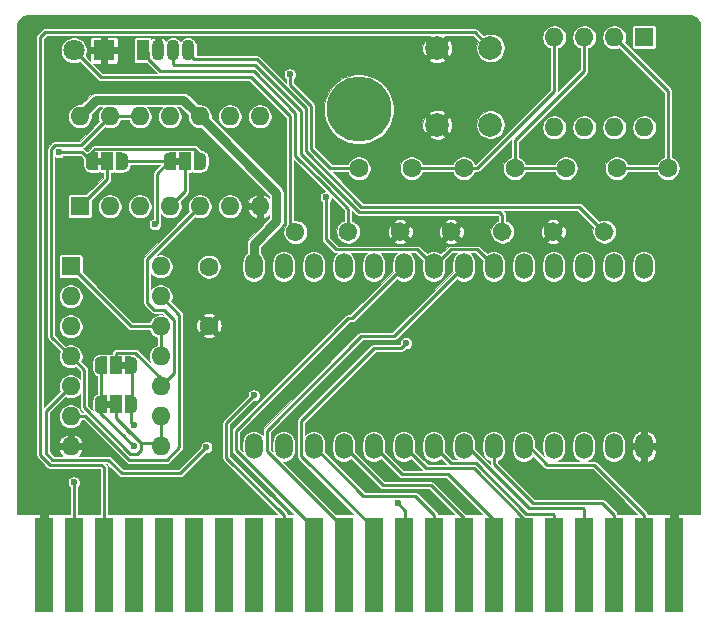
<source format=gbl>
G04 #@! TF.GenerationSoftware,KiCad,Pcbnew,(5.1.6)-1*
G04 #@! TF.CreationDate,2021-12-16T19:19:51-05:00*
G04 #@! TF.ProjectId,OpenC64Cart,4f70656e-4336-4344-9361-72742e6b6963,2*
G04 #@! TF.SameCoordinates,Original*
G04 #@! TF.FileFunction,Copper,L2,Bot*
G04 #@! TF.FilePolarity,Positive*
%FSLAX46Y46*%
G04 Gerber Fmt 4.6, Leading zero omitted, Abs format (unit mm)*
G04 Created by KiCad (PCBNEW (5.1.6)-1) date 2021-12-16 19:19:51*
%MOMM*%
%LPD*%
G01*
G04 APERTURE LIST*
G04 #@! TA.AperFunction,EtchedComponent*
%ADD10C,0.100000*%
G04 #@! TD*
G04 #@! TA.AperFunction,SMDPad,CuDef*
%ADD11C,0.100000*%
G04 #@! TD*
G04 #@! TA.AperFunction,SMDPad,CuDef*
%ADD12R,1.000000X1.500000*%
G04 #@! TD*
G04 #@! TA.AperFunction,ComponentPad*
%ADD13O,1.600000X1.600000*%
G04 #@! TD*
G04 #@! TA.AperFunction,ComponentPad*
%ADD14R,1.600000X1.600000*%
G04 #@! TD*
G04 #@! TA.AperFunction,ComponentPad*
%ADD15C,1.600000*%
G04 #@! TD*
G04 #@! TA.AperFunction,ComponentPad*
%ADD16R,1.800000X1.800000*%
G04 #@! TD*
G04 #@! TA.AperFunction,ComponentPad*
%ADD17C,1.800000*%
G04 #@! TD*
G04 #@! TA.AperFunction,ComponentPad*
%ADD18O,1.070000X1.800000*%
G04 #@! TD*
G04 #@! TA.AperFunction,ComponentPad*
%ADD19R,1.070000X1.800000*%
G04 #@! TD*
G04 #@! TA.AperFunction,ComponentPad*
%ADD20C,5.500000*%
G04 #@! TD*
G04 #@! TA.AperFunction,ComponentPad*
%ADD21O,1.501140X2.199640*%
G04 #@! TD*
G04 #@! TA.AperFunction,ComponentPad*
%ADD22C,1.998980*%
G04 #@! TD*
G04 #@! TA.AperFunction,SMDPad,CuDef*
%ADD23R,1.524000X8.000000*%
G04 #@! TD*
G04 #@! TA.AperFunction,ViaPad*
%ADD24C,0.800000*%
G04 #@! TD*
G04 #@! TA.AperFunction,ViaPad*
%ADD25C,0.600000*%
G04 #@! TD*
G04 #@! TA.AperFunction,Conductor*
%ADD26C,0.800000*%
G04 #@! TD*
G04 #@! TA.AperFunction,Conductor*
%ADD27C,0.250000*%
G04 #@! TD*
G04 #@! TA.AperFunction,Conductor*
%ADD28C,0.025400*%
G04 #@! TD*
G04 APERTURE END LIST*
D10*
G36*
X67426000Y-112314000D02*
G01*
X67926000Y-112314000D01*
X67926000Y-111714000D01*
X67426000Y-111714000D01*
X67426000Y-112314000D01*
G37*
G36*
X69226000Y-108412000D02*
G01*
X68726000Y-108412000D01*
X68726000Y-109012000D01*
X69226000Y-109012000D01*
X69226000Y-108412000D01*
G37*
G36*
X66664000Y-91740000D02*
G01*
X67164000Y-91740000D01*
X67164000Y-91140000D01*
X66664000Y-91140000D01*
X66664000Y-91740000D01*
G37*
G36*
X73268000Y-91740000D02*
G01*
X73768000Y-91740000D01*
X73768000Y-91140000D01*
X73268000Y-91140000D01*
X73268000Y-91740000D01*
G37*
G04 #@! TA.AperFunction,SMDPad,CuDef*
D11*
G36*
X67576000Y-112764000D02*
G01*
X67026000Y-112764000D01*
X67026000Y-112763398D01*
X67001466Y-112763398D01*
X66952635Y-112758588D01*
X66904510Y-112749016D01*
X66857555Y-112734772D01*
X66812222Y-112715995D01*
X66768949Y-112692864D01*
X66728150Y-112665604D01*
X66690221Y-112634476D01*
X66655524Y-112599779D01*
X66624396Y-112561850D01*
X66597136Y-112521051D01*
X66574005Y-112477778D01*
X66555228Y-112432445D01*
X66540984Y-112385490D01*
X66531412Y-112337365D01*
X66526602Y-112288534D01*
X66526602Y-112264000D01*
X66526000Y-112264000D01*
X66526000Y-111764000D01*
X66526602Y-111764000D01*
X66526602Y-111739466D01*
X66531412Y-111690635D01*
X66540984Y-111642510D01*
X66555228Y-111595555D01*
X66574005Y-111550222D01*
X66597136Y-111506949D01*
X66624396Y-111466150D01*
X66655524Y-111428221D01*
X66690221Y-111393524D01*
X66728150Y-111362396D01*
X66768949Y-111335136D01*
X66812222Y-111312005D01*
X66857555Y-111293228D01*
X66904510Y-111278984D01*
X66952635Y-111269412D01*
X67001466Y-111264602D01*
X67026000Y-111264602D01*
X67026000Y-111264000D01*
X67576000Y-111264000D01*
X67576000Y-112764000D01*
G37*
G04 #@! TD.AperFunction*
D12*
X68326000Y-112014000D03*
G04 #@! TA.AperFunction,SMDPad,CuDef*
D11*
G36*
X69626000Y-111264602D02*
G01*
X69650534Y-111264602D01*
X69699365Y-111269412D01*
X69747490Y-111278984D01*
X69794445Y-111293228D01*
X69839778Y-111312005D01*
X69883051Y-111335136D01*
X69923850Y-111362396D01*
X69961779Y-111393524D01*
X69996476Y-111428221D01*
X70027604Y-111466150D01*
X70054864Y-111506949D01*
X70077995Y-111550222D01*
X70096772Y-111595555D01*
X70111016Y-111642510D01*
X70120588Y-111690635D01*
X70125398Y-111739466D01*
X70125398Y-111764000D01*
X70126000Y-111764000D01*
X70126000Y-112264000D01*
X70125398Y-112264000D01*
X70125398Y-112288534D01*
X70120588Y-112337365D01*
X70111016Y-112385490D01*
X70096772Y-112432445D01*
X70077995Y-112477778D01*
X70054864Y-112521051D01*
X70027604Y-112561850D01*
X69996476Y-112599779D01*
X69961779Y-112634476D01*
X69923850Y-112665604D01*
X69883051Y-112692864D01*
X69839778Y-112715995D01*
X69794445Y-112734772D01*
X69747490Y-112749016D01*
X69699365Y-112758588D01*
X69650534Y-112763398D01*
X69626000Y-112763398D01*
X69626000Y-112764000D01*
X69076000Y-112764000D01*
X69076000Y-111264000D01*
X69626000Y-111264000D01*
X69626000Y-111264602D01*
G37*
G04 #@! TD.AperFunction*
G04 #@! TA.AperFunction,SMDPad,CuDef*
G36*
X69076000Y-107962000D02*
G01*
X69626000Y-107962000D01*
X69626000Y-107962602D01*
X69650534Y-107962602D01*
X69699365Y-107967412D01*
X69747490Y-107976984D01*
X69794445Y-107991228D01*
X69839778Y-108010005D01*
X69883051Y-108033136D01*
X69923850Y-108060396D01*
X69961779Y-108091524D01*
X69996476Y-108126221D01*
X70027604Y-108164150D01*
X70054864Y-108204949D01*
X70077995Y-108248222D01*
X70096772Y-108293555D01*
X70111016Y-108340510D01*
X70120588Y-108388635D01*
X70125398Y-108437466D01*
X70125398Y-108462000D01*
X70126000Y-108462000D01*
X70126000Y-108962000D01*
X70125398Y-108962000D01*
X70125398Y-108986534D01*
X70120588Y-109035365D01*
X70111016Y-109083490D01*
X70096772Y-109130445D01*
X70077995Y-109175778D01*
X70054864Y-109219051D01*
X70027604Y-109259850D01*
X69996476Y-109297779D01*
X69961779Y-109332476D01*
X69923850Y-109363604D01*
X69883051Y-109390864D01*
X69839778Y-109413995D01*
X69794445Y-109432772D01*
X69747490Y-109447016D01*
X69699365Y-109456588D01*
X69650534Y-109461398D01*
X69626000Y-109461398D01*
X69626000Y-109462000D01*
X69076000Y-109462000D01*
X69076000Y-107962000D01*
G37*
G04 #@! TD.AperFunction*
D12*
X68326000Y-108712000D03*
G04 #@! TA.AperFunction,SMDPad,CuDef*
D11*
G36*
X67026000Y-109461398D02*
G01*
X67001466Y-109461398D01*
X66952635Y-109456588D01*
X66904510Y-109447016D01*
X66857555Y-109432772D01*
X66812222Y-109413995D01*
X66768949Y-109390864D01*
X66728150Y-109363604D01*
X66690221Y-109332476D01*
X66655524Y-109297779D01*
X66624396Y-109259850D01*
X66597136Y-109219051D01*
X66574005Y-109175778D01*
X66555228Y-109130445D01*
X66540984Y-109083490D01*
X66531412Y-109035365D01*
X66526602Y-108986534D01*
X66526602Y-108962000D01*
X66526000Y-108962000D01*
X66526000Y-108462000D01*
X66526602Y-108462000D01*
X66526602Y-108437466D01*
X66531412Y-108388635D01*
X66540984Y-108340510D01*
X66555228Y-108293555D01*
X66574005Y-108248222D01*
X66597136Y-108204949D01*
X66624396Y-108164150D01*
X66655524Y-108126221D01*
X66690221Y-108091524D01*
X66728150Y-108060396D01*
X66768949Y-108033136D01*
X66812222Y-108010005D01*
X66857555Y-107991228D01*
X66904510Y-107976984D01*
X66952635Y-107967412D01*
X67001466Y-107962602D01*
X67026000Y-107962602D01*
X67026000Y-107962000D01*
X67576000Y-107962000D01*
X67576000Y-109462000D01*
X67026000Y-109462000D01*
X67026000Y-109461398D01*
G37*
G04 #@! TD.AperFunction*
G04 #@! TA.AperFunction,SMDPad,CuDef*
G36*
X66814000Y-92190000D02*
G01*
X66264000Y-92190000D01*
X66264000Y-92189398D01*
X66239466Y-92189398D01*
X66190635Y-92184588D01*
X66142510Y-92175016D01*
X66095555Y-92160772D01*
X66050222Y-92141995D01*
X66006949Y-92118864D01*
X65966150Y-92091604D01*
X65928221Y-92060476D01*
X65893524Y-92025779D01*
X65862396Y-91987850D01*
X65835136Y-91947051D01*
X65812005Y-91903778D01*
X65793228Y-91858445D01*
X65778984Y-91811490D01*
X65769412Y-91763365D01*
X65764602Y-91714534D01*
X65764602Y-91690000D01*
X65764000Y-91690000D01*
X65764000Y-91190000D01*
X65764602Y-91190000D01*
X65764602Y-91165466D01*
X65769412Y-91116635D01*
X65778984Y-91068510D01*
X65793228Y-91021555D01*
X65812005Y-90976222D01*
X65835136Y-90932949D01*
X65862396Y-90892150D01*
X65893524Y-90854221D01*
X65928221Y-90819524D01*
X65966150Y-90788396D01*
X66006949Y-90761136D01*
X66050222Y-90738005D01*
X66095555Y-90719228D01*
X66142510Y-90704984D01*
X66190635Y-90695412D01*
X66239466Y-90690602D01*
X66264000Y-90690602D01*
X66264000Y-90690000D01*
X66814000Y-90690000D01*
X66814000Y-92190000D01*
G37*
G04 #@! TD.AperFunction*
D12*
X67564000Y-91440000D03*
G04 #@! TA.AperFunction,SMDPad,CuDef*
D11*
G36*
X68864000Y-90690602D02*
G01*
X68888534Y-90690602D01*
X68937365Y-90695412D01*
X68985490Y-90704984D01*
X69032445Y-90719228D01*
X69077778Y-90738005D01*
X69121051Y-90761136D01*
X69161850Y-90788396D01*
X69199779Y-90819524D01*
X69234476Y-90854221D01*
X69265604Y-90892150D01*
X69292864Y-90932949D01*
X69315995Y-90976222D01*
X69334772Y-91021555D01*
X69349016Y-91068510D01*
X69358588Y-91116635D01*
X69363398Y-91165466D01*
X69363398Y-91190000D01*
X69364000Y-91190000D01*
X69364000Y-91690000D01*
X69363398Y-91690000D01*
X69363398Y-91714534D01*
X69358588Y-91763365D01*
X69349016Y-91811490D01*
X69334772Y-91858445D01*
X69315995Y-91903778D01*
X69292864Y-91947051D01*
X69265604Y-91987850D01*
X69234476Y-92025779D01*
X69199779Y-92060476D01*
X69161850Y-92091604D01*
X69121051Y-92118864D01*
X69077778Y-92141995D01*
X69032445Y-92160772D01*
X68985490Y-92175016D01*
X68937365Y-92184588D01*
X68888534Y-92189398D01*
X68864000Y-92189398D01*
X68864000Y-92190000D01*
X68314000Y-92190000D01*
X68314000Y-90690000D01*
X68864000Y-90690000D01*
X68864000Y-90690602D01*
G37*
G04 #@! TD.AperFunction*
G04 #@! TA.AperFunction,SMDPad,CuDef*
G36*
X73418000Y-92190000D02*
G01*
X72868000Y-92190000D01*
X72868000Y-92189398D01*
X72843466Y-92189398D01*
X72794635Y-92184588D01*
X72746510Y-92175016D01*
X72699555Y-92160772D01*
X72654222Y-92141995D01*
X72610949Y-92118864D01*
X72570150Y-92091604D01*
X72532221Y-92060476D01*
X72497524Y-92025779D01*
X72466396Y-91987850D01*
X72439136Y-91947051D01*
X72416005Y-91903778D01*
X72397228Y-91858445D01*
X72382984Y-91811490D01*
X72373412Y-91763365D01*
X72368602Y-91714534D01*
X72368602Y-91690000D01*
X72368000Y-91690000D01*
X72368000Y-91190000D01*
X72368602Y-91190000D01*
X72368602Y-91165466D01*
X72373412Y-91116635D01*
X72382984Y-91068510D01*
X72397228Y-91021555D01*
X72416005Y-90976222D01*
X72439136Y-90932949D01*
X72466396Y-90892150D01*
X72497524Y-90854221D01*
X72532221Y-90819524D01*
X72570150Y-90788396D01*
X72610949Y-90761136D01*
X72654222Y-90738005D01*
X72699555Y-90719228D01*
X72746510Y-90704984D01*
X72794635Y-90695412D01*
X72843466Y-90690602D01*
X72868000Y-90690602D01*
X72868000Y-90690000D01*
X73418000Y-90690000D01*
X73418000Y-92190000D01*
G37*
G04 #@! TD.AperFunction*
D12*
X74168000Y-91440000D03*
G04 #@! TA.AperFunction,SMDPad,CuDef*
D11*
G36*
X75468000Y-90690602D02*
G01*
X75492534Y-90690602D01*
X75541365Y-90695412D01*
X75589490Y-90704984D01*
X75636445Y-90719228D01*
X75681778Y-90738005D01*
X75725051Y-90761136D01*
X75765850Y-90788396D01*
X75803779Y-90819524D01*
X75838476Y-90854221D01*
X75869604Y-90892150D01*
X75896864Y-90932949D01*
X75919995Y-90976222D01*
X75938772Y-91021555D01*
X75953016Y-91068510D01*
X75962588Y-91116635D01*
X75967398Y-91165466D01*
X75967398Y-91190000D01*
X75968000Y-91190000D01*
X75968000Y-91690000D01*
X75967398Y-91690000D01*
X75967398Y-91714534D01*
X75962588Y-91763365D01*
X75953016Y-91811490D01*
X75938772Y-91858445D01*
X75919995Y-91903778D01*
X75896864Y-91947051D01*
X75869604Y-91987850D01*
X75838476Y-92025779D01*
X75803779Y-92060476D01*
X75765850Y-92091604D01*
X75725051Y-92118864D01*
X75681778Y-92141995D01*
X75636445Y-92160772D01*
X75589490Y-92175016D01*
X75541365Y-92184588D01*
X75492534Y-92189398D01*
X75468000Y-92189398D01*
X75468000Y-92190000D01*
X74918000Y-92190000D01*
X74918000Y-90690000D01*
X75468000Y-90690000D01*
X75468000Y-90690602D01*
G37*
G04 #@! TD.AperFunction*
D13*
X65278000Y-87630000D03*
X80518000Y-95250000D03*
X67818000Y-87630000D03*
X77978000Y-95250000D03*
X70358000Y-87630000D03*
X75438000Y-95250000D03*
X72898000Y-87630000D03*
X72898000Y-95250000D03*
X75438000Y-87630000D03*
X70358000Y-95250000D03*
X77978000Y-87630000D03*
X67818000Y-95250000D03*
X80518000Y-87630000D03*
D14*
X65278000Y-95250000D03*
D13*
X113048000Y-88546000D03*
X105428000Y-80926000D03*
X110508000Y-88546000D03*
X107968000Y-80926000D03*
X107968000Y-88546000D03*
X110508000Y-80926000D03*
X105428000Y-88546000D03*
D14*
X113048000Y-80926000D03*
D15*
X88900000Y-92039200D03*
G04 #@! TA.AperFunction,ComponentPad*
G36*
G01*
X84077531Y-96861669D02*
X84077531Y-96861669D01*
G75*
G02*
X84077531Y-97993039I-565685J-565685D01*
G01*
X84077531Y-97993039D01*
G75*
G02*
X82946161Y-97993039I-565685J565685D01*
G01*
X82946161Y-97993039D01*
G75*
G02*
X82946161Y-96861669I565685J565685D01*
G01*
X82946161Y-96861669D01*
G75*
G02*
X84077531Y-96861669I565685J-565685D01*
G01*
G37*
G04 #@! TD.AperFunction*
D16*
X67310000Y-82042000D03*
D17*
X64770000Y-82042000D03*
D18*
X74422000Y-82042000D03*
X73152000Y-82042000D03*
X71882000Y-82042000D03*
D19*
X70612000Y-82042000D03*
D15*
X115062000Y-92018328D03*
G04 #@! TA.AperFunction,ComponentPad*
G36*
G01*
X110239531Y-96840797D02*
X110239531Y-96840797D01*
G75*
G02*
X110239531Y-97972167I-565685J-565685D01*
G01*
X110239531Y-97972167D01*
G75*
G02*
X109108161Y-97972167I-565685J565685D01*
G01*
X109108161Y-97972167D01*
G75*
G02*
X109108161Y-96840797I565685J565685D01*
G01*
X109108161Y-96840797D01*
G75*
G02*
X110239531Y-96840797I565685J-565685D01*
G01*
G37*
G04 #@! TD.AperFunction*
X106426000Y-92018328D03*
G04 #@! TA.AperFunction,ComponentPad*
G36*
G01*
X101603531Y-96840797D02*
X101603531Y-96840797D01*
G75*
G02*
X101603531Y-97972167I-565685J-565685D01*
G01*
X101603531Y-97972167D01*
G75*
G02*
X100472161Y-97972167I-565685J565685D01*
G01*
X100472161Y-97972167D01*
G75*
G02*
X100472161Y-96840797I565685J565685D01*
G01*
X100472161Y-96840797D01*
G75*
G02*
X101603531Y-96840797I565685J-565685D01*
G01*
G37*
G04 #@! TD.AperFunction*
X93373152Y-92018328D03*
G04 #@! TA.AperFunction,ComponentPad*
G36*
G01*
X88550683Y-96840797D02*
X88550683Y-96840797D01*
G75*
G02*
X88550683Y-97972167I-565685J-565685D01*
G01*
X88550683Y-97972167D01*
G75*
G02*
X87419313Y-97972167I-565685J565685D01*
G01*
X87419313Y-97972167D01*
G75*
G02*
X87419313Y-96840797I565685J565685D01*
G01*
X87419313Y-96840797D01*
G75*
G02*
X88550683Y-96840797I565685J-565685D01*
G01*
G37*
G04 #@! TD.AperFunction*
D20*
X88900000Y-87040000D03*
D14*
X64500000Y-100330000D03*
D13*
X72120000Y-115570000D03*
X64500000Y-102870000D03*
X72120000Y-113030000D03*
X64500000Y-105410000D03*
X72120000Y-110490000D03*
X64500000Y-107950000D03*
X72120000Y-107950000D03*
X64500000Y-110490000D03*
X72120000Y-105410000D03*
X64500000Y-113030000D03*
X72120000Y-102870000D03*
X64500000Y-115570000D03*
X72120000Y-100330000D03*
G04 #@! TA.AperFunction,ComponentPad*
G36*
G01*
X92967531Y-96840797D02*
X92967531Y-96840797D01*
G75*
G02*
X92967531Y-97972167I-565685J-565685D01*
G01*
X92967531Y-97972167D01*
G75*
G02*
X91836161Y-97972167I-565685J565685D01*
G01*
X91836161Y-97972167D01*
G75*
G02*
X91836161Y-96840797I565685J565685D01*
G01*
X91836161Y-96840797D01*
G75*
G02*
X92967531Y-96840797I565685J-565685D01*
G01*
G37*
G04 #@! TD.AperFunction*
D15*
X97790000Y-92018328D03*
G04 #@! TA.AperFunction,ComponentPad*
G36*
G01*
X97285531Y-96840797D02*
X97285531Y-96840797D01*
G75*
G02*
X97285531Y-97972167I-565685J-565685D01*
G01*
X97285531Y-97972167D01*
G75*
G02*
X96154161Y-97972167I-565685J565685D01*
G01*
X96154161Y-97972167D01*
G75*
G02*
X96154161Y-96840797I565685J565685D01*
G01*
X96154161Y-96840797D01*
G75*
G02*
X97285531Y-96840797I565685J-565685D01*
G01*
G37*
G04 #@! TD.AperFunction*
X102108000Y-92018328D03*
G04 #@! TA.AperFunction,ComponentPad*
G36*
G01*
X105921531Y-96840797D02*
X105921531Y-96840797D01*
G75*
G02*
X105921531Y-97972167I-565685J-565685D01*
G01*
X105921531Y-97972167D01*
G75*
G02*
X104790161Y-97972167I-565685J565685D01*
G01*
X104790161Y-97972167D01*
G75*
G02*
X104790161Y-96840797I565685J565685D01*
G01*
X104790161Y-96840797D01*
G75*
G02*
X105921531Y-96840797I565685J-565685D01*
G01*
G37*
G04 #@! TD.AperFunction*
X110744000Y-92018328D03*
D21*
X80010000Y-115570000D03*
X82550000Y-115570000D03*
X85090000Y-115570000D03*
X87630000Y-115570000D03*
X90170000Y-115570000D03*
X92710000Y-115570000D03*
X95250000Y-115570000D03*
X97790000Y-115570000D03*
X100330000Y-115570000D03*
X102870000Y-115570000D03*
X105410000Y-115570000D03*
X107950000Y-115570000D03*
X110490000Y-115570000D03*
X113030000Y-115570000D03*
X113030000Y-100330000D03*
X110490000Y-100330000D03*
X107950000Y-100330000D03*
X105410000Y-100330000D03*
X102870000Y-100330000D03*
X100330000Y-100330000D03*
X97790000Y-100330000D03*
X95250000Y-100330000D03*
X92710000Y-100330000D03*
X90170000Y-100330000D03*
X87630000Y-100330000D03*
X85090000Y-100330000D03*
X82550000Y-100330000D03*
X80010000Y-100330000D03*
D15*
X76200000Y-105350000D03*
X76200000Y-100350000D03*
D22*
X95539560Y-81838800D03*
X95539560Y-88341200D03*
X100040440Y-81838800D03*
X100040440Y-88341200D03*
D23*
X90170000Y-125601726D03*
X92710000Y-125601726D03*
X100330000Y-125601726D03*
X97790000Y-125601726D03*
X95250000Y-125601726D03*
X115570000Y-125601726D03*
X113030000Y-125601726D03*
X110490000Y-125601726D03*
X107950000Y-125601726D03*
X105410000Y-125601726D03*
X102870000Y-125601726D03*
X62230000Y-125601726D03*
X72390000Y-125601726D03*
X69850000Y-125601726D03*
X67310000Y-125601726D03*
X64770000Y-125601726D03*
X87630000Y-125601726D03*
X85090000Y-125601726D03*
X82550000Y-125601726D03*
X80010000Y-125601726D03*
X77470000Y-125601726D03*
X74930000Y-125601726D03*
D24*
X87630000Y-106553000D03*
X116840000Y-80645000D03*
X116840000Y-86995000D03*
X116840000Y-93345000D03*
X60960000Y-80645000D03*
X60960000Y-86995000D03*
X60960000Y-93345000D03*
X116840000Y-99695000D03*
X116840000Y-106045000D03*
X116840000Y-112395000D03*
X116840000Y-118745000D03*
X60960000Y-99695000D03*
X60960000Y-106045000D03*
X60960000Y-112395000D03*
X60960000Y-118745000D03*
D25*
X80010000Y-111252000D03*
X92202000Y-120396000D03*
X92890000Y-106840000D03*
X75990000Y-115640000D03*
X83058000Y-84074000D03*
X64770000Y-118618000D03*
X63500000Y-90678000D03*
X71628000Y-96774000D03*
X69850000Y-115570000D03*
X69850000Y-113792000D03*
X86106000Y-94488000D03*
D26*
X116840000Y-86995000D02*
X116840000Y-80645000D01*
X116840000Y-99695000D02*
X116840000Y-93345000D01*
X60960000Y-93345000D02*
X60960000Y-86995000D01*
X116840000Y-118745000D02*
X115570000Y-120015000D01*
X115570000Y-120015000D02*
X115570000Y-125601726D01*
X60960000Y-118745000D02*
X62230000Y-120015000D01*
X62230000Y-120015000D02*
X62230000Y-125601726D01*
X116840000Y-106045000D02*
X116840000Y-99695000D01*
X116840000Y-118179315D02*
X116840000Y-112395000D01*
X116840000Y-118745000D02*
X116840000Y-118179315D01*
X60960000Y-106045000D02*
X60960000Y-99695000D01*
X60960000Y-118745000D02*
X60960000Y-112395000D01*
X81918001Y-94110001D02*
X75438000Y-87630000D01*
X81918001Y-96522179D02*
X81918001Y-94110001D01*
X80010000Y-98430180D02*
X81918001Y-96522179D01*
X80010000Y-100330000D02*
X80010000Y-98430180D01*
X74037999Y-86229999D02*
X66678001Y-86229999D01*
X66678001Y-86229999D02*
X65278000Y-87630000D01*
X75438000Y-87630000D02*
X74037999Y-86229999D01*
D27*
X82550000Y-121400000D02*
X77690000Y-116540000D01*
X77690000Y-113572000D02*
X80010000Y-111252000D01*
X77690000Y-116540000D02*
X77690000Y-113572000D01*
X82550000Y-121400000D02*
X82550000Y-125601726D01*
X78490000Y-115920349D02*
X78490000Y-114240000D01*
X85090000Y-122520349D02*
X78490000Y-115920349D01*
X85090000Y-125601726D02*
X85090000Y-122520349D01*
X88300000Y-104740000D02*
X92710000Y-100330000D01*
X87990000Y-104740000D02*
X88300000Y-104740000D01*
X78490000Y-114240000D02*
X87990000Y-104740000D01*
X87630000Y-122520349D02*
X81090000Y-115980349D01*
X87630000Y-125601726D02*
X87630000Y-122520349D01*
X81090000Y-115980349D02*
X81090000Y-114240000D01*
X91880000Y-106240000D02*
X97790000Y-100330000D01*
X89090000Y-106240000D02*
X91880000Y-106240000D01*
X81090000Y-114240000D02*
X89090000Y-106240000D01*
X92710000Y-115570000D02*
X94584840Y-117444840D01*
X94584840Y-117444840D02*
X98622020Y-117444840D01*
X102870000Y-121692820D02*
X102870000Y-125601726D01*
X98622020Y-117444840D02*
X102870000Y-121692820D01*
X105410000Y-121351726D02*
X105410000Y-125601726D01*
X95250000Y-115570000D02*
X96674830Y-116994830D01*
X103090315Y-121276725D02*
X105334999Y-121276725D01*
X96674830Y-116994830D02*
X98808420Y-116994830D01*
X105334999Y-121276725D02*
X105410000Y-121351726D01*
X98808420Y-116994830D02*
X103090315Y-121276725D01*
X107950000Y-120904000D02*
X107950000Y-125601726D01*
X107872715Y-120826715D02*
X107950000Y-120904000D01*
X98044000Y-115570000D02*
X103300715Y-120826715D01*
X103300715Y-120826715D02*
X107872715Y-120826715D01*
X97790000Y-115570000D02*
X98044000Y-115570000D01*
X109454705Y-120376705D02*
X110490000Y-121412000D01*
X100330000Y-117094000D02*
X103612705Y-120376705D01*
X110490000Y-121412000D02*
X110490000Y-125601726D01*
X103612705Y-120376705D02*
X109454705Y-120376705D01*
X100330000Y-115570000D02*
X100330000Y-117094000D01*
X108828636Y-117150362D02*
X113030000Y-121351726D01*
X113030000Y-121351726D02*
X113030000Y-125601726D01*
X104845638Y-117150362D02*
X108828636Y-117150362D01*
X103265276Y-115570000D02*
X104845638Y-117150362D01*
X102870000Y-115570000D02*
X103265276Y-115570000D01*
X95250000Y-121351726D02*
X95250000Y-125601726D01*
X93669273Y-119770999D02*
X95250000Y-121351726D01*
X89290999Y-119770999D02*
X93669273Y-119770999D01*
X85090000Y-115570000D02*
X89290999Y-119770999D01*
X97790000Y-121666000D02*
X97790000Y-125601726D01*
X94996000Y-118872000D02*
X97790000Y-121666000D01*
X87630000Y-115570000D02*
X90932000Y-118872000D01*
X90932000Y-118872000D02*
X94996000Y-118872000D01*
X90170000Y-115570000D02*
X92540000Y-117940000D01*
X100330000Y-121834000D02*
X96436000Y-117940000D01*
X100330000Y-125601726D02*
X100330000Y-121834000D01*
X92540000Y-117940000D02*
X96436000Y-117940000D01*
X92846000Y-121040000D02*
X92202000Y-120396000D01*
X92710000Y-125601726D02*
X92890000Y-125421726D01*
X92846000Y-125465726D02*
X92710000Y-125601726D01*
X92846000Y-121040000D02*
X92846000Y-125465726D01*
X90170000Y-122909189D02*
X90170000Y-125601726D01*
X90170000Y-122520349D02*
X90170000Y-125601726D01*
X84014420Y-116364769D02*
X90170000Y-122520349D01*
X84014420Y-113415580D02*
X84014420Y-116364769D01*
X92490000Y-107240000D02*
X92890000Y-106840000D01*
X90190000Y-107240000D02*
X92490000Y-107240000D01*
X90190000Y-107240000D02*
X84014420Y-113415580D01*
X62315691Y-80514309D02*
X98715949Y-80514309D01*
X62190000Y-80640000D02*
X62315691Y-80514309D01*
X98715949Y-80514309D02*
X100040440Y-81838800D01*
X67310000Y-125601726D02*
X67310000Y-122363726D01*
X61924989Y-80905011D02*
X62315691Y-80514309D01*
X61924989Y-116296401D02*
X61924989Y-80905011D01*
X62773599Y-117145011D02*
X61924989Y-116296401D01*
X67107011Y-117145011D02*
X62773599Y-117145011D01*
X67310000Y-117348000D02*
X67107011Y-117145011D01*
X67310000Y-125601726D02*
X67310000Y-117348000D01*
X93373152Y-92018328D02*
X97790000Y-92018328D01*
X105428000Y-85511698D02*
X105428000Y-80926000D01*
X98921370Y-92018328D02*
X105428000Y-85511698D01*
X97790000Y-92018328D02*
X98921370Y-92018328D01*
X102108000Y-92018328D02*
X106426000Y-92018328D01*
X102108000Y-92018328D02*
X103815672Y-92018328D01*
X102108000Y-89662000D02*
X102108000Y-92018328D01*
X107968000Y-83802000D02*
X102108000Y-89662000D01*
X107968000Y-80926000D02*
X107968000Y-83802000D01*
X110744000Y-92018328D02*
X115062000Y-92018328D01*
X75990000Y-115640000D02*
X75990000Y-115640000D01*
X115062000Y-85480000D02*
X110508000Y-80926000D01*
X115062000Y-92018328D02*
X115062000Y-85480000D01*
X62374999Y-112615001D02*
X64500000Y-110490000D01*
X62374999Y-116110001D02*
X62374999Y-112615001D01*
X75990000Y-115640000D02*
X73774000Y-117856000D01*
X73774000Y-117856000D02*
X68834000Y-117856000D01*
X68834000Y-117856000D02*
X67673001Y-116695001D01*
X67673001Y-116695001D02*
X62959999Y-116695001D01*
X62959999Y-116695001D02*
X62374999Y-116110001D01*
X107537942Y-95270578D02*
X109673846Y-97406482D01*
X89174578Y-95270578D02*
X107537942Y-95270578D01*
X89086400Y-95270578D02*
X100986989Y-95270579D01*
X84410912Y-90595090D02*
X89086400Y-95270578D01*
X80277000Y-82817000D02*
X84410912Y-86950912D01*
X74943000Y-82817000D02*
X80277000Y-82817000D01*
X74422000Y-82296000D02*
X74943000Y-82817000D01*
X84410912Y-86950912D02*
X84410912Y-90595090D01*
X74422000Y-82042000D02*
X74422000Y-82296000D01*
X100800588Y-95720588D02*
X101037846Y-95957846D01*
X88900000Y-95720588D02*
X100800588Y-95720588D01*
X83960902Y-90781490D02*
X88900000Y-95720588D01*
X101037846Y-95957846D02*
X101037846Y-97406482D01*
X80090600Y-83267010D02*
X83960902Y-87137312D01*
X73227010Y-83267010D02*
X80090600Y-83267010D01*
X83960902Y-87137312D02*
X83960902Y-90781490D01*
X73152000Y-83192000D02*
X73227010Y-83267010D01*
X73152000Y-82042000D02*
X73152000Y-83192000D01*
X86187501Y-93644499D02*
X85344000Y-92800998D01*
X87984998Y-95441996D02*
X86187501Y-93644499D01*
X87984998Y-97406482D02*
X87984998Y-95441996D01*
X83774501Y-91231499D02*
X86187501Y-93644499D01*
X83508010Y-90965008D02*
X83774501Y-91231499D01*
X83508010Y-87320830D02*
X83508010Y-90965008D01*
X80007180Y-83820000D02*
X83508010Y-87320830D01*
X71021990Y-82763227D02*
X72078763Y-83820000D01*
X72078763Y-83820000D02*
X80007180Y-83820000D01*
X71021990Y-82197990D02*
X71021990Y-82763227D01*
X70866000Y-82042000D02*
X71021990Y-82197990D01*
X70612000Y-82042000D02*
X70866000Y-82042000D01*
X86491432Y-92039200D02*
X84860922Y-90408690D01*
X84860922Y-90408690D02*
X84860921Y-86764511D01*
X84860921Y-86764511D02*
X83058000Y-84961590D01*
X83058000Y-84961590D02*
X83058000Y-84074000D01*
X83058000Y-84074000D02*
X83058000Y-84074000D01*
X86491432Y-92039200D02*
X88900000Y-92039200D01*
X83058000Y-96973508D02*
X83511846Y-97427354D01*
X83058000Y-87630000D02*
X83058000Y-96973508D01*
X79756000Y-84328000D02*
X83058000Y-87630000D01*
X67056000Y-84328000D02*
X79756000Y-84328000D01*
X64770000Y-82042000D02*
X67056000Y-84328000D01*
X72120000Y-105410000D02*
X72120000Y-107950000D01*
X64500000Y-100330000D02*
X64516000Y-100330000D01*
X69596000Y-105410000D02*
X72120000Y-105410000D01*
X64516000Y-100330000D02*
X69596000Y-105410000D01*
X64770000Y-118618000D02*
X64770000Y-118618000D01*
X64770000Y-125601726D02*
X64770000Y-118618000D01*
X75468000Y-90904998D02*
X75468000Y-91440000D01*
X74928001Y-90364999D02*
X75468000Y-90904998D01*
X66591409Y-90364999D02*
X74928001Y-90364999D01*
X66264000Y-90692408D02*
X66591409Y-90364999D01*
X66264000Y-91440000D02*
X66264000Y-90692408D01*
X65502000Y-90678000D02*
X66264000Y-91440000D01*
X63500000Y-90678000D02*
X65502000Y-90678000D01*
X68864000Y-91440000D02*
X72868000Y-91440000D01*
X71772999Y-96629001D02*
X71628000Y-96774000D01*
X71772999Y-92535001D02*
X71772999Y-96629001D01*
X72868000Y-91440000D02*
X71772999Y-92535001D01*
X67088000Y-111952000D02*
X67026000Y-112014000D01*
X67088000Y-108712000D02*
X67088000Y-111952000D01*
X67026000Y-112761592D02*
X69072408Y-114808000D01*
X67026000Y-112014000D02*
X67026000Y-112761592D01*
X67026000Y-112746000D02*
X69850000Y-115570000D01*
X67026000Y-112014000D02*
X67026000Y-112746000D01*
X69688000Y-111952000D02*
X69626000Y-112014000D01*
X69688000Y-108712000D02*
X69688000Y-111952000D01*
X69626000Y-113568000D02*
X69850000Y-113792000D01*
X69626000Y-112014000D02*
X69626000Y-113568000D01*
X96674830Y-98905170D02*
X95250000Y-100330000D01*
X98905170Y-98905170D02*
X96674830Y-98905170D01*
X100330000Y-100330000D02*
X98905170Y-98905170D01*
X86106000Y-98044000D02*
X86106000Y-94488000D01*
X86967170Y-98905170D02*
X86106000Y-98044000D01*
X95250000Y-100330000D02*
X93825170Y-98905170D01*
X93825170Y-98905170D02*
X86967170Y-98905170D01*
X65748588Y-113030000D02*
X64500000Y-113030000D01*
X69413589Y-116695001D02*
X65748588Y-113030000D01*
X73695010Y-115659992D02*
X72660001Y-116695001D01*
X73695010Y-104445010D02*
X73695010Y-115659992D01*
X72660001Y-116695001D02*
X69413589Y-116695001D01*
X72120000Y-102870000D02*
X73695010Y-104445010D01*
X75184000Y-95504000D02*
X75438000Y-95250000D01*
X71794991Y-110164991D02*
X71794991Y-110490000D01*
X68401010Y-107636990D02*
X69964328Y-107636990D01*
X72120000Y-109792662D02*
X72120000Y-110490000D01*
X69964328Y-107636990D02*
X72120000Y-109792662D01*
X68326000Y-107712000D02*
X68401010Y-107636990D01*
X68326000Y-108712000D02*
X68326000Y-107712000D01*
X71579999Y-103995001D02*
X70994999Y-103410001D01*
X72370003Y-103995001D02*
X71579999Y-103995001D01*
X70994999Y-99693001D02*
X75438000Y-95250000D01*
X73245001Y-104869999D02*
X72370003Y-103995001D01*
X70994999Y-103410001D02*
X70994999Y-99693001D01*
X73245001Y-109364999D02*
X73245001Y-104869999D01*
X72120000Y-110490000D02*
X73245001Y-109364999D01*
X67818000Y-87630000D02*
X70358000Y-87630000D01*
X68326000Y-112014000D02*
X68326000Y-113193002D01*
X68326000Y-113193002D02*
X69387499Y-114254501D01*
X69387499Y-114254501D02*
X69549999Y-114417001D01*
X62874999Y-106324999D02*
X64500000Y-107950000D01*
X62874999Y-90377999D02*
X62874999Y-106324999D01*
X63199999Y-90052999D02*
X62874999Y-90377999D01*
X65395001Y-90052999D02*
X63199999Y-90052999D01*
X67818000Y-87630000D02*
X65395001Y-90052999D01*
X72120000Y-115570000D02*
X72120000Y-113030000D01*
X65625001Y-109075001D02*
X64500000Y-107950000D01*
X65625001Y-112270003D02*
X65625001Y-109075001D01*
X69549999Y-116195001D02*
X65625001Y-112270003D01*
X70150001Y-114944999D02*
X70475001Y-115269999D01*
X70475001Y-115870001D02*
X70150001Y-116195001D01*
X70104000Y-114944999D02*
X70150001Y-114944999D01*
X70475001Y-115269999D02*
X70475001Y-115870001D01*
X68326000Y-113166999D02*
X70104000Y-114944999D01*
X70150001Y-116195001D02*
X69549999Y-116195001D01*
X68326000Y-112014000D02*
X68326000Y-113166999D01*
X71819999Y-115269999D02*
X72120000Y-115570000D01*
X70475001Y-115269999D02*
X71819999Y-115269999D01*
X74168000Y-93980000D02*
X72898000Y-95250000D01*
X74168000Y-91440000D02*
X74168000Y-93980000D01*
X67564000Y-92964000D02*
X67564000Y-91440000D01*
X65278000Y-95250000D02*
X67564000Y-92964000D01*
D28*
G36*
X117030527Y-79047761D02*
G01*
X117213803Y-79103096D01*
X117382831Y-79192970D01*
X117531191Y-79313968D01*
X117653219Y-79461474D01*
X117744275Y-79629880D01*
X117800886Y-79812757D01*
X117822300Y-80016506D01*
X117822301Y-121272300D01*
X113358801Y-121272300D01*
X113343503Y-121221869D01*
X113323761Y-121184934D01*
X113312145Y-121163202D01*
X113280514Y-121124660D01*
X113280511Y-121124657D01*
X113269944Y-121111781D01*
X113257069Y-121101215D01*
X109079156Y-116923303D01*
X109068581Y-116910417D01*
X109017159Y-116868217D01*
X108958493Y-116836859D01*
X108894837Y-116817549D01*
X108845217Y-116812662D01*
X108845214Y-116812662D01*
X108828636Y-116811029D01*
X108812058Y-116812662D01*
X108321981Y-116812662D01*
X108487753Y-116724054D01*
X108634430Y-116603680D01*
X108754804Y-116457003D01*
X108844251Y-116289661D01*
X108899331Y-116108084D01*
X108913270Y-115966562D01*
X108913270Y-115173438D01*
X109526730Y-115173438D01*
X109526730Y-115966563D01*
X109540669Y-116108084D01*
X109595750Y-116289661D01*
X109685197Y-116457003D01*
X109805571Y-116603680D01*
X109952248Y-116724054D01*
X110119590Y-116813501D01*
X110301167Y-116868581D01*
X110490000Y-116887180D01*
X110678834Y-116868581D01*
X110860411Y-116813501D01*
X111027753Y-116724054D01*
X111174430Y-116603680D01*
X111294804Y-116457003D01*
X111384251Y-116289661D01*
X111439331Y-116108084D01*
X111452561Y-115973755D01*
X111995806Y-115973755D01*
X112026311Y-116174469D01*
X112095387Y-116365375D01*
X112200380Y-116539137D01*
X112337255Y-116689077D01*
X112500752Y-116809433D01*
X112637076Y-116857573D01*
X112788700Y-116838709D01*
X112788700Y-115811300D01*
X113271300Y-115811300D01*
X113271300Y-116838709D01*
X113422924Y-116857573D01*
X113559248Y-116809433D01*
X113722745Y-116689077D01*
X113859620Y-116539137D01*
X113964613Y-116365375D01*
X114033689Y-116174469D01*
X114064194Y-115973755D01*
X113993313Y-115811300D01*
X113271300Y-115811300D01*
X112788700Y-115811300D01*
X112066687Y-115811300D01*
X111995806Y-115973755D01*
X111452561Y-115973755D01*
X111453270Y-115966562D01*
X111453270Y-115173437D01*
X111452562Y-115166245D01*
X111995806Y-115166245D01*
X112066687Y-115328700D01*
X112788700Y-115328700D01*
X112788700Y-114301291D01*
X113271300Y-114301291D01*
X113271300Y-115328700D01*
X113993313Y-115328700D01*
X114064194Y-115166245D01*
X114033689Y-114965531D01*
X113964613Y-114774625D01*
X113859620Y-114600863D01*
X113722745Y-114450923D01*
X113559248Y-114330567D01*
X113422924Y-114282427D01*
X113271300Y-114301291D01*
X112788700Y-114301291D01*
X112637076Y-114282427D01*
X112500752Y-114330567D01*
X112337255Y-114450923D01*
X112200380Y-114600863D01*
X112095387Y-114774625D01*
X112026311Y-114965531D01*
X111995806Y-115166245D01*
X111452562Y-115166245D01*
X111439331Y-115031916D01*
X111384251Y-114850339D01*
X111294804Y-114682997D01*
X111174430Y-114536320D01*
X111027753Y-114415946D01*
X110860410Y-114326499D01*
X110678833Y-114271419D01*
X110490000Y-114252820D01*
X110301166Y-114271419D01*
X110119589Y-114326499D01*
X109952247Y-114415946D01*
X109805570Y-114536320D01*
X109685196Y-114682997D01*
X109595749Y-114850340D01*
X109540669Y-115031917D01*
X109526730Y-115173438D01*
X108913270Y-115173438D01*
X108913270Y-115173437D01*
X108899331Y-115031916D01*
X108844251Y-114850339D01*
X108754804Y-114682997D01*
X108634430Y-114536320D01*
X108487753Y-114415946D01*
X108320410Y-114326499D01*
X108138833Y-114271419D01*
X107950000Y-114252820D01*
X107761166Y-114271419D01*
X107579589Y-114326499D01*
X107412247Y-114415946D01*
X107265570Y-114536320D01*
X107145196Y-114682997D01*
X107055749Y-114850340D01*
X107000669Y-115031917D01*
X106986730Y-115173438D01*
X106986730Y-115966563D01*
X107000669Y-116108084D01*
X107055750Y-116289661D01*
X107145197Y-116457003D01*
X107265571Y-116603680D01*
X107412248Y-116724054D01*
X107578020Y-116812662D01*
X105781981Y-116812662D01*
X105947753Y-116724054D01*
X106094430Y-116603680D01*
X106214804Y-116457003D01*
X106304251Y-116289661D01*
X106359331Y-116108084D01*
X106373270Y-115966562D01*
X106373270Y-115173437D01*
X106359331Y-115031916D01*
X106304251Y-114850339D01*
X106214804Y-114682997D01*
X106094430Y-114536320D01*
X105947753Y-114415946D01*
X105780410Y-114326499D01*
X105598833Y-114271419D01*
X105410000Y-114252820D01*
X105221166Y-114271419D01*
X105039589Y-114326499D01*
X104872247Y-114415946D01*
X104725570Y-114536320D01*
X104605196Y-114682997D01*
X104515749Y-114850340D01*
X104460669Y-115031917D01*
X104446730Y-115173438D01*
X104446730Y-115966563D01*
X104460669Y-116108084D01*
X104515750Y-116289661D01*
X104576878Y-116404022D01*
X103833270Y-115660415D01*
X103833270Y-115173437D01*
X103819331Y-115031916D01*
X103764251Y-114850339D01*
X103674804Y-114682997D01*
X103554430Y-114536320D01*
X103407753Y-114415946D01*
X103240410Y-114326499D01*
X103058833Y-114271419D01*
X102870000Y-114252820D01*
X102681166Y-114271419D01*
X102499589Y-114326499D01*
X102332247Y-114415946D01*
X102185570Y-114536320D01*
X102065196Y-114682997D01*
X101975749Y-114850340D01*
X101920669Y-115031917D01*
X101906730Y-115173438D01*
X101906730Y-115966563D01*
X101920669Y-116108084D01*
X101975750Y-116289661D01*
X102065197Y-116457003D01*
X102185571Y-116603680D01*
X102332248Y-116724054D01*
X102499590Y-116813501D01*
X102681167Y-116868581D01*
X102870000Y-116887180D01*
X103058834Y-116868581D01*
X103240411Y-116813501D01*
X103407753Y-116724054D01*
X103554430Y-116603680D01*
X103674757Y-116457060D01*
X104595122Y-117377426D01*
X104605693Y-117390307D01*
X104618572Y-117400876D01*
X104657114Y-117432507D01*
X104680186Y-117444839D01*
X104715781Y-117463865D01*
X104779437Y-117483175D01*
X104829057Y-117488062D01*
X104829059Y-117488062D01*
X104845637Y-117489695D01*
X104862215Y-117488062D01*
X108688757Y-117488062D01*
X112472994Y-121272300D01*
X110798242Y-121272300D01*
X110788906Y-121254834D01*
X110772145Y-121223476D01*
X110740514Y-121184934D01*
X110740511Y-121184931D01*
X110729944Y-121172055D01*
X110717069Y-121161489D01*
X109705225Y-120149646D01*
X109694650Y-120136760D01*
X109643228Y-120094560D01*
X109584562Y-120063202D01*
X109520906Y-120043892D01*
X109471286Y-120039005D01*
X109471283Y-120039005D01*
X109454705Y-120037372D01*
X109438127Y-120039005D01*
X103752585Y-120039005D01*
X100667700Y-116954121D01*
X100667700Y-116823424D01*
X100700411Y-116813501D01*
X100867753Y-116724054D01*
X101014430Y-116603680D01*
X101134804Y-116457003D01*
X101224251Y-116289661D01*
X101279331Y-116108084D01*
X101293270Y-115966562D01*
X101293270Y-115173437D01*
X101279331Y-115031916D01*
X101224251Y-114850339D01*
X101134804Y-114682997D01*
X101014430Y-114536320D01*
X100867753Y-114415946D01*
X100700410Y-114326499D01*
X100518833Y-114271419D01*
X100330000Y-114252820D01*
X100141166Y-114271419D01*
X99959589Y-114326499D01*
X99792247Y-114415946D01*
X99645570Y-114536320D01*
X99525196Y-114682997D01*
X99435749Y-114850340D01*
X99380669Y-115031917D01*
X99366730Y-115173438D01*
X99366730Y-115966563D01*
X99380669Y-116108084D01*
X99435750Y-116289661D01*
X99525197Y-116457003D01*
X99645571Y-116603680D01*
X99792248Y-116724054D01*
X99959590Y-116813501D01*
X99992301Y-116823424D01*
X99992301Y-117040722D01*
X98753270Y-115801691D01*
X98753270Y-115173437D01*
X98739331Y-115031916D01*
X98684251Y-114850339D01*
X98594804Y-114682997D01*
X98474430Y-114536320D01*
X98327753Y-114415946D01*
X98160410Y-114326499D01*
X97978833Y-114271419D01*
X97790000Y-114252820D01*
X97601166Y-114271419D01*
X97419589Y-114326499D01*
X97252247Y-114415946D01*
X97105570Y-114536320D01*
X96985196Y-114682997D01*
X96895749Y-114850340D01*
X96840669Y-115031917D01*
X96826730Y-115173438D01*
X96826730Y-115966563D01*
X96840669Y-116108084D01*
X96895750Y-116289661D01*
X96985197Y-116457003D01*
X97105571Y-116603680D01*
X97170700Y-116657130D01*
X96814710Y-116657130D01*
X96205279Y-116047699D01*
X96213270Y-115966562D01*
X96213270Y-115173437D01*
X96199331Y-115031916D01*
X96144251Y-114850339D01*
X96054804Y-114682997D01*
X95934430Y-114536320D01*
X95787753Y-114415946D01*
X95620410Y-114326499D01*
X95438833Y-114271419D01*
X95250000Y-114252820D01*
X95061166Y-114271419D01*
X94879589Y-114326499D01*
X94712247Y-114415946D01*
X94565570Y-114536320D01*
X94445196Y-114682997D01*
X94355749Y-114850340D01*
X94300669Y-115031917D01*
X94286730Y-115173438D01*
X94286730Y-115966563D01*
X94300669Y-116108084D01*
X94355750Y-116289661D01*
X94445197Y-116457003D01*
X94565571Y-116603680D01*
X94712248Y-116724054D01*
X94879590Y-116813501D01*
X95061167Y-116868581D01*
X95250000Y-116887180D01*
X95438834Y-116868581D01*
X95620411Y-116813501D01*
X95787753Y-116724054D01*
X95863945Y-116661525D01*
X96309560Y-117107140D01*
X94724720Y-117107140D01*
X93665279Y-116047699D01*
X93673270Y-115966562D01*
X93673270Y-115173437D01*
X93659331Y-115031916D01*
X93604251Y-114850339D01*
X93514804Y-114682997D01*
X93394430Y-114536320D01*
X93247753Y-114415946D01*
X93080410Y-114326499D01*
X92898833Y-114271419D01*
X92710000Y-114252820D01*
X92521166Y-114271419D01*
X92339589Y-114326499D01*
X92172247Y-114415946D01*
X92025570Y-114536320D01*
X91905196Y-114682997D01*
X91815749Y-114850340D01*
X91760669Y-115031917D01*
X91746730Y-115173438D01*
X91746730Y-115966563D01*
X91760669Y-116108084D01*
X91815750Y-116289661D01*
X91905197Y-116457003D01*
X92025571Y-116603680D01*
X92172248Y-116724054D01*
X92339590Y-116813501D01*
X92521167Y-116868581D01*
X92710000Y-116887180D01*
X92898834Y-116868581D01*
X93080411Y-116813501D01*
X93247753Y-116724054D01*
X93323945Y-116661525D01*
X94264720Y-117602300D01*
X92679880Y-117602300D01*
X91125279Y-116047699D01*
X91133270Y-115966562D01*
X91133270Y-115173437D01*
X91119331Y-115031916D01*
X91064251Y-114850339D01*
X90974804Y-114682997D01*
X90854430Y-114536320D01*
X90707753Y-114415946D01*
X90540410Y-114326499D01*
X90358833Y-114271419D01*
X90170000Y-114252820D01*
X89981166Y-114271419D01*
X89799589Y-114326499D01*
X89632247Y-114415946D01*
X89485570Y-114536320D01*
X89365196Y-114682997D01*
X89275749Y-114850340D01*
X89220669Y-115031917D01*
X89206730Y-115173438D01*
X89206730Y-115966563D01*
X89220669Y-116108084D01*
X89275750Y-116289661D01*
X89365197Y-116457003D01*
X89485571Y-116603680D01*
X89632248Y-116724054D01*
X89799590Y-116813501D01*
X89981167Y-116868581D01*
X90170000Y-116887180D01*
X90358834Y-116868581D01*
X90540411Y-116813501D01*
X90707753Y-116724054D01*
X90783945Y-116661525D01*
X92289484Y-118167064D01*
X92300055Y-118179945D01*
X92312934Y-118190514D01*
X92351476Y-118222145D01*
X92382834Y-118238906D01*
X92410143Y-118253503D01*
X92473799Y-118272813D01*
X92523419Y-118277700D01*
X92523421Y-118277700D01*
X92539999Y-118279333D01*
X92556577Y-118277700D01*
X96296121Y-118277700D01*
X99290720Y-121272300D01*
X97873880Y-121272300D01*
X95246520Y-118644941D01*
X95235945Y-118632055D01*
X95184523Y-118589855D01*
X95125857Y-118558497D01*
X95062201Y-118539187D01*
X95012581Y-118534300D01*
X95012578Y-118534300D01*
X94996000Y-118532667D01*
X94979422Y-118534300D01*
X91071880Y-118534300D01*
X88585279Y-116047699D01*
X88593270Y-115966562D01*
X88593270Y-115173437D01*
X88579331Y-115031916D01*
X88524251Y-114850339D01*
X88434804Y-114682997D01*
X88314430Y-114536320D01*
X88167753Y-114415946D01*
X88000410Y-114326499D01*
X87818833Y-114271419D01*
X87630000Y-114252820D01*
X87441166Y-114271419D01*
X87259589Y-114326499D01*
X87092247Y-114415946D01*
X86945570Y-114536320D01*
X86825196Y-114682997D01*
X86735749Y-114850340D01*
X86680669Y-115031917D01*
X86666730Y-115173438D01*
X86666730Y-115966563D01*
X86680669Y-116108084D01*
X86735750Y-116289661D01*
X86825197Y-116457003D01*
X86945571Y-116603680D01*
X87092248Y-116724054D01*
X87259590Y-116813501D01*
X87441167Y-116868581D01*
X87630000Y-116887180D01*
X87818834Y-116868581D01*
X88000411Y-116813501D01*
X88167753Y-116724054D01*
X88243946Y-116661525D01*
X90681484Y-119099064D01*
X90692055Y-119111945D01*
X90704934Y-119122514D01*
X90743476Y-119154145D01*
X90774834Y-119170906D01*
X90802143Y-119185503D01*
X90865799Y-119204813D01*
X90915419Y-119209700D01*
X90915421Y-119209700D01*
X90931999Y-119211333D01*
X90948577Y-119209700D01*
X94856121Y-119209700D01*
X96918720Y-121272300D01*
X95578801Y-121272300D01*
X95567997Y-121236684D01*
X95563503Y-121221868D01*
X95532145Y-121163203D01*
X95500514Y-121124660D01*
X95500511Y-121124657D01*
X95489944Y-121111781D01*
X95477069Y-121101215D01*
X93919793Y-119543940D01*
X93909218Y-119531054D01*
X93857796Y-119488854D01*
X93799130Y-119457496D01*
X93735474Y-119438186D01*
X93685854Y-119433299D01*
X93685851Y-119433299D01*
X93669273Y-119431666D01*
X93652695Y-119433299D01*
X89430879Y-119433299D01*
X86045278Y-116047699D01*
X86053270Y-115966562D01*
X86053270Y-115173437D01*
X86039331Y-115031916D01*
X85984251Y-114850339D01*
X85894804Y-114682997D01*
X85774430Y-114536320D01*
X85627753Y-114415946D01*
X85460410Y-114326499D01*
X85278833Y-114271419D01*
X85090000Y-114252820D01*
X84901166Y-114271419D01*
X84719589Y-114326499D01*
X84552247Y-114415946D01*
X84405570Y-114536320D01*
X84352120Y-114601449D01*
X84352120Y-113555459D01*
X90329880Y-107577700D01*
X92473422Y-107577700D01*
X92490000Y-107579333D01*
X92506578Y-107577700D01*
X92506581Y-107577700D01*
X92556201Y-107572813D01*
X92619857Y-107553503D01*
X92678523Y-107522145D01*
X92729945Y-107479945D01*
X92740520Y-107467059D01*
X92854879Y-107352700D01*
X92940497Y-107352700D01*
X93039549Y-107332997D01*
X93132855Y-107294349D01*
X93216827Y-107238240D01*
X93288240Y-107166827D01*
X93344349Y-107082855D01*
X93382997Y-106989549D01*
X93402700Y-106890497D01*
X93402700Y-106789503D01*
X93382997Y-106690451D01*
X93344349Y-106597145D01*
X93288240Y-106513173D01*
X93216827Y-106441760D01*
X93132855Y-106385651D01*
X93039549Y-106347003D01*
X92940497Y-106327300D01*
X92839503Y-106327300D01*
X92740451Y-106347003D01*
X92647145Y-106385651D01*
X92563173Y-106441760D01*
X92491760Y-106513173D01*
X92435651Y-106597145D01*
X92397003Y-106690451D01*
X92377300Y-106789503D01*
X92377300Y-106875121D01*
X92350121Y-106902300D01*
X90206578Y-106902300D01*
X90190000Y-106900667D01*
X90173422Y-106902300D01*
X90173419Y-106902300D01*
X90123799Y-106907187D01*
X90060143Y-106926497D01*
X90039932Y-106937300D01*
X90001476Y-106957855D01*
X89979101Y-106976218D01*
X89950055Y-107000055D01*
X89939485Y-107012935D01*
X83787357Y-113165064D01*
X83774475Y-113175636D01*
X83755742Y-113198463D01*
X83732275Y-113227057D01*
X83728992Y-113233200D01*
X83700917Y-113285724D01*
X83681607Y-113349380D01*
X83678249Y-113383477D01*
X83675087Y-113415580D01*
X83676720Y-113432158D01*
X83676721Y-116348181D01*
X83675087Y-116364769D01*
X83677784Y-116392146D01*
X83681608Y-116430970D01*
X83697975Y-116484923D01*
X83700918Y-116494626D01*
X83732275Y-116553292D01*
X83742002Y-116565144D01*
X83774476Y-116604714D01*
X83787357Y-116615285D01*
X88444371Y-121272300D01*
X86859531Y-121272300D01*
X82466152Y-116878921D01*
X82550000Y-116887180D01*
X82738834Y-116868581D01*
X82920411Y-116813501D01*
X83087753Y-116724054D01*
X83234430Y-116603680D01*
X83354804Y-116457003D01*
X83444251Y-116289661D01*
X83499331Y-116108084D01*
X83513270Y-115966562D01*
X83513270Y-115173437D01*
X83499331Y-115031916D01*
X83444251Y-114850339D01*
X83354804Y-114682997D01*
X83234430Y-114536320D01*
X83087753Y-114415946D01*
X82920410Y-114326499D01*
X82738833Y-114271419D01*
X82550000Y-114252820D01*
X82361166Y-114271419D01*
X82179589Y-114326499D01*
X82012247Y-114415946D01*
X81865570Y-114536320D01*
X81745196Y-114682997D01*
X81655749Y-114850340D01*
X81600669Y-115031917D01*
X81586730Y-115173438D01*
X81586730Y-115966563D01*
X81590329Y-116003098D01*
X81427700Y-115840470D01*
X81427700Y-114379879D01*
X89229880Y-106577700D01*
X91863422Y-106577700D01*
X91880000Y-106579333D01*
X91896578Y-106577700D01*
X91896581Y-106577700D01*
X91946201Y-106572813D01*
X92009857Y-106553503D01*
X92068523Y-106522145D01*
X92119945Y-106479945D01*
X92130520Y-106467059D01*
X97176055Y-101421525D01*
X97252248Y-101484054D01*
X97419590Y-101573501D01*
X97601167Y-101628581D01*
X97790000Y-101647180D01*
X97978834Y-101628581D01*
X98160411Y-101573501D01*
X98327753Y-101484054D01*
X98474430Y-101363680D01*
X98594804Y-101217003D01*
X98684251Y-101049661D01*
X98739331Y-100868084D01*
X98753270Y-100726562D01*
X98753270Y-99933437D01*
X98739331Y-99791916D01*
X98684251Y-99610339D01*
X98594804Y-99442997D01*
X98474430Y-99296320D01*
X98409301Y-99242870D01*
X98765291Y-99242870D01*
X99374722Y-99852301D01*
X99366730Y-99933438D01*
X99366730Y-100726563D01*
X99380669Y-100868084D01*
X99435750Y-101049661D01*
X99525197Y-101217003D01*
X99645571Y-101363680D01*
X99792248Y-101484054D01*
X99959590Y-101573501D01*
X100141167Y-101628581D01*
X100330000Y-101647180D01*
X100518834Y-101628581D01*
X100700411Y-101573501D01*
X100867753Y-101484054D01*
X101014430Y-101363680D01*
X101134804Y-101217003D01*
X101224251Y-101049661D01*
X101279331Y-100868084D01*
X101293270Y-100726562D01*
X101293270Y-99933438D01*
X101906730Y-99933438D01*
X101906730Y-100726563D01*
X101920669Y-100868084D01*
X101975750Y-101049661D01*
X102065197Y-101217003D01*
X102185571Y-101363680D01*
X102332248Y-101484054D01*
X102499590Y-101573501D01*
X102681167Y-101628581D01*
X102870000Y-101647180D01*
X103058834Y-101628581D01*
X103240411Y-101573501D01*
X103407753Y-101484054D01*
X103554430Y-101363680D01*
X103674804Y-101217003D01*
X103764251Y-101049661D01*
X103819331Y-100868084D01*
X103833270Y-100726562D01*
X103833270Y-99933438D01*
X104446730Y-99933438D01*
X104446730Y-100726563D01*
X104460669Y-100868084D01*
X104515750Y-101049661D01*
X104605197Y-101217003D01*
X104725571Y-101363680D01*
X104872248Y-101484054D01*
X105039590Y-101573501D01*
X105221167Y-101628581D01*
X105410000Y-101647180D01*
X105598834Y-101628581D01*
X105780411Y-101573501D01*
X105947753Y-101484054D01*
X106094430Y-101363680D01*
X106214804Y-101217003D01*
X106304251Y-101049661D01*
X106359331Y-100868084D01*
X106373270Y-100726562D01*
X106373270Y-99933438D01*
X106986730Y-99933438D01*
X106986730Y-100726563D01*
X107000669Y-100868084D01*
X107055750Y-101049661D01*
X107145197Y-101217003D01*
X107265571Y-101363680D01*
X107412248Y-101484054D01*
X107579590Y-101573501D01*
X107761167Y-101628581D01*
X107950000Y-101647180D01*
X108138834Y-101628581D01*
X108320411Y-101573501D01*
X108487753Y-101484054D01*
X108634430Y-101363680D01*
X108754804Y-101217003D01*
X108844251Y-101049661D01*
X108899331Y-100868084D01*
X108913270Y-100726562D01*
X108913270Y-99933438D01*
X109526730Y-99933438D01*
X109526730Y-100726563D01*
X109540669Y-100868084D01*
X109595750Y-101049661D01*
X109685197Y-101217003D01*
X109805571Y-101363680D01*
X109952248Y-101484054D01*
X110119590Y-101573501D01*
X110301167Y-101628581D01*
X110490000Y-101647180D01*
X110678834Y-101628581D01*
X110860411Y-101573501D01*
X111027753Y-101484054D01*
X111174430Y-101363680D01*
X111294804Y-101217003D01*
X111384251Y-101049661D01*
X111439331Y-100868084D01*
X111453270Y-100726562D01*
X111453270Y-99933438D01*
X112066730Y-99933438D01*
X112066730Y-100726563D01*
X112080669Y-100868084D01*
X112135750Y-101049661D01*
X112225197Y-101217003D01*
X112345571Y-101363680D01*
X112492248Y-101484054D01*
X112659590Y-101573501D01*
X112841167Y-101628581D01*
X113030000Y-101647180D01*
X113218834Y-101628581D01*
X113400411Y-101573501D01*
X113567753Y-101484054D01*
X113714430Y-101363680D01*
X113834804Y-101217003D01*
X113924251Y-101049661D01*
X113979331Y-100868084D01*
X113993270Y-100726562D01*
X113993270Y-99933437D01*
X113979331Y-99791916D01*
X113924251Y-99610339D01*
X113834804Y-99442997D01*
X113714430Y-99296320D01*
X113567753Y-99175946D01*
X113400410Y-99086499D01*
X113218833Y-99031419D01*
X113030000Y-99012820D01*
X112841166Y-99031419D01*
X112659589Y-99086499D01*
X112492247Y-99175946D01*
X112345570Y-99296320D01*
X112225196Y-99442997D01*
X112135749Y-99610340D01*
X112080669Y-99791917D01*
X112066730Y-99933438D01*
X111453270Y-99933438D01*
X111453270Y-99933437D01*
X111439331Y-99791916D01*
X111384251Y-99610339D01*
X111294804Y-99442997D01*
X111174430Y-99296320D01*
X111027753Y-99175946D01*
X110860410Y-99086499D01*
X110678833Y-99031419D01*
X110490000Y-99012820D01*
X110301166Y-99031419D01*
X110119589Y-99086499D01*
X109952247Y-99175946D01*
X109805570Y-99296320D01*
X109685196Y-99442997D01*
X109595749Y-99610340D01*
X109540669Y-99791917D01*
X109526730Y-99933438D01*
X108913270Y-99933438D01*
X108913270Y-99933437D01*
X108899331Y-99791916D01*
X108844251Y-99610339D01*
X108754804Y-99442997D01*
X108634430Y-99296320D01*
X108487753Y-99175946D01*
X108320410Y-99086499D01*
X108138833Y-99031419D01*
X107950000Y-99012820D01*
X107761166Y-99031419D01*
X107579589Y-99086499D01*
X107412247Y-99175946D01*
X107265570Y-99296320D01*
X107145196Y-99442997D01*
X107055749Y-99610340D01*
X107000669Y-99791917D01*
X106986730Y-99933438D01*
X106373270Y-99933438D01*
X106373270Y-99933437D01*
X106359331Y-99791916D01*
X106304251Y-99610339D01*
X106214804Y-99442997D01*
X106094430Y-99296320D01*
X105947753Y-99175946D01*
X105780410Y-99086499D01*
X105598833Y-99031419D01*
X105410000Y-99012820D01*
X105221166Y-99031419D01*
X105039589Y-99086499D01*
X104872247Y-99175946D01*
X104725570Y-99296320D01*
X104605196Y-99442997D01*
X104515749Y-99610340D01*
X104460669Y-99791917D01*
X104446730Y-99933438D01*
X103833270Y-99933438D01*
X103833270Y-99933437D01*
X103819331Y-99791916D01*
X103764251Y-99610339D01*
X103674804Y-99442997D01*
X103554430Y-99296320D01*
X103407753Y-99175946D01*
X103240410Y-99086499D01*
X103058833Y-99031419D01*
X102870000Y-99012820D01*
X102681166Y-99031419D01*
X102499589Y-99086499D01*
X102332247Y-99175946D01*
X102185570Y-99296320D01*
X102065196Y-99442997D01*
X101975749Y-99610340D01*
X101920669Y-99791917D01*
X101906730Y-99933438D01*
X101293270Y-99933438D01*
X101293270Y-99933437D01*
X101279331Y-99791916D01*
X101224251Y-99610339D01*
X101134804Y-99442997D01*
X101014430Y-99296320D01*
X100867753Y-99175946D01*
X100700410Y-99086499D01*
X100518833Y-99031419D01*
X100330000Y-99012820D01*
X100141166Y-99031419D01*
X99959589Y-99086499D01*
X99792247Y-99175946D01*
X99716055Y-99238475D01*
X99155690Y-98678111D01*
X99145115Y-98665225D01*
X99093693Y-98623025D01*
X99035027Y-98591667D01*
X98971371Y-98572357D01*
X98921751Y-98567470D01*
X98921748Y-98567470D01*
X98905170Y-98565837D01*
X98888592Y-98567470D01*
X96691408Y-98567470D01*
X96674830Y-98565837D01*
X96658252Y-98567470D01*
X96658249Y-98567470D01*
X96608629Y-98572357D01*
X96544973Y-98591667D01*
X96517664Y-98606264D01*
X96486306Y-98623025D01*
X96457712Y-98646492D01*
X96434885Y-98665225D01*
X96424316Y-98678104D01*
X95863945Y-99238475D01*
X95787753Y-99175946D01*
X95620410Y-99086499D01*
X95438833Y-99031419D01*
X95250000Y-99012820D01*
X95061166Y-99031419D01*
X94879589Y-99086499D01*
X94712247Y-99175946D01*
X94636055Y-99238475D01*
X94075690Y-98678111D01*
X94065115Y-98665225D01*
X94013693Y-98623025D01*
X93955027Y-98591667D01*
X93891371Y-98572357D01*
X93841751Y-98567470D01*
X93841748Y-98567470D01*
X93825170Y-98565837D01*
X93808592Y-98567470D01*
X87107050Y-98567470D01*
X86443700Y-97904121D01*
X86443700Y-94875367D01*
X86504240Y-94814827D01*
X86560349Y-94730855D01*
X86598997Y-94637549D01*
X86616248Y-94550825D01*
X87647299Y-95581877D01*
X87647298Y-96450223D01*
X87505305Y-96509039D01*
X87339439Y-96619867D01*
X87198383Y-96760923D01*
X87087555Y-96926789D01*
X87011216Y-97111088D01*
X86972298Y-97306740D01*
X86972298Y-97506224D01*
X87011216Y-97701876D01*
X87087555Y-97886175D01*
X87198383Y-98052041D01*
X87339439Y-98193097D01*
X87505305Y-98303925D01*
X87689604Y-98380264D01*
X87885256Y-98419182D01*
X88084740Y-98419182D01*
X88280392Y-98380264D01*
X88464691Y-98303925D01*
X88525435Y-98263337D01*
X91886241Y-98263337D01*
X91986324Y-98388923D01*
X92000972Y-98395004D01*
X92201525Y-98454216D01*
X92409778Y-98473165D01*
X92617725Y-98451121D01*
X92817376Y-98388933D01*
X92918803Y-98264688D01*
X92917452Y-98263337D01*
X96204241Y-98263337D01*
X96304324Y-98388923D01*
X96318972Y-98395004D01*
X96519525Y-98454216D01*
X96727778Y-98473165D01*
X96935725Y-98451121D01*
X97135376Y-98388933D01*
X97236803Y-98264688D01*
X96719846Y-97747732D01*
X96204241Y-98263337D01*
X92917452Y-98263337D01*
X92401846Y-97747732D01*
X91886241Y-98263337D01*
X88525435Y-98263337D01*
X88630557Y-98193097D01*
X88771613Y-98052041D01*
X88882441Y-97886175D01*
X88958780Y-97701876D01*
X88997698Y-97506224D01*
X88997698Y-97398550D01*
X91335163Y-97398550D01*
X91354112Y-97606803D01*
X91413324Y-97807356D01*
X91419405Y-97822004D01*
X91544991Y-97922087D01*
X92060596Y-97406482D01*
X92743096Y-97406482D01*
X93260052Y-97923439D01*
X93384297Y-97822012D01*
X93446485Y-97622361D01*
X93468529Y-97414414D01*
X93467086Y-97398550D01*
X95653163Y-97398550D01*
X95672112Y-97606803D01*
X95731324Y-97807356D01*
X95737405Y-97822004D01*
X95862991Y-97922087D01*
X96378596Y-97406482D01*
X97061096Y-97406482D01*
X97578052Y-97923439D01*
X97702297Y-97822012D01*
X97764485Y-97622361D01*
X97786529Y-97414414D01*
X97767580Y-97206161D01*
X97708368Y-97005608D01*
X97702287Y-96990960D01*
X97576701Y-96890877D01*
X97061096Y-97406482D01*
X96378596Y-97406482D01*
X95861640Y-96889525D01*
X95737395Y-96990952D01*
X95675207Y-97190603D01*
X95653163Y-97398550D01*
X93467086Y-97398550D01*
X93449580Y-97206161D01*
X93390368Y-97005608D01*
X93384287Y-96990960D01*
X93258701Y-96890877D01*
X92743096Y-97406482D01*
X92060596Y-97406482D01*
X91543640Y-96889525D01*
X91419395Y-96990952D01*
X91357207Y-97190603D01*
X91335163Y-97398550D01*
X88997698Y-97398550D01*
X88997698Y-97306740D01*
X88958780Y-97111088D01*
X88882441Y-96926789D01*
X88771613Y-96760923D01*
X88630557Y-96619867D01*
X88523414Y-96548276D01*
X91884889Y-96548276D01*
X92401846Y-97065232D01*
X92917451Y-96549627D01*
X92916375Y-96548276D01*
X96202889Y-96548276D01*
X96719846Y-97065232D01*
X97235451Y-96549627D01*
X97135368Y-96424041D01*
X97120720Y-96417960D01*
X96920167Y-96358748D01*
X96711914Y-96339799D01*
X96503967Y-96361843D01*
X96304316Y-96424031D01*
X96202889Y-96548276D01*
X92916375Y-96548276D01*
X92817368Y-96424041D01*
X92802720Y-96417960D01*
X92602167Y-96358748D01*
X92393914Y-96339799D01*
X92185967Y-96361843D01*
X91986316Y-96424031D01*
X91884889Y-96548276D01*
X88523414Y-96548276D01*
X88464691Y-96509039D01*
X88322698Y-96450224D01*
X88322698Y-95620866D01*
X88649484Y-95947652D01*
X88660055Y-95960533D01*
X88672934Y-95971102D01*
X88711476Y-96002733D01*
X88725585Y-96010274D01*
X88770143Y-96034091D01*
X88833799Y-96053401D01*
X88883419Y-96058288D01*
X88883421Y-96058288D01*
X88899999Y-96059921D01*
X88916577Y-96058288D01*
X100660709Y-96058288D01*
X100700146Y-96097726D01*
X100700146Y-96450224D01*
X100558153Y-96509039D01*
X100392287Y-96619867D01*
X100251231Y-96760923D01*
X100140403Y-96926789D01*
X100064064Y-97111088D01*
X100025146Y-97306740D01*
X100025146Y-97506224D01*
X100064064Y-97701876D01*
X100140403Y-97886175D01*
X100251231Y-98052041D01*
X100392287Y-98193097D01*
X100558153Y-98303925D01*
X100742452Y-98380264D01*
X100938104Y-98419182D01*
X101137588Y-98419182D01*
X101333240Y-98380264D01*
X101517539Y-98303925D01*
X101578283Y-98263337D01*
X104840241Y-98263337D01*
X104940324Y-98388923D01*
X104954972Y-98395004D01*
X105155525Y-98454216D01*
X105363778Y-98473165D01*
X105571725Y-98451121D01*
X105771376Y-98388933D01*
X105872803Y-98264688D01*
X105355846Y-97747732D01*
X104840241Y-98263337D01*
X101578283Y-98263337D01*
X101683405Y-98193097D01*
X101824461Y-98052041D01*
X101935289Y-97886175D01*
X102011628Y-97701876D01*
X102050546Y-97506224D01*
X102050546Y-97398550D01*
X104289163Y-97398550D01*
X104308112Y-97606803D01*
X104367324Y-97807356D01*
X104373405Y-97822004D01*
X104498991Y-97922087D01*
X105014596Y-97406482D01*
X105697096Y-97406482D01*
X106214052Y-97923439D01*
X106338297Y-97822012D01*
X106400485Y-97622361D01*
X106422529Y-97414414D01*
X106403580Y-97206161D01*
X106344368Y-97005608D01*
X106338287Y-96990960D01*
X106212701Y-96890877D01*
X105697096Y-97406482D01*
X105014596Y-97406482D01*
X104497640Y-96889525D01*
X104373395Y-96990952D01*
X104311207Y-97190603D01*
X104289163Y-97398550D01*
X102050546Y-97398550D01*
X102050546Y-97306740D01*
X102011628Y-97111088D01*
X101935289Y-96926789D01*
X101824461Y-96760923D01*
X101683405Y-96619867D01*
X101576262Y-96548276D01*
X104838889Y-96548276D01*
X105355846Y-97065232D01*
X105871451Y-96549627D01*
X105771368Y-96424041D01*
X105756720Y-96417960D01*
X105556167Y-96358748D01*
X105347914Y-96339799D01*
X105139967Y-96361843D01*
X104940316Y-96424031D01*
X104838889Y-96548276D01*
X101576262Y-96548276D01*
X101517539Y-96509039D01*
X101375546Y-96450224D01*
X101375546Y-95974423D01*
X101377179Y-95957845D01*
X101375546Y-95941265D01*
X101370659Y-95891645D01*
X101351349Y-95827989D01*
X101329327Y-95786789D01*
X101319991Y-95769322D01*
X101288360Y-95730780D01*
X101288357Y-95730777D01*
X101277790Y-95717901D01*
X101264914Y-95707335D01*
X101165858Y-95608278D01*
X107398063Y-95608278D01*
X108758879Y-96969095D01*
X108700064Y-97111088D01*
X108661146Y-97306740D01*
X108661146Y-97506224D01*
X108700064Y-97701876D01*
X108776403Y-97886175D01*
X108887231Y-98052041D01*
X109028287Y-98193097D01*
X109194153Y-98303925D01*
X109378452Y-98380264D01*
X109574104Y-98419182D01*
X109773588Y-98419182D01*
X109969240Y-98380264D01*
X110153539Y-98303925D01*
X110319405Y-98193097D01*
X110460461Y-98052041D01*
X110571289Y-97886175D01*
X110647628Y-97701876D01*
X110686546Y-97506224D01*
X110686546Y-97306740D01*
X110647628Y-97111088D01*
X110571289Y-96926789D01*
X110460461Y-96760923D01*
X110319405Y-96619867D01*
X110153539Y-96509039D01*
X109969240Y-96432700D01*
X109773588Y-96393782D01*
X109574104Y-96393782D01*
X109378452Y-96432700D01*
X109236459Y-96491515D01*
X107788462Y-95043519D01*
X107777887Y-95030633D01*
X107726465Y-94988433D01*
X107667799Y-94957075D01*
X107604143Y-94937765D01*
X107554523Y-94932878D01*
X107554520Y-94932878D01*
X107537942Y-94931245D01*
X107521364Y-94932878D01*
X89226280Y-94932878D01*
X86670301Y-92376900D01*
X87943742Y-92376900D01*
X88002557Y-92518893D01*
X88113385Y-92684759D01*
X88254441Y-92825815D01*
X88420307Y-92936643D01*
X88604606Y-93012982D01*
X88800258Y-93051900D01*
X88999742Y-93051900D01*
X89195394Y-93012982D01*
X89379693Y-92936643D01*
X89545559Y-92825815D01*
X89686615Y-92684759D01*
X89797443Y-92518893D01*
X89873782Y-92334594D01*
X89912700Y-92138942D01*
X89912700Y-91939458D01*
X89908549Y-91918586D01*
X92360452Y-91918586D01*
X92360452Y-92118070D01*
X92399370Y-92313722D01*
X92475709Y-92498021D01*
X92586537Y-92663887D01*
X92727593Y-92804943D01*
X92893459Y-92915771D01*
X93077758Y-92992110D01*
X93273410Y-93031028D01*
X93472894Y-93031028D01*
X93668546Y-92992110D01*
X93852845Y-92915771D01*
X94018711Y-92804943D01*
X94159767Y-92663887D01*
X94270595Y-92498021D01*
X94329410Y-92356028D01*
X96833742Y-92356028D01*
X96892557Y-92498021D01*
X97003385Y-92663887D01*
X97144441Y-92804943D01*
X97310307Y-92915771D01*
X97494606Y-92992110D01*
X97690258Y-93031028D01*
X97889742Y-93031028D01*
X98085394Y-92992110D01*
X98269693Y-92915771D01*
X98435559Y-92804943D01*
X98576615Y-92663887D01*
X98687443Y-92498021D01*
X98746258Y-92356028D01*
X98904792Y-92356028D01*
X98921370Y-92357661D01*
X98937948Y-92356028D01*
X98937951Y-92356028D01*
X98987571Y-92351141D01*
X99051227Y-92331831D01*
X99109893Y-92300473D01*
X99161315Y-92258273D01*
X99171890Y-92245387D01*
X101770130Y-89647147D01*
X101768667Y-89662000D01*
X101770300Y-89678578D01*
X101770301Y-91062069D01*
X101628307Y-91120885D01*
X101462441Y-91231713D01*
X101321385Y-91372769D01*
X101210557Y-91538635D01*
X101134218Y-91722934D01*
X101095300Y-91918586D01*
X101095300Y-92118070D01*
X101134218Y-92313722D01*
X101210557Y-92498021D01*
X101321385Y-92663887D01*
X101462441Y-92804943D01*
X101628307Y-92915771D01*
X101812606Y-92992110D01*
X102008258Y-93031028D01*
X102207742Y-93031028D01*
X102403394Y-92992110D01*
X102587693Y-92915771D01*
X102753559Y-92804943D01*
X102894615Y-92663887D01*
X103005443Y-92498021D01*
X103064258Y-92356028D01*
X105469742Y-92356028D01*
X105528557Y-92498021D01*
X105639385Y-92663887D01*
X105780441Y-92804943D01*
X105946307Y-92915771D01*
X106130606Y-92992110D01*
X106326258Y-93031028D01*
X106525742Y-93031028D01*
X106721394Y-92992110D01*
X106905693Y-92915771D01*
X107071559Y-92804943D01*
X107212615Y-92663887D01*
X107323443Y-92498021D01*
X107399782Y-92313722D01*
X107438700Y-92118070D01*
X107438700Y-91918586D01*
X107399782Y-91722934D01*
X107323443Y-91538635D01*
X107212615Y-91372769D01*
X107071559Y-91231713D01*
X106905693Y-91120885D01*
X106721394Y-91044546D01*
X106525742Y-91005628D01*
X106326258Y-91005628D01*
X106130606Y-91044546D01*
X105946307Y-91120885D01*
X105780441Y-91231713D01*
X105639385Y-91372769D01*
X105528557Y-91538635D01*
X105469742Y-91680628D01*
X103064258Y-91680628D01*
X103005443Y-91538635D01*
X102894615Y-91372769D01*
X102753559Y-91231713D01*
X102587693Y-91120885D01*
X102445700Y-91062070D01*
X102445700Y-89801879D01*
X103801321Y-88446258D01*
X104415300Y-88446258D01*
X104415300Y-88645742D01*
X104454218Y-88841394D01*
X104530557Y-89025693D01*
X104641385Y-89191559D01*
X104782441Y-89332615D01*
X104948307Y-89443443D01*
X105132606Y-89519782D01*
X105328258Y-89558700D01*
X105527742Y-89558700D01*
X105723394Y-89519782D01*
X105907693Y-89443443D01*
X106073559Y-89332615D01*
X106214615Y-89191559D01*
X106325443Y-89025693D01*
X106401782Y-88841394D01*
X106440700Y-88645742D01*
X106440700Y-88446258D01*
X106955300Y-88446258D01*
X106955300Y-88645742D01*
X106994218Y-88841394D01*
X107070557Y-89025693D01*
X107181385Y-89191559D01*
X107322441Y-89332615D01*
X107488307Y-89443443D01*
X107672606Y-89519782D01*
X107868258Y-89558700D01*
X108067742Y-89558700D01*
X108263394Y-89519782D01*
X108447693Y-89443443D01*
X108613559Y-89332615D01*
X108754615Y-89191559D01*
X108865443Y-89025693D01*
X108941782Y-88841394D01*
X108980700Y-88645742D01*
X108980700Y-88446258D01*
X109495300Y-88446258D01*
X109495300Y-88645742D01*
X109534218Y-88841394D01*
X109610557Y-89025693D01*
X109721385Y-89191559D01*
X109862441Y-89332615D01*
X110028307Y-89443443D01*
X110212606Y-89519782D01*
X110408258Y-89558700D01*
X110607742Y-89558700D01*
X110803394Y-89519782D01*
X110987693Y-89443443D01*
X111153559Y-89332615D01*
X111294615Y-89191559D01*
X111405443Y-89025693D01*
X111481782Y-88841394D01*
X111520700Y-88645742D01*
X111520700Y-88446258D01*
X112035300Y-88446258D01*
X112035300Y-88645742D01*
X112074218Y-88841394D01*
X112150557Y-89025693D01*
X112261385Y-89191559D01*
X112402441Y-89332615D01*
X112568307Y-89443443D01*
X112752606Y-89519782D01*
X112948258Y-89558700D01*
X113147742Y-89558700D01*
X113343394Y-89519782D01*
X113527693Y-89443443D01*
X113693559Y-89332615D01*
X113834615Y-89191559D01*
X113945443Y-89025693D01*
X114021782Y-88841394D01*
X114060700Y-88645742D01*
X114060700Y-88446258D01*
X114021782Y-88250606D01*
X113945443Y-88066307D01*
X113834615Y-87900441D01*
X113693559Y-87759385D01*
X113527693Y-87648557D01*
X113343394Y-87572218D01*
X113147742Y-87533300D01*
X112948258Y-87533300D01*
X112752606Y-87572218D01*
X112568307Y-87648557D01*
X112402441Y-87759385D01*
X112261385Y-87900441D01*
X112150557Y-88066307D01*
X112074218Y-88250606D01*
X112035300Y-88446258D01*
X111520700Y-88446258D01*
X111481782Y-88250606D01*
X111405443Y-88066307D01*
X111294615Y-87900441D01*
X111153559Y-87759385D01*
X110987693Y-87648557D01*
X110803394Y-87572218D01*
X110607742Y-87533300D01*
X110408258Y-87533300D01*
X110212606Y-87572218D01*
X110028307Y-87648557D01*
X109862441Y-87759385D01*
X109721385Y-87900441D01*
X109610557Y-88066307D01*
X109534218Y-88250606D01*
X109495300Y-88446258D01*
X108980700Y-88446258D01*
X108941782Y-88250606D01*
X108865443Y-88066307D01*
X108754615Y-87900441D01*
X108613559Y-87759385D01*
X108447693Y-87648557D01*
X108263394Y-87572218D01*
X108067742Y-87533300D01*
X107868258Y-87533300D01*
X107672606Y-87572218D01*
X107488307Y-87648557D01*
X107322441Y-87759385D01*
X107181385Y-87900441D01*
X107070557Y-88066307D01*
X106994218Y-88250606D01*
X106955300Y-88446258D01*
X106440700Y-88446258D01*
X106401782Y-88250606D01*
X106325443Y-88066307D01*
X106214615Y-87900441D01*
X106073559Y-87759385D01*
X105907693Y-87648557D01*
X105723394Y-87572218D01*
X105527742Y-87533300D01*
X105328258Y-87533300D01*
X105132606Y-87572218D01*
X104948307Y-87648557D01*
X104782441Y-87759385D01*
X104641385Y-87900441D01*
X104530557Y-88066307D01*
X104454218Y-88250606D01*
X104415300Y-88446258D01*
X103801321Y-88446258D01*
X108195064Y-84052516D01*
X108207945Y-84041945D01*
X108230470Y-84014498D01*
X108250145Y-83990524D01*
X108281502Y-83931858D01*
X108281503Y-83931857D01*
X108300813Y-83868201D01*
X108305700Y-83818581D01*
X108305700Y-83818579D01*
X108307333Y-83802001D01*
X108305700Y-83785423D01*
X108305700Y-81882258D01*
X108447693Y-81823443D01*
X108613559Y-81712615D01*
X108754615Y-81571559D01*
X108865443Y-81405693D01*
X108941782Y-81221394D01*
X108980700Y-81025742D01*
X108980700Y-80826258D01*
X109495300Y-80826258D01*
X109495300Y-81025742D01*
X109534218Y-81221394D01*
X109610557Y-81405693D01*
X109721385Y-81571559D01*
X109862441Y-81712615D01*
X110028307Y-81823443D01*
X110212606Y-81899782D01*
X110408258Y-81938700D01*
X110607742Y-81938700D01*
X110803394Y-81899782D01*
X110945387Y-81840967D01*
X114724301Y-85619881D01*
X114724300Y-91062070D01*
X114582307Y-91120885D01*
X114416441Y-91231713D01*
X114275385Y-91372769D01*
X114164557Y-91538635D01*
X114105742Y-91680628D01*
X111700258Y-91680628D01*
X111641443Y-91538635D01*
X111530615Y-91372769D01*
X111389559Y-91231713D01*
X111223693Y-91120885D01*
X111039394Y-91044546D01*
X110843742Y-91005628D01*
X110644258Y-91005628D01*
X110448606Y-91044546D01*
X110264307Y-91120885D01*
X110098441Y-91231713D01*
X109957385Y-91372769D01*
X109846557Y-91538635D01*
X109770218Y-91722934D01*
X109731300Y-91918586D01*
X109731300Y-92118070D01*
X109770218Y-92313722D01*
X109846557Y-92498021D01*
X109957385Y-92663887D01*
X110098441Y-92804943D01*
X110264307Y-92915771D01*
X110448606Y-92992110D01*
X110644258Y-93031028D01*
X110843742Y-93031028D01*
X111039394Y-92992110D01*
X111223693Y-92915771D01*
X111389559Y-92804943D01*
X111530615Y-92663887D01*
X111641443Y-92498021D01*
X111700258Y-92356028D01*
X114105742Y-92356028D01*
X114164557Y-92498021D01*
X114275385Y-92663887D01*
X114416441Y-92804943D01*
X114582307Y-92915771D01*
X114766606Y-92992110D01*
X114962258Y-93031028D01*
X115161742Y-93031028D01*
X115357394Y-92992110D01*
X115541693Y-92915771D01*
X115707559Y-92804943D01*
X115848615Y-92663887D01*
X115959443Y-92498021D01*
X116035782Y-92313722D01*
X116074700Y-92118070D01*
X116074700Y-91918586D01*
X116035782Y-91722934D01*
X115959443Y-91538635D01*
X115848615Y-91372769D01*
X115707559Y-91231713D01*
X115541693Y-91120885D01*
X115399700Y-91062070D01*
X115399700Y-85496578D01*
X115401333Y-85480000D01*
X115399700Y-85463419D01*
X115394813Y-85413799D01*
X115375503Y-85350143D01*
X115375503Y-85350142D01*
X115344145Y-85291477D01*
X115312514Y-85252934D01*
X115301945Y-85240055D01*
X115289064Y-85229484D01*
X111422967Y-81363387D01*
X111481782Y-81221394D01*
X111520700Y-81025742D01*
X111520700Y-80826258D01*
X111481782Y-80630606D01*
X111405443Y-80446307D01*
X111294615Y-80280441D01*
X111153559Y-80139385D01*
X111133527Y-80126000D01*
X112034271Y-80126000D01*
X112034271Y-81726000D01*
X112038378Y-81767696D01*
X112050540Y-81807791D01*
X112070291Y-81844741D01*
X112096871Y-81877129D01*
X112129259Y-81903709D01*
X112166209Y-81923460D01*
X112206304Y-81935622D01*
X112248000Y-81939729D01*
X113848000Y-81939729D01*
X113889696Y-81935622D01*
X113929791Y-81923460D01*
X113966741Y-81903709D01*
X113999129Y-81877129D01*
X114025709Y-81844741D01*
X114045460Y-81807791D01*
X114057622Y-81767696D01*
X114061729Y-81726000D01*
X114061729Y-80126000D01*
X114057622Y-80084304D01*
X114045460Y-80044209D01*
X114025709Y-80007259D01*
X113999129Y-79974871D01*
X113966741Y-79948291D01*
X113929791Y-79928540D01*
X113889696Y-79916378D01*
X113848000Y-79912271D01*
X112248000Y-79912271D01*
X112206304Y-79916378D01*
X112166209Y-79928540D01*
X112129259Y-79948291D01*
X112096871Y-79974871D01*
X112070291Y-80007259D01*
X112050540Y-80044209D01*
X112038378Y-80084304D01*
X112034271Y-80126000D01*
X111133527Y-80126000D01*
X110987693Y-80028557D01*
X110803394Y-79952218D01*
X110607742Y-79913300D01*
X110408258Y-79913300D01*
X110212606Y-79952218D01*
X110028307Y-80028557D01*
X109862441Y-80139385D01*
X109721385Y-80280441D01*
X109610557Y-80446307D01*
X109534218Y-80630606D01*
X109495300Y-80826258D01*
X108980700Y-80826258D01*
X108941782Y-80630606D01*
X108865443Y-80446307D01*
X108754615Y-80280441D01*
X108613559Y-80139385D01*
X108447693Y-80028557D01*
X108263394Y-79952218D01*
X108067742Y-79913300D01*
X107868258Y-79913300D01*
X107672606Y-79952218D01*
X107488307Y-80028557D01*
X107322441Y-80139385D01*
X107181385Y-80280441D01*
X107070557Y-80446307D01*
X106994218Y-80630606D01*
X106955300Y-80826258D01*
X106955300Y-81025742D01*
X106994218Y-81221394D01*
X107070557Y-81405693D01*
X107181385Y-81571559D01*
X107322441Y-81712615D01*
X107488307Y-81823443D01*
X107630300Y-81882258D01*
X107630301Y-83662119D01*
X105765870Y-85526550D01*
X105767333Y-85511699D01*
X105765700Y-85495121D01*
X105765700Y-81882258D01*
X105907693Y-81823443D01*
X106073559Y-81712615D01*
X106214615Y-81571559D01*
X106325443Y-81405693D01*
X106401782Y-81221394D01*
X106440700Y-81025742D01*
X106440700Y-80826258D01*
X106401782Y-80630606D01*
X106325443Y-80446307D01*
X106214615Y-80280441D01*
X106073559Y-80139385D01*
X105907693Y-80028557D01*
X105723394Y-79952218D01*
X105527742Y-79913300D01*
X105328258Y-79913300D01*
X105132606Y-79952218D01*
X104948307Y-80028557D01*
X104782441Y-80139385D01*
X104641385Y-80280441D01*
X104530557Y-80446307D01*
X104454218Y-80630606D01*
X104415300Y-80826258D01*
X104415300Y-81025742D01*
X104454218Y-81221394D01*
X104530557Y-81405693D01*
X104641385Y-81571559D01*
X104782441Y-81712615D01*
X104948307Y-81823443D01*
X105090301Y-81882259D01*
X105090300Y-85371818D01*
X98781491Y-91680628D01*
X98746258Y-91680628D01*
X98687443Y-91538635D01*
X98576615Y-91372769D01*
X98435559Y-91231713D01*
X98269693Y-91120885D01*
X98085394Y-91044546D01*
X97889742Y-91005628D01*
X97690258Y-91005628D01*
X97494606Y-91044546D01*
X97310307Y-91120885D01*
X97144441Y-91231713D01*
X97003385Y-91372769D01*
X96892557Y-91538635D01*
X96833742Y-91680628D01*
X94329410Y-91680628D01*
X94270595Y-91538635D01*
X94159767Y-91372769D01*
X94018711Y-91231713D01*
X93852845Y-91120885D01*
X93668546Y-91044546D01*
X93472894Y-91005628D01*
X93273410Y-91005628D01*
X93077758Y-91044546D01*
X92893459Y-91120885D01*
X92727593Y-91231713D01*
X92586537Y-91372769D01*
X92475709Y-91538635D01*
X92399370Y-91722934D01*
X92360452Y-91918586D01*
X89908549Y-91918586D01*
X89873782Y-91743806D01*
X89797443Y-91559507D01*
X89686615Y-91393641D01*
X89545559Y-91252585D01*
X89379693Y-91141757D01*
X89195394Y-91065418D01*
X88999742Y-91026500D01*
X88800258Y-91026500D01*
X88604606Y-91065418D01*
X88420307Y-91141757D01*
X88254441Y-91252585D01*
X88113385Y-91393641D01*
X88002557Y-91559507D01*
X87943742Y-91701500D01*
X86631312Y-91701500D01*
X85198622Y-90268811D01*
X85198620Y-86781098D01*
X85200254Y-86764510D01*
X85198648Y-86748200D01*
X85937300Y-86748200D01*
X85937300Y-87331800D01*
X86051155Y-87904188D01*
X86274490Y-88443365D01*
X86598721Y-88928611D01*
X87011389Y-89341279D01*
X87496635Y-89665510D01*
X88035812Y-89888845D01*
X88608200Y-90002700D01*
X89191800Y-90002700D01*
X89764188Y-89888845D01*
X90303365Y-89665510D01*
X90779909Y-89347093D01*
X94874916Y-89347093D01*
X95000499Y-89493677D01*
X95235694Y-89576699D01*
X95482567Y-89612240D01*
X95731630Y-89598936D01*
X95973311Y-89537299D01*
X96078621Y-89493677D01*
X96204204Y-89347093D01*
X95539560Y-88682450D01*
X94874916Y-89347093D01*
X90779909Y-89347093D01*
X90788611Y-89341279D01*
X91201279Y-88928611D01*
X91525510Y-88443365D01*
X91591435Y-88284207D01*
X94268520Y-88284207D01*
X94281824Y-88533270D01*
X94343461Y-88774951D01*
X94387083Y-88880261D01*
X94533667Y-89005844D01*
X95198310Y-88341200D01*
X95880810Y-88341200D01*
X96545453Y-89005844D01*
X96692037Y-88880261D01*
X96775059Y-88645066D01*
X96810600Y-88398193D01*
X96801179Y-88221810D01*
X98828250Y-88221810D01*
X98828250Y-88460590D01*
X98874834Y-88694783D01*
X98966211Y-88915387D01*
X99098871Y-89113926D01*
X99267714Y-89282769D01*
X99466253Y-89415429D01*
X99686857Y-89506806D01*
X99921050Y-89553390D01*
X100159830Y-89553390D01*
X100394023Y-89506806D01*
X100614627Y-89415429D01*
X100813166Y-89282769D01*
X100982009Y-89113926D01*
X101114669Y-88915387D01*
X101206046Y-88694783D01*
X101252630Y-88460590D01*
X101252630Y-88221810D01*
X101206046Y-87987617D01*
X101114669Y-87767013D01*
X100982009Y-87568474D01*
X100813166Y-87399631D01*
X100614627Y-87266971D01*
X100394023Y-87175594D01*
X100159830Y-87129010D01*
X99921050Y-87129010D01*
X99686857Y-87175594D01*
X99466253Y-87266971D01*
X99267714Y-87399631D01*
X99098871Y-87568474D01*
X98966211Y-87767013D01*
X98874834Y-87987617D01*
X98828250Y-88221810D01*
X96801179Y-88221810D01*
X96797296Y-88149130D01*
X96735659Y-87907449D01*
X96692037Y-87802139D01*
X96545453Y-87676556D01*
X95880810Y-88341200D01*
X95198310Y-88341200D01*
X94533667Y-87676556D01*
X94387083Y-87802139D01*
X94304061Y-88037334D01*
X94268520Y-88284207D01*
X91591435Y-88284207D01*
X91748845Y-87904188D01*
X91862002Y-87335307D01*
X94874916Y-87335307D01*
X95539560Y-87999950D01*
X96204204Y-87335307D01*
X96078621Y-87188723D01*
X95843426Y-87105701D01*
X95596553Y-87070160D01*
X95347490Y-87083464D01*
X95105809Y-87145101D01*
X95000499Y-87188723D01*
X94874916Y-87335307D01*
X91862002Y-87335307D01*
X91862700Y-87331800D01*
X91862700Y-86748200D01*
X91748845Y-86175812D01*
X91525510Y-85636635D01*
X91201279Y-85151389D01*
X90788611Y-84738721D01*
X90303365Y-84414490D01*
X89764188Y-84191155D01*
X89191800Y-84077300D01*
X88608200Y-84077300D01*
X88035812Y-84191155D01*
X87496635Y-84414490D01*
X87011389Y-84738721D01*
X86598721Y-85151389D01*
X86274490Y-85636635D01*
X86051155Y-86175812D01*
X85937300Y-86748200D01*
X85198648Y-86748200D01*
X85193733Y-86698310D01*
X85174423Y-86634653D01*
X85143066Y-86575987D01*
X85111435Y-86537445D01*
X85111431Y-86537441D01*
X85100865Y-86524566D01*
X85087990Y-86514000D01*
X83395700Y-84821711D01*
X83395700Y-84461367D01*
X83456240Y-84400827D01*
X83512349Y-84316855D01*
X83550997Y-84223549D01*
X83570700Y-84124497D01*
X83570700Y-84023503D01*
X83550997Y-83924451D01*
X83512349Y-83831145D01*
X83456240Y-83747173D01*
X83384827Y-83675760D01*
X83300855Y-83619651D01*
X83207549Y-83581003D01*
X83108497Y-83561300D01*
X83007503Y-83561300D01*
X82908451Y-83581003D01*
X82815145Y-83619651D01*
X82731173Y-83675760D01*
X82659760Y-83747173D01*
X82603651Y-83831145D01*
X82565003Y-83924451D01*
X82545300Y-84023503D01*
X82545300Y-84124497D01*
X82565003Y-84223549D01*
X82603651Y-84316855D01*
X82659760Y-84400827D01*
X82720301Y-84461368D01*
X82720300Y-84782721D01*
X80782272Y-82844693D01*
X94874916Y-82844693D01*
X95000499Y-82991277D01*
X95235694Y-83074299D01*
X95482567Y-83109840D01*
X95731630Y-83096536D01*
X95973311Y-83034899D01*
X96078621Y-82991277D01*
X96204204Y-82844693D01*
X95539560Y-82180050D01*
X94874916Y-82844693D01*
X80782272Y-82844693D01*
X80527520Y-82589941D01*
X80516945Y-82577055D01*
X80465523Y-82534855D01*
X80406857Y-82503497D01*
X80343201Y-82484187D01*
X80293581Y-82479300D01*
X80293578Y-82479300D01*
X80277000Y-82477667D01*
X80260422Y-82479300D01*
X75166196Y-82479300D01*
X75169700Y-82443725D01*
X75169700Y-81781807D01*
X94268520Y-81781807D01*
X94281824Y-82030870D01*
X94343461Y-82272551D01*
X94387083Y-82377861D01*
X94533667Y-82503444D01*
X95198310Y-81838800D01*
X95880810Y-81838800D01*
X96545453Y-82503444D01*
X96692037Y-82377861D01*
X96775059Y-82142666D01*
X96810600Y-81895793D01*
X96797296Y-81646730D01*
X96735659Y-81405049D01*
X96692037Y-81299739D01*
X96545453Y-81174156D01*
X95880810Y-81838800D01*
X95198310Y-81838800D01*
X94533667Y-81174156D01*
X94387083Y-81299739D01*
X94304061Y-81534934D01*
X94268520Y-81781807D01*
X75169700Y-81781807D01*
X75169700Y-81640275D01*
X75158881Y-81530425D01*
X75116126Y-81389483D01*
X75046697Y-81259591D01*
X74953261Y-81145739D01*
X74839408Y-81052303D01*
X74709516Y-80982874D01*
X74568574Y-80940119D01*
X74422000Y-80925683D01*
X74275425Y-80940119D01*
X74134483Y-80982874D01*
X74004591Y-81052303D01*
X73890739Y-81145739D01*
X73797303Y-81259592D01*
X73787000Y-81278867D01*
X73776697Y-81259591D01*
X73683261Y-81145739D01*
X73569408Y-81052303D01*
X73439516Y-80982874D01*
X73298574Y-80940119D01*
X73152000Y-80925683D01*
X73005425Y-80940119D01*
X72864483Y-80982874D01*
X72734591Y-81052303D01*
X72620739Y-81145739D01*
X72567614Y-81210472D01*
X72464115Y-81086238D01*
X72337678Y-80984024D01*
X72239927Y-80959636D01*
X72123300Y-80982712D01*
X72123300Y-81800700D01*
X72143300Y-81800700D01*
X72143300Y-82283300D01*
X72123300Y-82283300D01*
X72123300Y-82303300D01*
X71640700Y-82303300D01*
X71640700Y-82283300D01*
X71620700Y-82283300D01*
X71620700Y-81800700D01*
X71640700Y-81800700D01*
X71640700Y-80982712D01*
X71524073Y-80959636D01*
X71426322Y-80984024D01*
X71340725Y-81053222D01*
X71324709Y-81023259D01*
X71298129Y-80990871D01*
X71265741Y-80964291D01*
X71228791Y-80944540D01*
X71188696Y-80932378D01*
X71147000Y-80928271D01*
X70077000Y-80928271D01*
X70035304Y-80932378D01*
X69995209Y-80944540D01*
X69958259Y-80964291D01*
X69925871Y-80990871D01*
X69899291Y-81023259D01*
X69879540Y-81060209D01*
X69867378Y-81100304D01*
X69863271Y-81142000D01*
X69863271Y-82942000D01*
X69867378Y-82983696D01*
X69879540Y-83023791D01*
X69899291Y-83060741D01*
X69925871Y-83093129D01*
X69958259Y-83119709D01*
X69995209Y-83139460D01*
X70035304Y-83151622D01*
X70077000Y-83155729D01*
X70936913Y-83155729D01*
X71771483Y-83990300D01*
X67195880Y-83990300D01*
X66415558Y-83209978D01*
X67002025Y-83208700D01*
X67068700Y-83142025D01*
X67068700Y-82283300D01*
X67551300Y-82283300D01*
X67551300Y-83142025D01*
X67617975Y-83208700D01*
X68210000Y-83209990D01*
X68262282Y-83204841D01*
X68312555Y-83189590D01*
X68358887Y-83164826D01*
X68399498Y-83131498D01*
X68432826Y-83090887D01*
X68457590Y-83044555D01*
X68472841Y-82994282D01*
X68477990Y-82942000D01*
X68476700Y-82349975D01*
X68410025Y-82283300D01*
X67551300Y-82283300D01*
X67068700Y-82283300D01*
X66209975Y-82283300D01*
X66143300Y-82349975D01*
X66142022Y-82936443D01*
X65761503Y-82555924D01*
X65839940Y-82366563D01*
X65882700Y-82151591D01*
X65882700Y-81932409D01*
X65839940Y-81717437D01*
X65756062Y-81514939D01*
X65634291Y-81332695D01*
X65479305Y-81177709D01*
X65425863Y-81142000D01*
X66142010Y-81142000D01*
X66143300Y-81734025D01*
X66209975Y-81800700D01*
X67068700Y-81800700D01*
X67068700Y-80941975D01*
X67551300Y-80941975D01*
X67551300Y-81800700D01*
X68410025Y-81800700D01*
X68476700Y-81734025D01*
X68477990Y-81142000D01*
X68472841Y-81089718D01*
X68457590Y-81039445D01*
X68432826Y-80993113D01*
X68399498Y-80952502D01*
X68358887Y-80919174D01*
X68312555Y-80894410D01*
X68262282Y-80879159D01*
X68210000Y-80874010D01*
X67617975Y-80875300D01*
X67551300Y-80941975D01*
X67068700Y-80941975D01*
X67002025Y-80875300D01*
X66410000Y-80874010D01*
X66357718Y-80879159D01*
X66307445Y-80894410D01*
X66261113Y-80919174D01*
X66220502Y-80952502D01*
X66187174Y-80993113D01*
X66162410Y-81039445D01*
X66147159Y-81089718D01*
X66142010Y-81142000D01*
X65425863Y-81142000D01*
X65297061Y-81055938D01*
X65094563Y-80972060D01*
X64879591Y-80929300D01*
X64660409Y-80929300D01*
X64445437Y-80972060D01*
X64242939Y-81055938D01*
X64060695Y-81177709D01*
X63905709Y-81332695D01*
X63783938Y-81514939D01*
X63700060Y-81717437D01*
X63657300Y-81932409D01*
X63657300Y-82151591D01*
X63700060Y-82366563D01*
X63783938Y-82569061D01*
X63905709Y-82751305D01*
X64060695Y-82906291D01*
X64242939Y-83028062D01*
X64445437Y-83111940D01*
X64660409Y-83154700D01*
X64879591Y-83154700D01*
X65094563Y-83111940D01*
X65283924Y-83033503D01*
X66805484Y-84555064D01*
X66816055Y-84567945D01*
X66828934Y-84578514D01*
X66867476Y-84610145D01*
X66898834Y-84626906D01*
X66926143Y-84641503D01*
X66989799Y-84660813D01*
X67039419Y-84665700D01*
X67039421Y-84665700D01*
X67055999Y-84667333D01*
X67072577Y-84665700D01*
X79616121Y-84665700D01*
X82720300Y-87769880D01*
X82720301Y-96789173D01*
X82614403Y-96947661D01*
X82538064Y-97131960D01*
X82499146Y-97327612D01*
X82499146Y-97527096D01*
X82538064Y-97722748D01*
X82614403Y-97907047D01*
X82725231Y-98072913D01*
X82866287Y-98213969D01*
X83032153Y-98324797D01*
X83216452Y-98401136D01*
X83412104Y-98440054D01*
X83611588Y-98440054D01*
X83807240Y-98401136D01*
X83991539Y-98324797D01*
X84157405Y-98213969D01*
X84298461Y-98072913D01*
X84409289Y-97907047D01*
X84485628Y-97722748D01*
X84524546Y-97527096D01*
X84524546Y-97327612D01*
X84485628Y-97131960D01*
X84409289Y-96947661D01*
X84298461Y-96781795D01*
X84157405Y-96640739D01*
X83991539Y-96529911D01*
X83807240Y-96453572D01*
X83611588Y-96414654D01*
X83412104Y-96414654D01*
X83395700Y-96417917D01*
X83395700Y-91330277D01*
X83547435Y-91482013D01*
X83547441Y-91482018D01*
X85960435Y-93895013D01*
X85960441Y-93895018D01*
X86043175Y-93977752D01*
X85956451Y-93995003D01*
X85863145Y-94033651D01*
X85779173Y-94089760D01*
X85707760Y-94161173D01*
X85651651Y-94245145D01*
X85613003Y-94338451D01*
X85593300Y-94437503D01*
X85593300Y-94538497D01*
X85613003Y-94637549D01*
X85651651Y-94730855D01*
X85707760Y-94814827D01*
X85768301Y-94875368D01*
X85768300Y-98027422D01*
X85766667Y-98044000D01*
X85768300Y-98060578D01*
X85768300Y-98060580D01*
X85773187Y-98110200D01*
X85792497Y-98173856D01*
X85792498Y-98173857D01*
X85823855Y-98232523D01*
X85847322Y-98261117D01*
X85866055Y-98283944D01*
X85878937Y-98294516D01*
X86716654Y-99132234D01*
X86727225Y-99145115D01*
X86740104Y-99155684D01*
X86778646Y-99187315D01*
X86810004Y-99204076D01*
X86837313Y-99218673D01*
X86900969Y-99237983D01*
X86950589Y-99242870D01*
X86950591Y-99242870D01*
X86967169Y-99244503D01*
X86983747Y-99242870D01*
X87010699Y-99242870D01*
X86945570Y-99296320D01*
X86825196Y-99442997D01*
X86735749Y-99610340D01*
X86680669Y-99791917D01*
X86666730Y-99933438D01*
X86666730Y-100726563D01*
X86680669Y-100868084D01*
X86735750Y-101049661D01*
X86825197Y-101217003D01*
X86945571Y-101363680D01*
X87092248Y-101484054D01*
X87259590Y-101573501D01*
X87441167Y-101628581D01*
X87630000Y-101647180D01*
X87818834Y-101628581D01*
X88000411Y-101573501D01*
X88167753Y-101484054D01*
X88314430Y-101363680D01*
X88434804Y-101217003D01*
X88524251Y-101049661D01*
X88579331Y-100868084D01*
X88593270Y-100726562D01*
X88593270Y-99933437D01*
X88579331Y-99791916D01*
X88524251Y-99610339D01*
X88434804Y-99442997D01*
X88314430Y-99296320D01*
X88249301Y-99242870D01*
X89550699Y-99242870D01*
X89485570Y-99296320D01*
X89365196Y-99442997D01*
X89275749Y-99610340D01*
X89220669Y-99791917D01*
X89206730Y-99933438D01*
X89206730Y-100726563D01*
X89220669Y-100868084D01*
X89275750Y-101049661D01*
X89365197Y-101217003D01*
X89485571Y-101363680D01*
X89632248Y-101484054D01*
X89799590Y-101573501D01*
X89981167Y-101628581D01*
X90170000Y-101647180D01*
X90358834Y-101628581D01*
X90540411Y-101573501D01*
X90707753Y-101484054D01*
X90854430Y-101363680D01*
X90974804Y-101217003D01*
X91064251Y-101049661D01*
X91119331Y-100868084D01*
X91133270Y-100726562D01*
X91133270Y-99933437D01*
X91119331Y-99791916D01*
X91064251Y-99610339D01*
X90974804Y-99442997D01*
X90854430Y-99296320D01*
X90789301Y-99242870D01*
X92090699Y-99242870D01*
X92025570Y-99296320D01*
X91905196Y-99442997D01*
X91815749Y-99610340D01*
X91760669Y-99791917D01*
X91746730Y-99933438D01*
X91746730Y-100726563D01*
X91754721Y-100807699D01*
X88160121Y-104402300D01*
X88006578Y-104402300D01*
X87990000Y-104400667D01*
X87973422Y-104402300D01*
X87973419Y-104402300D01*
X87923799Y-104407187D01*
X87860143Y-104426497D01*
X87856529Y-104428429D01*
X87801476Y-104457855D01*
X87772882Y-104481322D01*
X87750055Y-104500055D01*
X87739485Y-104512935D01*
X78262937Y-113989484D01*
X78250056Y-114000055D01*
X78239486Y-114012935D01*
X78207855Y-114051477D01*
X78178979Y-114105502D01*
X78176498Y-114110143D01*
X78172100Y-114124643D01*
X78157188Y-114173800D01*
X78150667Y-114240000D01*
X78152301Y-114256588D01*
X78152300Y-115903771D01*
X78150667Y-115920349D01*
X78152300Y-115936927D01*
X78152300Y-115936929D01*
X78157187Y-115986549D01*
X78176497Y-116050205D01*
X78183335Y-116062997D01*
X78207855Y-116108872D01*
X78224209Y-116128799D01*
X78250055Y-116160293D01*
X78262937Y-116170865D01*
X83364371Y-121272300D01*
X82864157Y-121272300D01*
X82863503Y-121270143D01*
X82845687Y-121236812D01*
X82832145Y-121211476D01*
X82800514Y-121172934D01*
X82800511Y-121172931D01*
X82789944Y-121160055D01*
X82777069Y-121149489D01*
X78027700Y-116400121D01*
X78027700Y-113711879D01*
X79974880Y-111764700D01*
X80060497Y-111764700D01*
X80159549Y-111744997D01*
X80252855Y-111706349D01*
X80336827Y-111650240D01*
X80408240Y-111578827D01*
X80464349Y-111494855D01*
X80502997Y-111401549D01*
X80522700Y-111302497D01*
X80522700Y-111201503D01*
X80502997Y-111102451D01*
X80464349Y-111009145D01*
X80408240Y-110925173D01*
X80336827Y-110853760D01*
X80252855Y-110797651D01*
X80159549Y-110759003D01*
X80060497Y-110739300D01*
X79959503Y-110739300D01*
X79860451Y-110759003D01*
X79767145Y-110797651D01*
X79683173Y-110853760D01*
X79611760Y-110925173D01*
X79555651Y-111009145D01*
X79517003Y-111102451D01*
X79497300Y-111201503D01*
X79497300Y-111287120D01*
X77462937Y-113321484D01*
X77450056Y-113332055D01*
X77439486Y-113344935D01*
X77407855Y-113383477D01*
X77395312Y-113406944D01*
X77376498Y-113442143D01*
X77357188Y-113505799D01*
X77356582Y-113511948D01*
X77350667Y-113572000D01*
X77352301Y-113588588D01*
X77352300Y-116523422D01*
X77350667Y-116540000D01*
X77352300Y-116556578D01*
X77352300Y-116556580D01*
X77357187Y-116606200D01*
X77376497Y-116669856D01*
X77382629Y-116681328D01*
X77407855Y-116728523D01*
X77429311Y-116754667D01*
X77450055Y-116779944D01*
X77462937Y-116790516D01*
X81944720Y-121272300D01*
X67647700Y-121272300D01*
X67647700Y-117364578D01*
X67649333Y-117348000D01*
X67645426Y-117308332D01*
X67642813Y-117281799D01*
X67627997Y-117232958D01*
X67623503Y-117218142D01*
X67592145Y-117159476D01*
X67569052Y-117131338D01*
X67549945Y-117108055D01*
X67537059Y-117097480D01*
X67472280Y-117032701D01*
X67533122Y-117032701D01*
X68583484Y-118083064D01*
X68594055Y-118095945D01*
X68606934Y-118106514D01*
X68645477Y-118138145D01*
X68704142Y-118169503D01*
X68718958Y-118173997D01*
X68767799Y-118188813D01*
X68817419Y-118193700D01*
X68817422Y-118193700D01*
X68834000Y-118195333D01*
X68850578Y-118193700D01*
X73757422Y-118193700D01*
X73774000Y-118195333D01*
X73790578Y-118193700D01*
X73790581Y-118193700D01*
X73840201Y-118188813D01*
X73903857Y-118169503D01*
X73962523Y-118138145D01*
X74013945Y-118095945D01*
X74024520Y-118083059D01*
X75954880Y-116152700D01*
X76040497Y-116152700D01*
X76139549Y-116132997D01*
X76232855Y-116094349D01*
X76316827Y-116038240D01*
X76388240Y-115966827D01*
X76444349Y-115882855D01*
X76482997Y-115789549D01*
X76502700Y-115690497D01*
X76502700Y-115589503D01*
X76482997Y-115490451D01*
X76444349Y-115397145D01*
X76388240Y-115313173D01*
X76316827Y-115241760D01*
X76232855Y-115185651D01*
X76139549Y-115147003D01*
X76040497Y-115127300D01*
X75939503Y-115127300D01*
X75840451Y-115147003D01*
X75747145Y-115185651D01*
X75663173Y-115241760D01*
X75591760Y-115313173D01*
X75535651Y-115397145D01*
X75497003Y-115490451D01*
X75477300Y-115589503D01*
X75477300Y-115675120D01*
X73634121Y-117518300D01*
X68973880Y-117518300D01*
X67923521Y-116467942D01*
X67912946Y-116455056D01*
X67861524Y-116412856D01*
X67802858Y-116381498D01*
X67739202Y-116362188D01*
X67689582Y-116357301D01*
X67689579Y-116357301D01*
X67673001Y-116355668D01*
X67656423Y-116357301D01*
X65214710Y-116357301D01*
X65248650Y-116329867D01*
X65382508Y-116169212D01*
X65482451Y-115985530D01*
X65488509Y-115970872D01*
X65470476Y-115811300D01*
X64741300Y-115811300D01*
X64741300Y-115831300D01*
X64258700Y-115831300D01*
X64258700Y-115811300D01*
X63529524Y-115811300D01*
X63511491Y-115970872D01*
X63517549Y-115985530D01*
X63617492Y-116169212D01*
X63751350Y-116329867D01*
X63785290Y-116357301D01*
X63099879Y-116357301D01*
X62712699Y-115970122D01*
X62712699Y-115169128D01*
X63511491Y-115169128D01*
X63529524Y-115328700D01*
X64258700Y-115328700D01*
X64258700Y-114597613D01*
X64741300Y-114597613D01*
X64741300Y-115328700D01*
X65470476Y-115328700D01*
X65488509Y-115169128D01*
X65482451Y-115154470D01*
X65382508Y-114970788D01*
X65248650Y-114810133D01*
X65086022Y-114678679D01*
X64900874Y-114581478D01*
X64741300Y-114597613D01*
X64258700Y-114597613D01*
X64099126Y-114581478D01*
X63913978Y-114678679D01*
X63751350Y-114810133D01*
X63617492Y-114970788D01*
X63517549Y-115154470D01*
X63511491Y-115169128D01*
X62712699Y-115169128D01*
X62712699Y-112754880D01*
X64062613Y-111404967D01*
X64204606Y-111463782D01*
X64400258Y-111502700D01*
X64599742Y-111502700D01*
X64795394Y-111463782D01*
X64979693Y-111387443D01*
X65145559Y-111276615D01*
X65286615Y-111135559D01*
X65287301Y-111134532D01*
X65287301Y-112253425D01*
X65285668Y-112270003D01*
X65287301Y-112286581D01*
X65287301Y-112286583D01*
X65292188Y-112336203D01*
X65311498Y-112399859D01*
X65311499Y-112399860D01*
X65342856Y-112458526D01*
X65348964Y-112465968D01*
X65385056Y-112509947D01*
X65397938Y-112520519D01*
X65569719Y-112692300D01*
X65456258Y-112692300D01*
X65397443Y-112550307D01*
X65286615Y-112384441D01*
X65145559Y-112243385D01*
X64979693Y-112132557D01*
X64795394Y-112056218D01*
X64599742Y-112017300D01*
X64400258Y-112017300D01*
X64204606Y-112056218D01*
X64020307Y-112132557D01*
X63854441Y-112243385D01*
X63713385Y-112384441D01*
X63602557Y-112550307D01*
X63526218Y-112734606D01*
X63487300Y-112930258D01*
X63487300Y-113129742D01*
X63526218Y-113325394D01*
X63602557Y-113509693D01*
X63713385Y-113675559D01*
X63854441Y-113816615D01*
X64020307Y-113927443D01*
X64204606Y-114003782D01*
X64400258Y-114042700D01*
X64599742Y-114042700D01*
X64795394Y-114003782D01*
X64979693Y-113927443D01*
X65145559Y-113816615D01*
X65286615Y-113675559D01*
X65397443Y-113509693D01*
X65456258Y-113367700D01*
X65608709Y-113367700D01*
X69163073Y-116922065D01*
X69173644Y-116934946D01*
X69186523Y-116945515D01*
X69225065Y-116977146D01*
X69256423Y-116993907D01*
X69283732Y-117008504D01*
X69347388Y-117027814D01*
X69397008Y-117032701D01*
X69397010Y-117032701D01*
X69413588Y-117034334D01*
X69430166Y-117032701D01*
X72643423Y-117032701D01*
X72660001Y-117034334D01*
X72676579Y-117032701D01*
X72676582Y-117032701D01*
X72726202Y-117027814D01*
X72789858Y-117008504D01*
X72848524Y-116977146D01*
X72899946Y-116934946D01*
X72910521Y-116922060D01*
X73922074Y-115910508D01*
X73934955Y-115899937D01*
X73977155Y-115848515D01*
X73997047Y-115811300D01*
X74008513Y-115789850D01*
X74013007Y-115775034D01*
X74027823Y-115726193D01*
X74032710Y-115676573D01*
X74032710Y-115676570D01*
X74034343Y-115659992D01*
X74032710Y-115643414D01*
X74032710Y-106210615D01*
X75680634Y-106210615D01*
X75781364Y-106336727D01*
X75981908Y-106399440D01*
X76190834Y-106421823D01*
X76400113Y-106403016D01*
X76601701Y-106343743D01*
X76618636Y-106336727D01*
X76719366Y-106210615D01*
X76200000Y-105691250D01*
X75680634Y-106210615D01*
X74032710Y-106210615D01*
X74032710Y-105340834D01*
X75128177Y-105340834D01*
X75146984Y-105550113D01*
X75206257Y-105751701D01*
X75213273Y-105768636D01*
X75339385Y-105869366D01*
X75858750Y-105350000D01*
X76541250Y-105350000D01*
X77060615Y-105869366D01*
X77186727Y-105768636D01*
X77249440Y-105568092D01*
X77271823Y-105359166D01*
X77253016Y-105149887D01*
X77193743Y-104948299D01*
X77186727Y-104931364D01*
X77060615Y-104830634D01*
X76541250Y-105350000D01*
X75858750Y-105350000D01*
X75339385Y-104830634D01*
X75213273Y-104931364D01*
X75150560Y-105131908D01*
X75128177Y-105340834D01*
X74032710Y-105340834D01*
X74032710Y-104489385D01*
X75680634Y-104489385D01*
X76200000Y-105008750D01*
X76719366Y-104489385D01*
X76618636Y-104363273D01*
X76418092Y-104300560D01*
X76209166Y-104278177D01*
X75999887Y-104296984D01*
X75798299Y-104356257D01*
X75781364Y-104363273D01*
X75680634Y-104489385D01*
X74032710Y-104489385D01*
X74032710Y-104461588D01*
X74034343Y-104445010D01*
X74032520Y-104426498D01*
X74027823Y-104378809D01*
X74008513Y-104315153D01*
X73977155Y-104256487D01*
X73959476Y-104234945D01*
X73945524Y-104217944D01*
X73945521Y-104217941D01*
X73934954Y-104205065D01*
X73922079Y-104194499D01*
X73034967Y-103307387D01*
X73093782Y-103165394D01*
X73132700Y-102969742D01*
X73132700Y-102770258D01*
X73093782Y-102574606D01*
X73017443Y-102390307D01*
X72906615Y-102224441D01*
X72765559Y-102083385D01*
X72599693Y-101972557D01*
X72415394Y-101896218D01*
X72219742Y-101857300D01*
X72020258Y-101857300D01*
X71824606Y-101896218D01*
X71640307Y-101972557D01*
X71474441Y-102083385D01*
X71333385Y-102224441D01*
X71332699Y-102225468D01*
X71332699Y-100974532D01*
X71333385Y-100975559D01*
X71474441Y-101116615D01*
X71640307Y-101227443D01*
X71824606Y-101303782D01*
X72020258Y-101342700D01*
X72219742Y-101342700D01*
X72415394Y-101303782D01*
X72599693Y-101227443D01*
X72765559Y-101116615D01*
X72906615Y-100975559D01*
X73017443Y-100809693D01*
X73093782Y-100625394D01*
X73132700Y-100429742D01*
X73132700Y-100250258D01*
X75187300Y-100250258D01*
X75187300Y-100449742D01*
X75226218Y-100645394D01*
X75302557Y-100829693D01*
X75413385Y-100995559D01*
X75554441Y-101136615D01*
X75720307Y-101247443D01*
X75904606Y-101323782D01*
X76100258Y-101362700D01*
X76299742Y-101362700D01*
X76495394Y-101323782D01*
X76679693Y-101247443D01*
X76845559Y-101136615D01*
X76986615Y-100995559D01*
X77097443Y-100829693D01*
X77173782Y-100645394D01*
X77212700Y-100449742D01*
X77212700Y-100250258D01*
X77173782Y-100054606D01*
X77097443Y-99870307D01*
X76986615Y-99704441D01*
X76845559Y-99563385D01*
X76679693Y-99452557D01*
X76495394Y-99376218D01*
X76299742Y-99337300D01*
X76100258Y-99337300D01*
X75904606Y-99376218D01*
X75720307Y-99452557D01*
X75554441Y-99563385D01*
X75413385Y-99704441D01*
X75302557Y-99870307D01*
X75226218Y-100054606D01*
X75187300Y-100250258D01*
X73132700Y-100250258D01*
X73132700Y-100230258D01*
X73093782Y-100034606D01*
X73017443Y-99850307D01*
X72906615Y-99684441D01*
X72765559Y-99543385D01*
X72599693Y-99432557D01*
X72415394Y-99356218D01*
X72219742Y-99317300D01*
X72020258Y-99317300D01*
X71824606Y-99356218D01*
X71798581Y-99366998D01*
X75000613Y-96164967D01*
X75142606Y-96223782D01*
X75338258Y-96262700D01*
X75537742Y-96262700D01*
X75733394Y-96223782D01*
X75917693Y-96147443D01*
X76083559Y-96036615D01*
X76224615Y-95895559D01*
X76335443Y-95729693D01*
X76411782Y-95545394D01*
X76450700Y-95349742D01*
X76450700Y-95150258D01*
X76965300Y-95150258D01*
X76965300Y-95349742D01*
X77004218Y-95545394D01*
X77080557Y-95729693D01*
X77191385Y-95895559D01*
X77332441Y-96036615D01*
X77498307Y-96147443D01*
X77682606Y-96223782D01*
X77878258Y-96262700D01*
X78077742Y-96262700D01*
X78273394Y-96223782D01*
X78457693Y-96147443D01*
X78623559Y-96036615D01*
X78764615Y-95895559D01*
X78875443Y-95729693D01*
X78908090Y-95650874D01*
X79529478Y-95650874D01*
X79626679Y-95836022D01*
X79758133Y-95998650D01*
X79918788Y-96132508D01*
X80102470Y-96232451D01*
X80117128Y-96238509D01*
X80276700Y-96220476D01*
X80276700Y-95491300D01*
X79545613Y-95491300D01*
X79529478Y-95650874D01*
X78908090Y-95650874D01*
X78951782Y-95545394D01*
X78990700Y-95349742D01*
X78990700Y-95150258D01*
X78951782Y-94954606D01*
X78908091Y-94849126D01*
X79529478Y-94849126D01*
X79545613Y-95008700D01*
X80276700Y-95008700D01*
X80276700Y-94279524D01*
X80117128Y-94261491D01*
X80102470Y-94267549D01*
X79918788Y-94367492D01*
X79758133Y-94501350D01*
X79626679Y-94663978D01*
X79529478Y-94849126D01*
X78908091Y-94849126D01*
X78875443Y-94770307D01*
X78764615Y-94604441D01*
X78623559Y-94463385D01*
X78457693Y-94352557D01*
X78273394Y-94276218D01*
X78077742Y-94237300D01*
X77878258Y-94237300D01*
X77682606Y-94276218D01*
X77498307Y-94352557D01*
X77332441Y-94463385D01*
X77191385Y-94604441D01*
X77080557Y-94770307D01*
X77004218Y-94954606D01*
X76965300Y-95150258D01*
X76450700Y-95150258D01*
X76411782Y-94954606D01*
X76335443Y-94770307D01*
X76224615Y-94604441D01*
X76083559Y-94463385D01*
X75917693Y-94352557D01*
X75733394Y-94276218D01*
X75537742Y-94237300D01*
X75338258Y-94237300D01*
X75142606Y-94276218D01*
X74958307Y-94352557D01*
X74792441Y-94463385D01*
X74651385Y-94604441D01*
X74540557Y-94770307D01*
X74464218Y-94954606D01*
X74425300Y-95150258D01*
X74425300Y-95349742D01*
X74464218Y-95545394D01*
X74523033Y-95687387D01*
X70767936Y-99442485D01*
X70755055Y-99453056D01*
X70744485Y-99465936D01*
X70712854Y-99504478D01*
X70681497Y-99563144D01*
X70667181Y-99610339D01*
X70662187Y-99626801D01*
X70655666Y-99693001D01*
X70657300Y-99709589D01*
X70657299Y-103393423D01*
X70655666Y-103410001D01*
X70657299Y-103426579D01*
X70657299Y-103426581D01*
X70662186Y-103476201D01*
X70681496Y-103539857D01*
X70681497Y-103539858D01*
X70712854Y-103598524D01*
X70736321Y-103627118D01*
X70755054Y-103649945D01*
X70767936Y-103660517D01*
X71329483Y-104222065D01*
X71340054Y-104234946D01*
X71352933Y-104245515D01*
X71391475Y-104277146D01*
X71422833Y-104293907D01*
X71450142Y-104308504D01*
X71513798Y-104327814D01*
X71563418Y-104332701D01*
X71563421Y-104332701D01*
X71579999Y-104334334D01*
X71596577Y-104332701D01*
X72230124Y-104332701D01*
X72313341Y-104415918D01*
X72219742Y-104397300D01*
X72020258Y-104397300D01*
X71824606Y-104436218D01*
X71640307Y-104512557D01*
X71474441Y-104623385D01*
X71333385Y-104764441D01*
X71222557Y-104930307D01*
X71163742Y-105072300D01*
X69735880Y-105072300D01*
X65513729Y-100850150D01*
X65513729Y-99530000D01*
X65509622Y-99488304D01*
X65497460Y-99448209D01*
X65477709Y-99411259D01*
X65451129Y-99378871D01*
X65418741Y-99352291D01*
X65381791Y-99332540D01*
X65341696Y-99320378D01*
X65300000Y-99316271D01*
X63700000Y-99316271D01*
X63658304Y-99320378D01*
X63618209Y-99332540D01*
X63581259Y-99352291D01*
X63548871Y-99378871D01*
X63522291Y-99411259D01*
X63502540Y-99448209D01*
X63490378Y-99488304D01*
X63486271Y-99530000D01*
X63486271Y-101130000D01*
X63490378Y-101171696D01*
X63502540Y-101211791D01*
X63522291Y-101248741D01*
X63548871Y-101281129D01*
X63581259Y-101307709D01*
X63618209Y-101327460D01*
X63658304Y-101339622D01*
X63700000Y-101343729D01*
X65052150Y-101343729D01*
X69345484Y-105637064D01*
X69356055Y-105649945D01*
X69368934Y-105660514D01*
X69407476Y-105692145D01*
X69432264Y-105705394D01*
X69466143Y-105723503D01*
X69529799Y-105742813D01*
X69579419Y-105747700D01*
X69579422Y-105747700D01*
X69596000Y-105749333D01*
X69612578Y-105747700D01*
X71163742Y-105747700D01*
X71222557Y-105889693D01*
X71333385Y-106055559D01*
X71474441Y-106196615D01*
X71640307Y-106307443D01*
X71782300Y-106366258D01*
X71782301Y-106993741D01*
X71640307Y-107052557D01*
X71474441Y-107163385D01*
X71333385Y-107304441D01*
X71222557Y-107470307D01*
X71146218Y-107654606D01*
X71107300Y-107850258D01*
X71107300Y-108049742D01*
X71146218Y-108245394D01*
X71214034Y-108409116D01*
X70214848Y-107409931D01*
X70204273Y-107397045D01*
X70152851Y-107354845D01*
X70094185Y-107323487D01*
X70030529Y-107304177D01*
X69980909Y-107299290D01*
X69980906Y-107299290D01*
X69964328Y-107297657D01*
X69947750Y-107299290D01*
X68417587Y-107299290D01*
X68401009Y-107297657D01*
X68384431Y-107299290D01*
X68384429Y-107299290D01*
X68334809Y-107304177D01*
X68271153Y-107323487D01*
X68212487Y-107354845D01*
X68161065Y-107397045D01*
X68150490Y-107409931D01*
X68098937Y-107461484D01*
X68086056Y-107472055D01*
X68075486Y-107484935D01*
X68043855Y-107523477D01*
X68017485Y-107572813D01*
X68012498Y-107582143D01*
X67996010Y-107636498D01*
X67993188Y-107645800D01*
X67986667Y-107712000D01*
X67988301Y-107728588D01*
X67988301Y-107748271D01*
X67826000Y-107748271D01*
X67784304Y-107752378D01*
X67744209Y-107764540D01*
X67707259Y-107784291D01*
X67701000Y-107789428D01*
X67694741Y-107784291D01*
X67657791Y-107764540D01*
X67617696Y-107752378D01*
X67576000Y-107748271D01*
X67026000Y-107748271D01*
X67001553Y-107750679D01*
X66976991Y-107750679D01*
X66935295Y-107754786D01*
X66839162Y-107773908D01*
X66799068Y-107786070D01*
X66708512Y-107823579D01*
X66671560Y-107843330D01*
X66590061Y-107897786D01*
X66557674Y-107924366D01*
X66488366Y-107993674D01*
X66461786Y-108026061D01*
X66407330Y-108107560D01*
X66387579Y-108144512D01*
X66350070Y-108235068D01*
X66337908Y-108275162D01*
X66318786Y-108371295D01*
X66314679Y-108412991D01*
X66314679Y-108437553D01*
X66312271Y-108462000D01*
X66312271Y-108962000D01*
X66314679Y-108986447D01*
X66314679Y-109011009D01*
X66318786Y-109052705D01*
X66337908Y-109148838D01*
X66350070Y-109188932D01*
X66387579Y-109279488D01*
X66407330Y-109316440D01*
X66461786Y-109397939D01*
X66488366Y-109430326D01*
X66557674Y-109499634D01*
X66590061Y-109526214D01*
X66671560Y-109580670D01*
X66708512Y-109600421D01*
X66750300Y-109617730D01*
X66750301Y-111108270D01*
X66708512Y-111125579D01*
X66671560Y-111145330D01*
X66590061Y-111199786D01*
X66557674Y-111226366D01*
X66488366Y-111295674D01*
X66461786Y-111328061D01*
X66407330Y-111409560D01*
X66387579Y-111446512D01*
X66350070Y-111537068D01*
X66337908Y-111577162D01*
X66318786Y-111673295D01*
X66314679Y-111714991D01*
X66314679Y-111739553D01*
X66312271Y-111764000D01*
X66312271Y-112264000D01*
X66314679Y-112288447D01*
X66314679Y-112313009D01*
X66318786Y-112354705D01*
X66337908Y-112450838D01*
X66350070Y-112490932D01*
X66368851Y-112536274D01*
X65962701Y-112130124D01*
X65962701Y-109091579D01*
X65964334Y-109075001D01*
X65962701Y-109058420D01*
X65957814Y-109008800D01*
X65938504Y-108945144D01*
X65938504Y-108945143D01*
X65907146Y-108886478D01*
X65875515Y-108847935D01*
X65864946Y-108835056D01*
X65852065Y-108824485D01*
X65414967Y-108387387D01*
X65473782Y-108245394D01*
X65512700Y-108049742D01*
X65512700Y-107850258D01*
X65473782Y-107654606D01*
X65397443Y-107470307D01*
X65286615Y-107304441D01*
X65145559Y-107163385D01*
X64979693Y-107052557D01*
X64795394Y-106976218D01*
X64599742Y-106937300D01*
X64400258Y-106937300D01*
X64204606Y-106976218D01*
X64062613Y-107035033D01*
X63212699Y-106185120D01*
X63212699Y-105310258D01*
X63487300Y-105310258D01*
X63487300Y-105509742D01*
X63526218Y-105705394D01*
X63602557Y-105889693D01*
X63713385Y-106055559D01*
X63854441Y-106196615D01*
X64020307Y-106307443D01*
X64204606Y-106383782D01*
X64400258Y-106422700D01*
X64599742Y-106422700D01*
X64795394Y-106383782D01*
X64979693Y-106307443D01*
X65145559Y-106196615D01*
X65286615Y-106055559D01*
X65397443Y-105889693D01*
X65473782Y-105705394D01*
X65512700Y-105509742D01*
X65512700Y-105310258D01*
X65473782Y-105114606D01*
X65397443Y-104930307D01*
X65286615Y-104764441D01*
X65145559Y-104623385D01*
X64979693Y-104512557D01*
X64795394Y-104436218D01*
X64599742Y-104397300D01*
X64400258Y-104397300D01*
X64204606Y-104436218D01*
X64020307Y-104512557D01*
X63854441Y-104623385D01*
X63713385Y-104764441D01*
X63602557Y-104930307D01*
X63526218Y-105114606D01*
X63487300Y-105310258D01*
X63212699Y-105310258D01*
X63212699Y-102770258D01*
X63487300Y-102770258D01*
X63487300Y-102969742D01*
X63526218Y-103165394D01*
X63602557Y-103349693D01*
X63713385Y-103515559D01*
X63854441Y-103656615D01*
X64020307Y-103767443D01*
X64204606Y-103843782D01*
X64400258Y-103882700D01*
X64599742Y-103882700D01*
X64795394Y-103843782D01*
X64979693Y-103767443D01*
X65145559Y-103656615D01*
X65286615Y-103515559D01*
X65397443Y-103349693D01*
X65473782Y-103165394D01*
X65512700Y-102969742D01*
X65512700Y-102770258D01*
X65473782Y-102574606D01*
X65397443Y-102390307D01*
X65286615Y-102224441D01*
X65145559Y-102083385D01*
X64979693Y-101972557D01*
X64795394Y-101896218D01*
X64599742Y-101857300D01*
X64400258Y-101857300D01*
X64204606Y-101896218D01*
X64020307Y-101972557D01*
X63854441Y-102083385D01*
X63713385Y-102224441D01*
X63602557Y-102390307D01*
X63526218Y-102574606D01*
X63487300Y-102770258D01*
X63212699Y-102770258D01*
X63212699Y-91102651D01*
X63257145Y-91132349D01*
X63350451Y-91170997D01*
X63449503Y-91190700D01*
X63550497Y-91190700D01*
X63649549Y-91170997D01*
X63742855Y-91132349D01*
X63826827Y-91076240D01*
X63887367Y-91015700D01*
X65362121Y-91015700D01*
X65550271Y-91203850D01*
X65550271Y-91690000D01*
X65552679Y-91714447D01*
X65552679Y-91739009D01*
X65556786Y-91780705D01*
X65575908Y-91876838D01*
X65588070Y-91916932D01*
X65625579Y-92007488D01*
X65645330Y-92044440D01*
X65699786Y-92125939D01*
X65726366Y-92158326D01*
X65795674Y-92227634D01*
X65828061Y-92254214D01*
X65909560Y-92308670D01*
X65946512Y-92328421D01*
X66037068Y-92365930D01*
X66077162Y-92378092D01*
X66173295Y-92397214D01*
X66214991Y-92401321D01*
X66239553Y-92401321D01*
X66264000Y-92403729D01*
X66814000Y-92403729D01*
X66855696Y-92399622D01*
X66895791Y-92387460D01*
X66932741Y-92367709D01*
X66939000Y-92362572D01*
X66945259Y-92367709D01*
X66982209Y-92387460D01*
X67022304Y-92399622D01*
X67064000Y-92403729D01*
X67226300Y-92403729D01*
X67226300Y-92824120D01*
X65814150Y-94236271D01*
X64478000Y-94236271D01*
X64436304Y-94240378D01*
X64396209Y-94252540D01*
X64359259Y-94272291D01*
X64326871Y-94298871D01*
X64300291Y-94331259D01*
X64280540Y-94368209D01*
X64268378Y-94408304D01*
X64264271Y-94450000D01*
X64264271Y-96050000D01*
X64268378Y-96091696D01*
X64280540Y-96131791D01*
X64300291Y-96168741D01*
X64326871Y-96201129D01*
X64359259Y-96227709D01*
X64396209Y-96247460D01*
X64436304Y-96259622D01*
X64478000Y-96263729D01*
X66078000Y-96263729D01*
X66119696Y-96259622D01*
X66159791Y-96247460D01*
X66196741Y-96227709D01*
X66229129Y-96201129D01*
X66255709Y-96168741D01*
X66275460Y-96131791D01*
X66287622Y-96091696D01*
X66291729Y-96050000D01*
X66291729Y-95150258D01*
X66805300Y-95150258D01*
X66805300Y-95349742D01*
X66844218Y-95545394D01*
X66920557Y-95729693D01*
X67031385Y-95895559D01*
X67172441Y-96036615D01*
X67338307Y-96147443D01*
X67522606Y-96223782D01*
X67718258Y-96262700D01*
X67917742Y-96262700D01*
X68113394Y-96223782D01*
X68297693Y-96147443D01*
X68463559Y-96036615D01*
X68604615Y-95895559D01*
X68715443Y-95729693D01*
X68791782Y-95545394D01*
X68830700Y-95349742D01*
X68830700Y-95150258D01*
X69345300Y-95150258D01*
X69345300Y-95349742D01*
X69384218Y-95545394D01*
X69460557Y-95729693D01*
X69571385Y-95895559D01*
X69712441Y-96036615D01*
X69878307Y-96147443D01*
X70062606Y-96223782D01*
X70258258Y-96262700D01*
X70457742Y-96262700D01*
X70653394Y-96223782D01*
X70837693Y-96147443D01*
X71003559Y-96036615D01*
X71144615Y-95895559D01*
X71255443Y-95729693D01*
X71331782Y-95545394D01*
X71370700Y-95349742D01*
X71370700Y-95150258D01*
X71331782Y-94954606D01*
X71255443Y-94770307D01*
X71144615Y-94604441D01*
X71003559Y-94463385D01*
X70837693Y-94352557D01*
X70653394Y-94276218D01*
X70457742Y-94237300D01*
X70258258Y-94237300D01*
X70062606Y-94276218D01*
X69878307Y-94352557D01*
X69712441Y-94463385D01*
X69571385Y-94604441D01*
X69460557Y-94770307D01*
X69384218Y-94954606D01*
X69345300Y-95150258D01*
X68830700Y-95150258D01*
X68791782Y-94954606D01*
X68715443Y-94770307D01*
X68604615Y-94604441D01*
X68463559Y-94463385D01*
X68297693Y-94352557D01*
X68113394Y-94276218D01*
X67917742Y-94237300D01*
X67718258Y-94237300D01*
X67522606Y-94276218D01*
X67338307Y-94352557D01*
X67172441Y-94463385D01*
X67031385Y-94604441D01*
X66920557Y-94770307D01*
X66844218Y-94954606D01*
X66805300Y-95150258D01*
X66291729Y-95150258D01*
X66291729Y-94713850D01*
X67791069Y-93214511D01*
X67803944Y-93203945D01*
X67814514Y-93191066D01*
X67846145Y-93152524D01*
X67877502Y-93093858D01*
X67877503Y-93093857D01*
X67896813Y-93030201D01*
X67901700Y-92980581D01*
X67901700Y-92980579D01*
X67903333Y-92964001D01*
X67901700Y-92947423D01*
X67901700Y-92403729D01*
X68064000Y-92403729D01*
X68105696Y-92399622D01*
X68145791Y-92387460D01*
X68182741Y-92367709D01*
X68189000Y-92362572D01*
X68195259Y-92367709D01*
X68232209Y-92387460D01*
X68272304Y-92399622D01*
X68314000Y-92403729D01*
X68864000Y-92403729D01*
X68888447Y-92401321D01*
X68913009Y-92401321D01*
X68954705Y-92397214D01*
X69050838Y-92378092D01*
X69090932Y-92365930D01*
X69181488Y-92328421D01*
X69218440Y-92308670D01*
X69299939Y-92254214D01*
X69332326Y-92227634D01*
X69401634Y-92158326D01*
X69428214Y-92125939D01*
X69482670Y-92044440D01*
X69502421Y-92007488D01*
X69539930Y-91916932D01*
X69552092Y-91876838D01*
X69571214Y-91780705D01*
X69571510Y-91777700D01*
X72052721Y-91777700D01*
X71545936Y-92284485D01*
X71533054Y-92295057D01*
X71521824Y-92308741D01*
X71490854Y-92346478D01*
X71487527Y-92352703D01*
X71459496Y-92405145D01*
X71440186Y-92468801D01*
X71435299Y-92518420D01*
X71433666Y-92535001D01*
X71435299Y-92551579D01*
X71435300Y-96298876D01*
X71385145Y-96319651D01*
X71301173Y-96375760D01*
X71229760Y-96447173D01*
X71173651Y-96531145D01*
X71135003Y-96624451D01*
X71115300Y-96723503D01*
X71115300Y-96824497D01*
X71135003Y-96923549D01*
X71173651Y-97016855D01*
X71229760Y-97100827D01*
X71301173Y-97172240D01*
X71385145Y-97228349D01*
X71478451Y-97266997D01*
X71577503Y-97286700D01*
X71678497Y-97286700D01*
X71777549Y-97266997D01*
X71870855Y-97228349D01*
X71954827Y-97172240D01*
X72026240Y-97100827D01*
X72082349Y-97016855D01*
X72120997Y-96923549D01*
X72140700Y-96824497D01*
X72140700Y-96723503D01*
X72120997Y-96624451D01*
X72110699Y-96599589D01*
X72110699Y-95894532D01*
X72111385Y-95895559D01*
X72252441Y-96036615D01*
X72418307Y-96147443D01*
X72602606Y-96223782D01*
X72798258Y-96262700D01*
X72997742Y-96262700D01*
X73193394Y-96223782D01*
X73377693Y-96147443D01*
X73543559Y-96036615D01*
X73684615Y-95895559D01*
X73795443Y-95729693D01*
X73871782Y-95545394D01*
X73910700Y-95349742D01*
X73910700Y-95150258D01*
X73871782Y-94954606D01*
X73812967Y-94812613D01*
X74395064Y-94230516D01*
X74407945Y-94219945D01*
X74426678Y-94197118D01*
X74450145Y-94168524D01*
X74466906Y-94137166D01*
X74481503Y-94109857D01*
X74500813Y-94046201D01*
X74505700Y-93996581D01*
X74505700Y-93996579D01*
X74507333Y-93980001D01*
X74505700Y-93963423D01*
X74505700Y-92403729D01*
X74668000Y-92403729D01*
X74709696Y-92399622D01*
X74749791Y-92387460D01*
X74786741Y-92367709D01*
X74793000Y-92362572D01*
X74799259Y-92367709D01*
X74836209Y-92387460D01*
X74876304Y-92399622D01*
X74918000Y-92403729D01*
X75468000Y-92403729D01*
X75492447Y-92401321D01*
X75517009Y-92401321D01*
X75558705Y-92397214D01*
X75654838Y-92378092D01*
X75694932Y-92365930D01*
X75785488Y-92328421D01*
X75822440Y-92308670D01*
X75903939Y-92254214D01*
X75936326Y-92227634D01*
X76005634Y-92158326D01*
X76032214Y-92125939D01*
X76086670Y-92044440D01*
X76106421Y-92007488D01*
X76143930Y-91916932D01*
X76156092Y-91876838D01*
X76175214Y-91780705D01*
X76179321Y-91739009D01*
X76179321Y-91714447D01*
X76181729Y-91690000D01*
X76181729Y-91190000D01*
X76179321Y-91165553D01*
X76179321Y-91140991D01*
X76175214Y-91099295D01*
X76156092Y-91003162D01*
X76143930Y-90963068D01*
X76106421Y-90872512D01*
X76086670Y-90835560D01*
X76032214Y-90754061D01*
X76005634Y-90721674D01*
X75936326Y-90652366D01*
X75903939Y-90625786D01*
X75822440Y-90571330D01*
X75785488Y-90551579D01*
X75694932Y-90514070D01*
X75654838Y-90501908D01*
X75558705Y-90482786D01*
X75519507Y-90478925D01*
X75178521Y-90137940D01*
X75167946Y-90125054D01*
X75116524Y-90082854D01*
X75057858Y-90051496D01*
X74994202Y-90032186D01*
X74944582Y-90027299D01*
X74944579Y-90027299D01*
X74928001Y-90025666D01*
X74911423Y-90027299D01*
X66607986Y-90027299D01*
X66591408Y-90025666D01*
X66574830Y-90027299D01*
X66574828Y-90027299D01*
X66525208Y-90032186D01*
X66461552Y-90051496D01*
X66437231Y-90064496D01*
X66402885Y-90082854D01*
X66387045Y-90095854D01*
X66351464Y-90125054D01*
X66340893Y-90137935D01*
X66036936Y-90441893D01*
X66024056Y-90452463D01*
X66013486Y-90465343D01*
X65981855Y-90503885D01*
X65959164Y-90546339D01*
X65946512Y-90551579D01*
X65909560Y-90571330D01*
X65887589Y-90586010D01*
X65752520Y-90450941D01*
X65741945Y-90438055D01*
X65690523Y-90395855D01*
X65631857Y-90364497D01*
X65568201Y-90345187D01*
X65565274Y-90344899D01*
X65583524Y-90335144D01*
X65634946Y-90292944D01*
X65645521Y-90280058D01*
X67380613Y-88544967D01*
X67522606Y-88603782D01*
X67718258Y-88642700D01*
X67917742Y-88642700D01*
X68113394Y-88603782D01*
X68297693Y-88527443D01*
X68463559Y-88416615D01*
X68604615Y-88275559D01*
X68715443Y-88109693D01*
X68774258Y-87967700D01*
X69401742Y-87967700D01*
X69460557Y-88109693D01*
X69571385Y-88275559D01*
X69712441Y-88416615D01*
X69878307Y-88527443D01*
X70062606Y-88603782D01*
X70258258Y-88642700D01*
X70457742Y-88642700D01*
X70653394Y-88603782D01*
X70837693Y-88527443D01*
X71003559Y-88416615D01*
X71144615Y-88275559D01*
X71255443Y-88109693D01*
X71331782Y-87925394D01*
X71370700Y-87729742D01*
X71370700Y-87530258D01*
X71331782Y-87334606D01*
X71255443Y-87150307D01*
X71144615Y-86984441D01*
X71003559Y-86843385D01*
X71002532Y-86842699D01*
X72253468Y-86842699D01*
X72252441Y-86843385D01*
X72111385Y-86984441D01*
X72000557Y-87150307D01*
X71924218Y-87334606D01*
X71885300Y-87530258D01*
X71885300Y-87729742D01*
X71924218Y-87925394D01*
X72000557Y-88109693D01*
X72111385Y-88275559D01*
X72252441Y-88416615D01*
X72418307Y-88527443D01*
X72602606Y-88603782D01*
X72798258Y-88642700D01*
X72997742Y-88642700D01*
X73193394Y-88603782D01*
X73377693Y-88527443D01*
X73543559Y-88416615D01*
X73684615Y-88275559D01*
X73795443Y-88109693D01*
X73871782Y-87925394D01*
X73910700Y-87729742D01*
X73910700Y-87530258D01*
X73871782Y-87334606D01*
X73795443Y-87150307D01*
X73684615Y-86984441D01*
X73543559Y-86843385D01*
X73542532Y-86842699D01*
X73784211Y-86842699D01*
X74433010Y-87491498D01*
X74425300Y-87530258D01*
X74425300Y-87729742D01*
X74464218Y-87925394D01*
X74540557Y-88109693D01*
X74651385Y-88275559D01*
X74792441Y-88416615D01*
X74958307Y-88527443D01*
X75142606Y-88603782D01*
X75338258Y-88642700D01*
X75537742Y-88642700D01*
X75576502Y-88634990D01*
X81305302Y-94363791D01*
X81305302Y-94535291D01*
X81277867Y-94501350D01*
X81117212Y-94367492D01*
X80933530Y-94267549D01*
X80918872Y-94261491D01*
X80759300Y-94279524D01*
X80759300Y-95008700D01*
X80779300Y-95008700D01*
X80779300Y-95491300D01*
X80759300Y-95491300D01*
X80759300Y-96220476D01*
X80918872Y-96238509D01*
X80933530Y-96232451D01*
X81117212Y-96132508D01*
X81277867Y-95998650D01*
X81305301Y-95964710D01*
X81305301Y-96268390D01*
X79598033Y-97975659D01*
X79574661Y-97994840D01*
X79498095Y-98088135D01*
X79486301Y-98110201D01*
X79441202Y-98194576D01*
X79406166Y-98310071D01*
X79394337Y-98430180D01*
X79397301Y-98460275D01*
X79397301Y-99237453D01*
X79325570Y-99296320D01*
X79205196Y-99442997D01*
X79115749Y-99610340D01*
X79060669Y-99791917D01*
X79046730Y-99933438D01*
X79046730Y-100726563D01*
X79060669Y-100868084D01*
X79115750Y-101049661D01*
X79205197Y-101217003D01*
X79325571Y-101363680D01*
X79472248Y-101484054D01*
X79639590Y-101573501D01*
X79821167Y-101628581D01*
X80010000Y-101647180D01*
X80198834Y-101628581D01*
X80380411Y-101573501D01*
X80547753Y-101484054D01*
X80694430Y-101363680D01*
X80814804Y-101217003D01*
X80904251Y-101049661D01*
X80959331Y-100868084D01*
X80973270Y-100726562D01*
X80973270Y-99933438D01*
X81586730Y-99933438D01*
X81586730Y-100726563D01*
X81600669Y-100868084D01*
X81655750Y-101049661D01*
X81745197Y-101217003D01*
X81865571Y-101363680D01*
X82012248Y-101484054D01*
X82179590Y-101573501D01*
X82361167Y-101628581D01*
X82550000Y-101647180D01*
X82738834Y-101628581D01*
X82920411Y-101573501D01*
X83087753Y-101484054D01*
X83234430Y-101363680D01*
X83354804Y-101217003D01*
X83444251Y-101049661D01*
X83499331Y-100868084D01*
X83513270Y-100726562D01*
X83513270Y-99933438D01*
X84126730Y-99933438D01*
X84126730Y-100726563D01*
X84140669Y-100868084D01*
X84195750Y-101049661D01*
X84285197Y-101217003D01*
X84405571Y-101363680D01*
X84552248Y-101484054D01*
X84719590Y-101573501D01*
X84901167Y-101628581D01*
X85090000Y-101647180D01*
X85278834Y-101628581D01*
X85460411Y-101573501D01*
X85627753Y-101484054D01*
X85774430Y-101363680D01*
X85894804Y-101217003D01*
X85984251Y-101049661D01*
X86039331Y-100868084D01*
X86053270Y-100726562D01*
X86053270Y-99933437D01*
X86039331Y-99791916D01*
X85984251Y-99610339D01*
X85894804Y-99442997D01*
X85774430Y-99296320D01*
X85627753Y-99175946D01*
X85460410Y-99086499D01*
X85278833Y-99031419D01*
X85090000Y-99012820D01*
X84901166Y-99031419D01*
X84719589Y-99086499D01*
X84552247Y-99175946D01*
X84405570Y-99296320D01*
X84285196Y-99442997D01*
X84195749Y-99610340D01*
X84140669Y-99791917D01*
X84126730Y-99933438D01*
X83513270Y-99933438D01*
X83513270Y-99933437D01*
X83499331Y-99791916D01*
X83444251Y-99610339D01*
X83354804Y-99442997D01*
X83234430Y-99296320D01*
X83087753Y-99175946D01*
X82920410Y-99086499D01*
X82738833Y-99031419D01*
X82550000Y-99012820D01*
X82361166Y-99031419D01*
X82179589Y-99086499D01*
X82012247Y-99175946D01*
X81865570Y-99296320D01*
X81745196Y-99442997D01*
X81655749Y-99610340D01*
X81600669Y-99791917D01*
X81586730Y-99933438D01*
X80973270Y-99933438D01*
X80973270Y-99933437D01*
X80959331Y-99791916D01*
X80904251Y-99610339D01*
X80814804Y-99442997D01*
X80694430Y-99296320D01*
X80622700Y-99237453D01*
X80622700Y-98683968D01*
X82329969Y-96976700D01*
X82353341Y-96957519D01*
X82429907Y-96864224D01*
X82486800Y-96757783D01*
X82521835Y-96642289D01*
X82530701Y-96552272D01*
X82530701Y-96552265D01*
X82533664Y-96522179D01*
X82530701Y-96492093D01*
X82530701Y-94140086D01*
X82533664Y-94110000D01*
X82530701Y-94079914D01*
X82530701Y-94079908D01*
X82522494Y-93996581D01*
X82521835Y-93989890D01*
X82498753Y-93913800D01*
X82486800Y-93874397D01*
X82429907Y-93767956D01*
X82353341Y-93674661D01*
X82329968Y-93655479D01*
X76442990Y-87768502D01*
X76450700Y-87729742D01*
X76450700Y-87530258D01*
X76965300Y-87530258D01*
X76965300Y-87729742D01*
X77004218Y-87925394D01*
X77080557Y-88109693D01*
X77191385Y-88275559D01*
X77332441Y-88416615D01*
X77498307Y-88527443D01*
X77682606Y-88603782D01*
X77878258Y-88642700D01*
X78077742Y-88642700D01*
X78273394Y-88603782D01*
X78457693Y-88527443D01*
X78623559Y-88416615D01*
X78764615Y-88275559D01*
X78875443Y-88109693D01*
X78951782Y-87925394D01*
X78990700Y-87729742D01*
X78990700Y-87530258D01*
X79505300Y-87530258D01*
X79505300Y-87729742D01*
X79544218Y-87925394D01*
X79620557Y-88109693D01*
X79731385Y-88275559D01*
X79872441Y-88416615D01*
X80038307Y-88527443D01*
X80222606Y-88603782D01*
X80418258Y-88642700D01*
X80617742Y-88642700D01*
X80813394Y-88603782D01*
X80997693Y-88527443D01*
X81163559Y-88416615D01*
X81304615Y-88275559D01*
X81415443Y-88109693D01*
X81491782Y-87925394D01*
X81530700Y-87729742D01*
X81530700Y-87530258D01*
X81491782Y-87334606D01*
X81415443Y-87150307D01*
X81304615Y-86984441D01*
X81163559Y-86843385D01*
X80997693Y-86732557D01*
X80813394Y-86656218D01*
X80617742Y-86617300D01*
X80418258Y-86617300D01*
X80222606Y-86656218D01*
X80038307Y-86732557D01*
X79872441Y-86843385D01*
X79731385Y-86984441D01*
X79620557Y-87150307D01*
X79544218Y-87334606D01*
X79505300Y-87530258D01*
X78990700Y-87530258D01*
X78951782Y-87334606D01*
X78875443Y-87150307D01*
X78764615Y-86984441D01*
X78623559Y-86843385D01*
X78457693Y-86732557D01*
X78273394Y-86656218D01*
X78077742Y-86617300D01*
X77878258Y-86617300D01*
X77682606Y-86656218D01*
X77498307Y-86732557D01*
X77332441Y-86843385D01*
X77191385Y-86984441D01*
X77080557Y-87150307D01*
X77004218Y-87334606D01*
X76965300Y-87530258D01*
X76450700Y-87530258D01*
X76411782Y-87334606D01*
X76335443Y-87150307D01*
X76224615Y-86984441D01*
X76083559Y-86843385D01*
X75917693Y-86732557D01*
X75733394Y-86656218D01*
X75537742Y-86617300D01*
X75338258Y-86617300D01*
X75299498Y-86625010D01*
X74492525Y-85818037D01*
X74473339Y-85794659D01*
X74380044Y-85718093D01*
X74273603Y-85661200D01*
X74158109Y-85626165D01*
X74068092Y-85617299D01*
X74068085Y-85617299D01*
X74037999Y-85614336D01*
X74007913Y-85617299D01*
X66708086Y-85617299D01*
X66678000Y-85614336D01*
X66647914Y-85617299D01*
X66647908Y-85617299D01*
X66570542Y-85624919D01*
X66557890Y-85626165D01*
X66523376Y-85636635D01*
X66442397Y-85661200D01*
X66335956Y-85718093D01*
X66242661Y-85794659D01*
X66223479Y-85818032D01*
X65416502Y-86625010D01*
X65377742Y-86617300D01*
X65178258Y-86617300D01*
X64982606Y-86656218D01*
X64798307Y-86732557D01*
X64632441Y-86843385D01*
X64491385Y-86984441D01*
X64380557Y-87150307D01*
X64304218Y-87334606D01*
X64265300Y-87530258D01*
X64265300Y-87729742D01*
X64304218Y-87925394D01*
X64380557Y-88109693D01*
X64491385Y-88275559D01*
X64632441Y-88416615D01*
X64798307Y-88527443D01*
X64982606Y-88603782D01*
X65178258Y-88642700D01*
X65377742Y-88642700D01*
X65573394Y-88603782D01*
X65757693Y-88527443D01*
X65923559Y-88416615D01*
X66064615Y-88275559D01*
X66175443Y-88109693D01*
X66251782Y-87925394D01*
X66290700Y-87729742D01*
X66290700Y-87530258D01*
X66282990Y-87491498D01*
X66931790Y-86842699D01*
X67173468Y-86842699D01*
X67172441Y-86843385D01*
X67031385Y-86984441D01*
X66920557Y-87150307D01*
X66844218Y-87334606D01*
X66805300Y-87530258D01*
X66805300Y-87729742D01*
X66844218Y-87925394D01*
X66903033Y-88067387D01*
X65255122Y-89715299D01*
X63216576Y-89715299D01*
X63199998Y-89713666D01*
X63183420Y-89715299D01*
X63183418Y-89715299D01*
X63133798Y-89720186D01*
X63070142Y-89739496D01*
X63042833Y-89754093D01*
X63011475Y-89770854D01*
X62985883Y-89791857D01*
X62960054Y-89813054D01*
X62949484Y-89825934D01*
X62647936Y-90127483D01*
X62635054Y-90138055D01*
X62616321Y-90160882D01*
X62592854Y-90189476D01*
X62576450Y-90220167D01*
X62561496Y-90248143D01*
X62542186Y-90311799D01*
X62538958Y-90344576D01*
X62535666Y-90377999D01*
X62537299Y-90394577D01*
X62537300Y-106308411D01*
X62535666Y-106324999D01*
X62540085Y-106369857D01*
X62542187Y-106391200D01*
X62551743Y-106422700D01*
X62561497Y-106454856D01*
X62592854Y-106513522D01*
X62621449Y-106548364D01*
X62635055Y-106564944D01*
X62647936Y-106575515D01*
X63585033Y-107512613D01*
X63526218Y-107654606D01*
X63487300Y-107850258D01*
X63487300Y-108049742D01*
X63526218Y-108245394D01*
X63602557Y-108429693D01*
X63713385Y-108595559D01*
X63854441Y-108736615D01*
X64020307Y-108847443D01*
X64204606Y-108923782D01*
X64400258Y-108962700D01*
X64599742Y-108962700D01*
X64795394Y-108923782D01*
X64937387Y-108864967D01*
X65287302Y-109214882D01*
X65287302Y-109845469D01*
X65286615Y-109844441D01*
X65145559Y-109703385D01*
X64979693Y-109592557D01*
X64795394Y-109516218D01*
X64599742Y-109477300D01*
X64400258Y-109477300D01*
X64204606Y-109516218D01*
X64020307Y-109592557D01*
X63854441Y-109703385D01*
X63713385Y-109844441D01*
X63602557Y-110010307D01*
X63526218Y-110194606D01*
X63487300Y-110390258D01*
X63487300Y-110589742D01*
X63526218Y-110785394D01*
X63585033Y-110927387D01*
X62262689Y-112249732D01*
X62262689Y-81044890D01*
X62455571Y-80852009D01*
X94894018Y-80852009D01*
X95539560Y-81497550D01*
X96185102Y-80852009D01*
X98576070Y-80852009D01*
X98975208Y-81251148D01*
X98966211Y-81264613D01*
X98874834Y-81485217D01*
X98828250Y-81719410D01*
X98828250Y-81958190D01*
X98874834Y-82192383D01*
X98966211Y-82412987D01*
X99098871Y-82611526D01*
X99267714Y-82780369D01*
X99466253Y-82913029D01*
X99686857Y-83004406D01*
X99921050Y-83050990D01*
X100159830Y-83050990D01*
X100394023Y-83004406D01*
X100614627Y-82913029D01*
X100813166Y-82780369D01*
X100982009Y-82611526D01*
X101114669Y-82412987D01*
X101206046Y-82192383D01*
X101252630Y-81958190D01*
X101252630Y-81719410D01*
X101206046Y-81485217D01*
X101114669Y-81264613D01*
X100982009Y-81066074D01*
X100813166Y-80897231D01*
X100614627Y-80764571D01*
X100394023Y-80673194D01*
X100159830Y-80626610D01*
X99921050Y-80626610D01*
X99686857Y-80673194D01*
X99466253Y-80764571D01*
X99452788Y-80773568D01*
X98966469Y-80287250D01*
X98955894Y-80274364D01*
X98904472Y-80232164D01*
X98845806Y-80200806D01*
X98782150Y-80181496D01*
X98732530Y-80176609D01*
X98732527Y-80176609D01*
X98715949Y-80174976D01*
X98699371Y-80176609D01*
X62332269Y-80176609D01*
X62315691Y-80174976D01*
X62315690Y-80174976D01*
X62299112Y-80176609D01*
X62299110Y-80176609D01*
X62249490Y-80181496D01*
X62185834Y-80200806D01*
X62162207Y-80213435D01*
X62127167Y-80232164D01*
X62106561Y-80249075D01*
X62075746Y-80274364D01*
X62065175Y-80287245D01*
X61697925Y-80654496D01*
X61685045Y-80665066D01*
X61674475Y-80677946D01*
X61642844Y-80716488D01*
X61611487Y-80775154D01*
X61592177Y-80838811D01*
X61585656Y-80905011D01*
X61587290Y-80921599D01*
X61587289Y-116279823D01*
X61585656Y-116296401D01*
X61587289Y-116312979D01*
X61587289Y-116312981D01*
X61592176Y-116362601D01*
X61611486Y-116426257D01*
X61620336Y-116442814D01*
X61642844Y-116484924D01*
X61660533Y-116506478D01*
X61685044Y-116536345D01*
X61697926Y-116546917D01*
X62523083Y-117372075D01*
X62533654Y-117384956D01*
X62546533Y-117395525D01*
X62585076Y-117427156D01*
X62643741Y-117458514D01*
X62658557Y-117463008D01*
X62707398Y-117477824D01*
X62757018Y-117482711D01*
X62757021Y-117482711D01*
X62773599Y-117484344D01*
X62790177Y-117482711D01*
X66967132Y-117482711D01*
X66972301Y-117487880D01*
X66972301Y-121272300D01*
X65107700Y-121272300D01*
X65107700Y-119005367D01*
X65168240Y-118944827D01*
X65224349Y-118860855D01*
X65262997Y-118767549D01*
X65282700Y-118668497D01*
X65282700Y-118567503D01*
X65262997Y-118468451D01*
X65224349Y-118375145D01*
X65168240Y-118291173D01*
X65096827Y-118219760D01*
X65012855Y-118163651D01*
X64919549Y-118125003D01*
X64820497Y-118105300D01*
X64719503Y-118105300D01*
X64620451Y-118125003D01*
X64527145Y-118163651D01*
X64443173Y-118219760D01*
X64371760Y-118291173D01*
X64315651Y-118375145D01*
X64277003Y-118468451D01*
X64257300Y-118567503D01*
X64257300Y-118668497D01*
X64277003Y-118767549D01*
X64315651Y-118860855D01*
X64371760Y-118944827D01*
X64432301Y-119005368D01*
X64432301Y-121272300D01*
X59977700Y-121272300D01*
X59977700Y-80024072D01*
X59997761Y-79819473D01*
X60053096Y-79636197D01*
X60142970Y-79467169D01*
X60263968Y-79318809D01*
X60411474Y-79196781D01*
X60579880Y-79105725D01*
X60762757Y-79049114D01*
X60966506Y-79027700D01*
X116825928Y-79027700D01*
X117030527Y-79047761D01*
G37*
X117030527Y-79047761D02*
X117213803Y-79103096D01*
X117382831Y-79192970D01*
X117531191Y-79313968D01*
X117653219Y-79461474D01*
X117744275Y-79629880D01*
X117800886Y-79812757D01*
X117822300Y-80016506D01*
X117822301Y-121272300D01*
X113358801Y-121272300D01*
X113343503Y-121221869D01*
X113323761Y-121184934D01*
X113312145Y-121163202D01*
X113280514Y-121124660D01*
X113280511Y-121124657D01*
X113269944Y-121111781D01*
X113257069Y-121101215D01*
X109079156Y-116923303D01*
X109068581Y-116910417D01*
X109017159Y-116868217D01*
X108958493Y-116836859D01*
X108894837Y-116817549D01*
X108845217Y-116812662D01*
X108845214Y-116812662D01*
X108828636Y-116811029D01*
X108812058Y-116812662D01*
X108321981Y-116812662D01*
X108487753Y-116724054D01*
X108634430Y-116603680D01*
X108754804Y-116457003D01*
X108844251Y-116289661D01*
X108899331Y-116108084D01*
X108913270Y-115966562D01*
X108913270Y-115173438D01*
X109526730Y-115173438D01*
X109526730Y-115966563D01*
X109540669Y-116108084D01*
X109595750Y-116289661D01*
X109685197Y-116457003D01*
X109805571Y-116603680D01*
X109952248Y-116724054D01*
X110119590Y-116813501D01*
X110301167Y-116868581D01*
X110490000Y-116887180D01*
X110678834Y-116868581D01*
X110860411Y-116813501D01*
X111027753Y-116724054D01*
X111174430Y-116603680D01*
X111294804Y-116457003D01*
X111384251Y-116289661D01*
X111439331Y-116108084D01*
X111452561Y-115973755D01*
X111995806Y-115973755D01*
X112026311Y-116174469D01*
X112095387Y-116365375D01*
X112200380Y-116539137D01*
X112337255Y-116689077D01*
X112500752Y-116809433D01*
X112637076Y-116857573D01*
X112788700Y-116838709D01*
X112788700Y-115811300D01*
X113271300Y-115811300D01*
X113271300Y-116838709D01*
X113422924Y-116857573D01*
X113559248Y-116809433D01*
X113722745Y-116689077D01*
X113859620Y-116539137D01*
X113964613Y-116365375D01*
X114033689Y-116174469D01*
X114064194Y-115973755D01*
X113993313Y-115811300D01*
X113271300Y-115811300D01*
X112788700Y-115811300D01*
X112066687Y-115811300D01*
X111995806Y-115973755D01*
X111452561Y-115973755D01*
X111453270Y-115966562D01*
X111453270Y-115173437D01*
X111452562Y-115166245D01*
X111995806Y-115166245D01*
X112066687Y-115328700D01*
X112788700Y-115328700D01*
X112788700Y-114301291D01*
X113271300Y-114301291D01*
X113271300Y-115328700D01*
X113993313Y-115328700D01*
X114064194Y-115166245D01*
X114033689Y-114965531D01*
X113964613Y-114774625D01*
X113859620Y-114600863D01*
X113722745Y-114450923D01*
X113559248Y-114330567D01*
X113422924Y-114282427D01*
X113271300Y-114301291D01*
X112788700Y-114301291D01*
X112637076Y-114282427D01*
X112500752Y-114330567D01*
X112337255Y-114450923D01*
X112200380Y-114600863D01*
X112095387Y-114774625D01*
X112026311Y-114965531D01*
X111995806Y-115166245D01*
X111452562Y-115166245D01*
X111439331Y-115031916D01*
X111384251Y-114850339D01*
X111294804Y-114682997D01*
X111174430Y-114536320D01*
X111027753Y-114415946D01*
X110860410Y-114326499D01*
X110678833Y-114271419D01*
X110490000Y-114252820D01*
X110301166Y-114271419D01*
X110119589Y-114326499D01*
X109952247Y-114415946D01*
X109805570Y-114536320D01*
X109685196Y-114682997D01*
X109595749Y-114850340D01*
X109540669Y-115031917D01*
X109526730Y-115173438D01*
X108913270Y-115173438D01*
X108913270Y-115173437D01*
X108899331Y-115031916D01*
X108844251Y-114850339D01*
X108754804Y-114682997D01*
X108634430Y-114536320D01*
X108487753Y-114415946D01*
X108320410Y-114326499D01*
X108138833Y-114271419D01*
X107950000Y-114252820D01*
X107761166Y-114271419D01*
X107579589Y-114326499D01*
X107412247Y-114415946D01*
X107265570Y-114536320D01*
X107145196Y-114682997D01*
X107055749Y-114850340D01*
X107000669Y-115031917D01*
X106986730Y-115173438D01*
X106986730Y-115966563D01*
X107000669Y-116108084D01*
X107055750Y-116289661D01*
X107145197Y-116457003D01*
X107265571Y-116603680D01*
X107412248Y-116724054D01*
X107578020Y-116812662D01*
X105781981Y-116812662D01*
X105947753Y-116724054D01*
X106094430Y-116603680D01*
X106214804Y-116457003D01*
X106304251Y-116289661D01*
X106359331Y-116108084D01*
X106373270Y-115966562D01*
X106373270Y-115173437D01*
X106359331Y-115031916D01*
X106304251Y-114850339D01*
X106214804Y-114682997D01*
X106094430Y-114536320D01*
X105947753Y-114415946D01*
X105780410Y-114326499D01*
X105598833Y-114271419D01*
X105410000Y-114252820D01*
X105221166Y-114271419D01*
X105039589Y-114326499D01*
X104872247Y-114415946D01*
X104725570Y-114536320D01*
X104605196Y-114682997D01*
X104515749Y-114850340D01*
X104460669Y-115031917D01*
X104446730Y-115173438D01*
X104446730Y-115966563D01*
X104460669Y-116108084D01*
X104515750Y-116289661D01*
X104576878Y-116404022D01*
X103833270Y-115660415D01*
X103833270Y-115173437D01*
X103819331Y-115031916D01*
X103764251Y-114850339D01*
X103674804Y-114682997D01*
X103554430Y-114536320D01*
X103407753Y-114415946D01*
X103240410Y-114326499D01*
X103058833Y-114271419D01*
X102870000Y-114252820D01*
X102681166Y-114271419D01*
X102499589Y-114326499D01*
X102332247Y-114415946D01*
X102185570Y-114536320D01*
X102065196Y-114682997D01*
X101975749Y-114850340D01*
X101920669Y-115031917D01*
X101906730Y-115173438D01*
X101906730Y-115966563D01*
X101920669Y-116108084D01*
X101975750Y-116289661D01*
X102065197Y-116457003D01*
X102185571Y-116603680D01*
X102332248Y-116724054D01*
X102499590Y-116813501D01*
X102681167Y-116868581D01*
X102870000Y-116887180D01*
X103058834Y-116868581D01*
X103240411Y-116813501D01*
X103407753Y-116724054D01*
X103554430Y-116603680D01*
X103674757Y-116457060D01*
X104595122Y-117377426D01*
X104605693Y-117390307D01*
X104618572Y-117400876D01*
X104657114Y-117432507D01*
X104680186Y-117444839D01*
X104715781Y-117463865D01*
X104779437Y-117483175D01*
X104829057Y-117488062D01*
X104829059Y-117488062D01*
X104845637Y-117489695D01*
X104862215Y-117488062D01*
X108688757Y-117488062D01*
X112472994Y-121272300D01*
X110798242Y-121272300D01*
X110788906Y-121254834D01*
X110772145Y-121223476D01*
X110740514Y-121184934D01*
X110740511Y-121184931D01*
X110729944Y-121172055D01*
X110717069Y-121161489D01*
X109705225Y-120149646D01*
X109694650Y-120136760D01*
X109643228Y-120094560D01*
X109584562Y-120063202D01*
X109520906Y-120043892D01*
X109471286Y-120039005D01*
X109471283Y-120039005D01*
X109454705Y-120037372D01*
X109438127Y-120039005D01*
X103752585Y-120039005D01*
X100667700Y-116954121D01*
X100667700Y-116823424D01*
X100700411Y-116813501D01*
X100867753Y-116724054D01*
X101014430Y-116603680D01*
X101134804Y-116457003D01*
X101224251Y-116289661D01*
X101279331Y-116108084D01*
X101293270Y-115966562D01*
X101293270Y-115173437D01*
X101279331Y-115031916D01*
X101224251Y-114850339D01*
X101134804Y-114682997D01*
X101014430Y-114536320D01*
X100867753Y-114415946D01*
X100700410Y-114326499D01*
X100518833Y-114271419D01*
X100330000Y-114252820D01*
X100141166Y-114271419D01*
X99959589Y-114326499D01*
X99792247Y-114415946D01*
X99645570Y-114536320D01*
X99525196Y-114682997D01*
X99435749Y-114850340D01*
X99380669Y-115031917D01*
X99366730Y-115173438D01*
X99366730Y-115966563D01*
X99380669Y-116108084D01*
X99435750Y-116289661D01*
X99525197Y-116457003D01*
X99645571Y-116603680D01*
X99792248Y-116724054D01*
X99959590Y-116813501D01*
X99992301Y-116823424D01*
X99992301Y-117040722D01*
X98753270Y-115801691D01*
X98753270Y-115173437D01*
X98739331Y-115031916D01*
X98684251Y-114850339D01*
X98594804Y-114682997D01*
X98474430Y-114536320D01*
X98327753Y-114415946D01*
X98160410Y-114326499D01*
X97978833Y-114271419D01*
X97790000Y-114252820D01*
X97601166Y-114271419D01*
X97419589Y-114326499D01*
X97252247Y-114415946D01*
X97105570Y-114536320D01*
X96985196Y-114682997D01*
X96895749Y-114850340D01*
X96840669Y-115031917D01*
X96826730Y-115173438D01*
X96826730Y-115966563D01*
X96840669Y-116108084D01*
X96895750Y-116289661D01*
X96985197Y-116457003D01*
X97105571Y-116603680D01*
X97170700Y-116657130D01*
X96814710Y-116657130D01*
X96205279Y-116047699D01*
X96213270Y-115966562D01*
X96213270Y-115173437D01*
X96199331Y-115031916D01*
X96144251Y-114850339D01*
X96054804Y-114682997D01*
X95934430Y-114536320D01*
X95787753Y-114415946D01*
X95620410Y-114326499D01*
X95438833Y-114271419D01*
X95250000Y-114252820D01*
X95061166Y-114271419D01*
X94879589Y-114326499D01*
X94712247Y-114415946D01*
X94565570Y-114536320D01*
X94445196Y-114682997D01*
X94355749Y-114850340D01*
X94300669Y-115031917D01*
X94286730Y-115173438D01*
X94286730Y-115966563D01*
X94300669Y-116108084D01*
X94355750Y-116289661D01*
X94445197Y-116457003D01*
X94565571Y-116603680D01*
X94712248Y-116724054D01*
X94879590Y-116813501D01*
X95061167Y-116868581D01*
X95250000Y-116887180D01*
X95438834Y-116868581D01*
X95620411Y-116813501D01*
X95787753Y-116724054D01*
X95863945Y-116661525D01*
X96309560Y-117107140D01*
X94724720Y-117107140D01*
X93665279Y-116047699D01*
X93673270Y-115966562D01*
X93673270Y-115173437D01*
X93659331Y-115031916D01*
X93604251Y-114850339D01*
X93514804Y-114682997D01*
X93394430Y-114536320D01*
X93247753Y-114415946D01*
X93080410Y-114326499D01*
X92898833Y-114271419D01*
X92710000Y-114252820D01*
X92521166Y-114271419D01*
X92339589Y-114326499D01*
X92172247Y-114415946D01*
X92025570Y-114536320D01*
X91905196Y-114682997D01*
X91815749Y-114850340D01*
X91760669Y-115031917D01*
X91746730Y-115173438D01*
X91746730Y-115966563D01*
X91760669Y-116108084D01*
X91815750Y-116289661D01*
X91905197Y-116457003D01*
X92025571Y-116603680D01*
X92172248Y-116724054D01*
X92339590Y-116813501D01*
X92521167Y-116868581D01*
X92710000Y-116887180D01*
X92898834Y-116868581D01*
X93080411Y-116813501D01*
X93247753Y-116724054D01*
X93323945Y-116661525D01*
X94264720Y-117602300D01*
X92679880Y-117602300D01*
X91125279Y-116047699D01*
X91133270Y-115966562D01*
X91133270Y-115173437D01*
X91119331Y-115031916D01*
X91064251Y-114850339D01*
X90974804Y-114682997D01*
X90854430Y-114536320D01*
X90707753Y-114415946D01*
X90540410Y-114326499D01*
X90358833Y-114271419D01*
X90170000Y-114252820D01*
X89981166Y-114271419D01*
X89799589Y-114326499D01*
X89632247Y-114415946D01*
X89485570Y-114536320D01*
X89365196Y-114682997D01*
X89275749Y-114850340D01*
X89220669Y-115031917D01*
X89206730Y-115173438D01*
X89206730Y-115966563D01*
X89220669Y-116108084D01*
X89275750Y-116289661D01*
X89365197Y-116457003D01*
X89485571Y-116603680D01*
X89632248Y-116724054D01*
X89799590Y-116813501D01*
X89981167Y-116868581D01*
X90170000Y-116887180D01*
X90358834Y-116868581D01*
X90540411Y-116813501D01*
X90707753Y-116724054D01*
X90783945Y-116661525D01*
X92289484Y-118167064D01*
X92300055Y-118179945D01*
X92312934Y-118190514D01*
X92351476Y-118222145D01*
X92382834Y-118238906D01*
X92410143Y-118253503D01*
X92473799Y-118272813D01*
X92523419Y-118277700D01*
X92523421Y-118277700D01*
X92539999Y-118279333D01*
X92556577Y-118277700D01*
X96296121Y-118277700D01*
X99290720Y-121272300D01*
X97873880Y-121272300D01*
X95246520Y-118644941D01*
X95235945Y-118632055D01*
X95184523Y-118589855D01*
X95125857Y-118558497D01*
X95062201Y-118539187D01*
X95012581Y-118534300D01*
X95012578Y-118534300D01*
X94996000Y-118532667D01*
X94979422Y-118534300D01*
X91071880Y-118534300D01*
X88585279Y-116047699D01*
X88593270Y-115966562D01*
X88593270Y-115173437D01*
X88579331Y-115031916D01*
X88524251Y-114850339D01*
X88434804Y-114682997D01*
X88314430Y-114536320D01*
X88167753Y-114415946D01*
X88000410Y-114326499D01*
X87818833Y-114271419D01*
X87630000Y-114252820D01*
X87441166Y-114271419D01*
X87259589Y-114326499D01*
X87092247Y-114415946D01*
X86945570Y-114536320D01*
X86825196Y-114682997D01*
X86735749Y-114850340D01*
X86680669Y-115031917D01*
X86666730Y-115173438D01*
X86666730Y-115966563D01*
X86680669Y-116108084D01*
X86735750Y-116289661D01*
X86825197Y-116457003D01*
X86945571Y-116603680D01*
X87092248Y-116724054D01*
X87259590Y-116813501D01*
X87441167Y-116868581D01*
X87630000Y-116887180D01*
X87818834Y-116868581D01*
X88000411Y-116813501D01*
X88167753Y-116724054D01*
X88243946Y-116661525D01*
X90681484Y-119099064D01*
X90692055Y-119111945D01*
X90704934Y-119122514D01*
X90743476Y-119154145D01*
X90774834Y-119170906D01*
X90802143Y-119185503D01*
X90865799Y-119204813D01*
X90915419Y-119209700D01*
X90915421Y-119209700D01*
X90931999Y-119211333D01*
X90948577Y-119209700D01*
X94856121Y-119209700D01*
X96918720Y-121272300D01*
X95578801Y-121272300D01*
X95567997Y-121236684D01*
X95563503Y-121221868D01*
X95532145Y-121163203D01*
X95500514Y-121124660D01*
X95500511Y-121124657D01*
X95489944Y-121111781D01*
X95477069Y-121101215D01*
X93919793Y-119543940D01*
X93909218Y-119531054D01*
X93857796Y-119488854D01*
X93799130Y-119457496D01*
X93735474Y-119438186D01*
X93685854Y-119433299D01*
X93685851Y-119433299D01*
X93669273Y-119431666D01*
X93652695Y-119433299D01*
X89430879Y-119433299D01*
X86045278Y-116047699D01*
X86053270Y-115966562D01*
X86053270Y-115173437D01*
X86039331Y-115031916D01*
X85984251Y-114850339D01*
X85894804Y-114682997D01*
X85774430Y-114536320D01*
X85627753Y-114415946D01*
X85460410Y-114326499D01*
X85278833Y-114271419D01*
X85090000Y-114252820D01*
X84901166Y-114271419D01*
X84719589Y-114326499D01*
X84552247Y-114415946D01*
X84405570Y-114536320D01*
X84352120Y-114601449D01*
X84352120Y-113555459D01*
X90329880Y-107577700D01*
X92473422Y-107577700D01*
X92490000Y-107579333D01*
X92506578Y-107577700D01*
X92506581Y-107577700D01*
X92556201Y-107572813D01*
X92619857Y-107553503D01*
X92678523Y-107522145D01*
X92729945Y-107479945D01*
X92740520Y-107467059D01*
X92854879Y-107352700D01*
X92940497Y-107352700D01*
X93039549Y-107332997D01*
X93132855Y-107294349D01*
X93216827Y-107238240D01*
X93288240Y-107166827D01*
X93344349Y-107082855D01*
X93382997Y-106989549D01*
X93402700Y-106890497D01*
X93402700Y-106789503D01*
X93382997Y-106690451D01*
X93344349Y-106597145D01*
X93288240Y-106513173D01*
X93216827Y-106441760D01*
X93132855Y-106385651D01*
X93039549Y-106347003D01*
X92940497Y-106327300D01*
X92839503Y-106327300D01*
X92740451Y-106347003D01*
X92647145Y-106385651D01*
X92563173Y-106441760D01*
X92491760Y-106513173D01*
X92435651Y-106597145D01*
X92397003Y-106690451D01*
X92377300Y-106789503D01*
X92377300Y-106875121D01*
X92350121Y-106902300D01*
X90206578Y-106902300D01*
X90190000Y-106900667D01*
X90173422Y-106902300D01*
X90173419Y-106902300D01*
X90123799Y-106907187D01*
X90060143Y-106926497D01*
X90039932Y-106937300D01*
X90001476Y-106957855D01*
X89979101Y-106976218D01*
X89950055Y-107000055D01*
X89939485Y-107012935D01*
X83787357Y-113165064D01*
X83774475Y-113175636D01*
X83755742Y-113198463D01*
X83732275Y-113227057D01*
X83728992Y-113233200D01*
X83700917Y-113285724D01*
X83681607Y-113349380D01*
X83678249Y-113383477D01*
X83675087Y-113415580D01*
X83676720Y-113432158D01*
X83676721Y-116348181D01*
X83675087Y-116364769D01*
X83677784Y-116392146D01*
X83681608Y-116430970D01*
X83697975Y-116484923D01*
X83700918Y-116494626D01*
X83732275Y-116553292D01*
X83742002Y-116565144D01*
X83774476Y-116604714D01*
X83787357Y-116615285D01*
X88444371Y-121272300D01*
X86859531Y-121272300D01*
X82466152Y-116878921D01*
X82550000Y-116887180D01*
X82738834Y-116868581D01*
X82920411Y-116813501D01*
X83087753Y-116724054D01*
X83234430Y-116603680D01*
X83354804Y-116457003D01*
X83444251Y-116289661D01*
X83499331Y-116108084D01*
X83513270Y-115966562D01*
X83513270Y-115173437D01*
X83499331Y-115031916D01*
X83444251Y-114850339D01*
X83354804Y-114682997D01*
X83234430Y-114536320D01*
X83087753Y-114415946D01*
X82920410Y-114326499D01*
X82738833Y-114271419D01*
X82550000Y-114252820D01*
X82361166Y-114271419D01*
X82179589Y-114326499D01*
X82012247Y-114415946D01*
X81865570Y-114536320D01*
X81745196Y-114682997D01*
X81655749Y-114850340D01*
X81600669Y-115031917D01*
X81586730Y-115173438D01*
X81586730Y-115966563D01*
X81590329Y-116003098D01*
X81427700Y-115840470D01*
X81427700Y-114379879D01*
X89229880Y-106577700D01*
X91863422Y-106577700D01*
X91880000Y-106579333D01*
X91896578Y-106577700D01*
X91896581Y-106577700D01*
X91946201Y-106572813D01*
X92009857Y-106553503D01*
X92068523Y-106522145D01*
X92119945Y-106479945D01*
X92130520Y-106467059D01*
X97176055Y-101421525D01*
X97252248Y-101484054D01*
X97419590Y-101573501D01*
X97601167Y-101628581D01*
X97790000Y-101647180D01*
X97978834Y-101628581D01*
X98160411Y-101573501D01*
X98327753Y-101484054D01*
X98474430Y-101363680D01*
X98594804Y-101217003D01*
X98684251Y-101049661D01*
X98739331Y-100868084D01*
X98753270Y-100726562D01*
X98753270Y-99933437D01*
X98739331Y-99791916D01*
X98684251Y-99610339D01*
X98594804Y-99442997D01*
X98474430Y-99296320D01*
X98409301Y-99242870D01*
X98765291Y-99242870D01*
X99374722Y-99852301D01*
X99366730Y-99933438D01*
X99366730Y-100726563D01*
X99380669Y-100868084D01*
X99435750Y-101049661D01*
X99525197Y-101217003D01*
X99645571Y-101363680D01*
X99792248Y-101484054D01*
X99959590Y-101573501D01*
X100141167Y-101628581D01*
X100330000Y-101647180D01*
X100518834Y-101628581D01*
X100700411Y-101573501D01*
X100867753Y-101484054D01*
X101014430Y-101363680D01*
X101134804Y-101217003D01*
X101224251Y-101049661D01*
X101279331Y-100868084D01*
X101293270Y-100726562D01*
X101293270Y-99933438D01*
X101906730Y-99933438D01*
X101906730Y-100726563D01*
X101920669Y-100868084D01*
X101975750Y-101049661D01*
X102065197Y-101217003D01*
X102185571Y-101363680D01*
X102332248Y-101484054D01*
X102499590Y-101573501D01*
X102681167Y-101628581D01*
X102870000Y-101647180D01*
X103058834Y-101628581D01*
X103240411Y-101573501D01*
X103407753Y-101484054D01*
X103554430Y-101363680D01*
X103674804Y-101217003D01*
X103764251Y-101049661D01*
X103819331Y-100868084D01*
X103833270Y-100726562D01*
X103833270Y-99933438D01*
X104446730Y-99933438D01*
X104446730Y-100726563D01*
X104460669Y-100868084D01*
X104515750Y-101049661D01*
X104605197Y-101217003D01*
X104725571Y-101363680D01*
X104872248Y-101484054D01*
X105039590Y-101573501D01*
X105221167Y-101628581D01*
X105410000Y-101647180D01*
X105598834Y-101628581D01*
X105780411Y-101573501D01*
X105947753Y-101484054D01*
X106094430Y-101363680D01*
X106214804Y-101217003D01*
X106304251Y-101049661D01*
X106359331Y-100868084D01*
X106373270Y-100726562D01*
X106373270Y-99933438D01*
X106986730Y-99933438D01*
X106986730Y-100726563D01*
X107000669Y-100868084D01*
X107055750Y-101049661D01*
X107145197Y-101217003D01*
X107265571Y-101363680D01*
X107412248Y-101484054D01*
X107579590Y-101573501D01*
X107761167Y-101628581D01*
X107950000Y-101647180D01*
X108138834Y-101628581D01*
X108320411Y-101573501D01*
X108487753Y-101484054D01*
X108634430Y-101363680D01*
X108754804Y-101217003D01*
X108844251Y-101049661D01*
X108899331Y-100868084D01*
X108913270Y-100726562D01*
X108913270Y-99933438D01*
X109526730Y-99933438D01*
X109526730Y-100726563D01*
X109540669Y-100868084D01*
X109595750Y-101049661D01*
X109685197Y-101217003D01*
X109805571Y-101363680D01*
X109952248Y-101484054D01*
X110119590Y-101573501D01*
X110301167Y-101628581D01*
X110490000Y-101647180D01*
X110678834Y-101628581D01*
X110860411Y-101573501D01*
X111027753Y-101484054D01*
X111174430Y-101363680D01*
X111294804Y-101217003D01*
X111384251Y-101049661D01*
X111439331Y-100868084D01*
X111453270Y-100726562D01*
X111453270Y-99933438D01*
X112066730Y-99933438D01*
X112066730Y-100726563D01*
X112080669Y-100868084D01*
X112135750Y-101049661D01*
X112225197Y-101217003D01*
X112345571Y-101363680D01*
X112492248Y-101484054D01*
X112659590Y-101573501D01*
X112841167Y-101628581D01*
X113030000Y-101647180D01*
X113218834Y-101628581D01*
X113400411Y-101573501D01*
X113567753Y-101484054D01*
X113714430Y-101363680D01*
X113834804Y-101217003D01*
X113924251Y-101049661D01*
X113979331Y-100868084D01*
X113993270Y-100726562D01*
X113993270Y-99933437D01*
X113979331Y-99791916D01*
X113924251Y-99610339D01*
X113834804Y-99442997D01*
X113714430Y-99296320D01*
X113567753Y-99175946D01*
X113400410Y-99086499D01*
X113218833Y-99031419D01*
X113030000Y-99012820D01*
X112841166Y-99031419D01*
X112659589Y-99086499D01*
X112492247Y-99175946D01*
X112345570Y-99296320D01*
X112225196Y-99442997D01*
X112135749Y-99610340D01*
X112080669Y-99791917D01*
X112066730Y-99933438D01*
X111453270Y-99933438D01*
X111453270Y-99933437D01*
X111439331Y-99791916D01*
X111384251Y-99610339D01*
X111294804Y-99442997D01*
X111174430Y-99296320D01*
X111027753Y-99175946D01*
X110860410Y-99086499D01*
X110678833Y-99031419D01*
X110490000Y-99012820D01*
X110301166Y-99031419D01*
X110119589Y-99086499D01*
X109952247Y-99175946D01*
X109805570Y-99296320D01*
X109685196Y-99442997D01*
X109595749Y-99610340D01*
X109540669Y-99791917D01*
X109526730Y-99933438D01*
X108913270Y-99933438D01*
X108913270Y-99933437D01*
X108899331Y-99791916D01*
X108844251Y-99610339D01*
X108754804Y-99442997D01*
X108634430Y-99296320D01*
X108487753Y-99175946D01*
X108320410Y-99086499D01*
X108138833Y-99031419D01*
X107950000Y-99012820D01*
X107761166Y-99031419D01*
X107579589Y-99086499D01*
X107412247Y-99175946D01*
X107265570Y-99296320D01*
X107145196Y-99442997D01*
X107055749Y-99610340D01*
X107000669Y-99791917D01*
X106986730Y-99933438D01*
X106373270Y-99933438D01*
X106373270Y-99933437D01*
X106359331Y-99791916D01*
X106304251Y-99610339D01*
X106214804Y-99442997D01*
X106094430Y-99296320D01*
X105947753Y-99175946D01*
X105780410Y-99086499D01*
X105598833Y-99031419D01*
X105410000Y-99012820D01*
X105221166Y-99031419D01*
X105039589Y-99086499D01*
X104872247Y-99175946D01*
X104725570Y-99296320D01*
X104605196Y-99442997D01*
X104515749Y-99610340D01*
X104460669Y-99791917D01*
X104446730Y-99933438D01*
X103833270Y-99933438D01*
X103833270Y-99933437D01*
X103819331Y-99791916D01*
X103764251Y-99610339D01*
X103674804Y-99442997D01*
X103554430Y-99296320D01*
X103407753Y-99175946D01*
X103240410Y-99086499D01*
X103058833Y-99031419D01*
X102870000Y-99012820D01*
X102681166Y-99031419D01*
X102499589Y-99086499D01*
X102332247Y-99175946D01*
X102185570Y-99296320D01*
X102065196Y-99442997D01*
X101975749Y-99610340D01*
X101920669Y-99791917D01*
X101906730Y-99933438D01*
X101293270Y-99933438D01*
X101293270Y-99933437D01*
X101279331Y-99791916D01*
X101224251Y-99610339D01*
X101134804Y-99442997D01*
X101014430Y-99296320D01*
X100867753Y-99175946D01*
X100700410Y-99086499D01*
X100518833Y-99031419D01*
X100330000Y-99012820D01*
X100141166Y-99031419D01*
X99959589Y-99086499D01*
X99792247Y-99175946D01*
X99716055Y-99238475D01*
X99155690Y-98678111D01*
X99145115Y-98665225D01*
X99093693Y-98623025D01*
X99035027Y-98591667D01*
X98971371Y-98572357D01*
X98921751Y-98567470D01*
X98921748Y-98567470D01*
X98905170Y-98565837D01*
X98888592Y-98567470D01*
X96691408Y-98567470D01*
X96674830Y-98565837D01*
X96658252Y-98567470D01*
X96658249Y-98567470D01*
X96608629Y-98572357D01*
X96544973Y-98591667D01*
X96517664Y-98606264D01*
X96486306Y-98623025D01*
X96457712Y-98646492D01*
X96434885Y-98665225D01*
X96424316Y-98678104D01*
X95863945Y-99238475D01*
X95787753Y-99175946D01*
X95620410Y-99086499D01*
X95438833Y-99031419D01*
X95250000Y-99012820D01*
X95061166Y-99031419D01*
X94879589Y-99086499D01*
X94712247Y-99175946D01*
X94636055Y-99238475D01*
X94075690Y-98678111D01*
X94065115Y-98665225D01*
X94013693Y-98623025D01*
X93955027Y-98591667D01*
X93891371Y-98572357D01*
X93841751Y-98567470D01*
X93841748Y-98567470D01*
X93825170Y-98565837D01*
X93808592Y-98567470D01*
X87107050Y-98567470D01*
X86443700Y-97904121D01*
X86443700Y-94875367D01*
X86504240Y-94814827D01*
X86560349Y-94730855D01*
X86598997Y-94637549D01*
X86616248Y-94550825D01*
X87647299Y-95581877D01*
X87647298Y-96450223D01*
X87505305Y-96509039D01*
X87339439Y-96619867D01*
X87198383Y-96760923D01*
X87087555Y-96926789D01*
X87011216Y-97111088D01*
X86972298Y-97306740D01*
X86972298Y-97506224D01*
X87011216Y-97701876D01*
X87087555Y-97886175D01*
X87198383Y-98052041D01*
X87339439Y-98193097D01*
X87505305Y-98303925D01*
X87689604Y-98380264D01*
X87885256Y-98419182D01*
X88084740Y-98419182D01*
X88280392Y-98380264D01*
X88464691Y-98303925D01*
X88525435Y-98263337D01*
X91886241Y-98263337D01*
X91986324Y-98388923D01*
X92000972Y-98395004D01*
X92201525Y-98454216D01*
X92409778Y-98473165D01*
X92617725Y-98451121D01*
X92817376Y-98388933D01*
X92918803Y-98264688D01*
X92917452Y-98263337D01*
X96204241Y-98263337D01*
X96304324Y-98388923D01*
X96318972Y-98395004D01*
X96519525Y-98454216D01*
X96727778Y-98473165D01*
X96935725Y-98451121D01*
X97135376Y-98388933D01*
X97236803Y-98264688D01*
X96719846Y-97747732D01*
X96204241Y-98263337D01*
X92917452Y-98263337D01*
X92401846Y-97747732D01*
X91886241Y-98263337D01*
X88525435Y-98263337D01*
X88630557Y-98193097D01*
X88771613Y-98052041D01*
X88882441Y-97886175D01*
X88958780Y-97701876D01*
X88997698Y-97506224D01*
X88997698Y-97398550D01*
X91335163Y-97398550D01*
X91354112Y-97606803D01*
X91413324Y-97807356D01*
X91419405Y-97822004D01*
X91544991Y-97922087D01*
X92060596Y-97406482D01*
X92743096Y-97406482D01*
X93260052Y-97923439D01*
X93384297Y-97822012D01*
X93446485Y-97622361D01*
X93468529Y-97414414D01*
X93467086Y-97398550D01*
X95653163Y-97398550D01*
X95672112Y-97606803D01*
X95731324Y-97807356D01*
X95737405Y-97822004D01*
X95862991Y-97922087D01*
X96378596Y-97406482D01*
X97061096Y-97406482D01*
X97578052Y-97923439D01*
X97702297Y-97822012D01*
X97764485Y-97622361D01*
X97786529Y-97414414D01*
X97767580Y-97206161D01*
X97708368Y-97005608D01*
X97702287Y-96990960D01*
X97576701Y-96890877D01*
X97061096Y-97406482D01*
X96378596Y-97406482D01*
X95861640Y-96889525D01*
X95737395Y-96990952D01*
X95675207Y-97190603D01*
X95653163Y-97398550D01*
X93467086Y-97398550D01*
X93449580Y-97206161D01*
X93390368Y-97005608D01*
X93384287Y-96990960D01*
X93258701Y-96890877D01*
X92743096Y-97406482D01*
X92060596Y-97406482D01*
X91543640Y-96889525D01*
X91419395Y-96990952D01*
X91357207Y-97190603D01*
X91335163Y-97398550D01*
X88997698Y-97398550D01*
X88997698Y-97306740D01*
X88958780Y-97111088D01*
X88882441Y-96926789D01*
X88771613Y-96760923D01*
X88630557Y-96619867D01*
X88523414Y-96548276D01*
X91884889Y-96548276D01*
X92401846Y-97065232D01*
X92917451Y-96549627D01*
X92916375Y-96548276D01*
X96202889Y-96548276D01*
X96719846Y-97065232D01*
X97235451Y-96549627D01*
X97135368Y-96424041D01*
X97120720Y-96417960D01*
X96920167Y-96358748D01*
X96711914Y-96339799D01*
X96503967Y-96361843D01*
X96304316Y-96424031D01*
X96202889Y-96548276D01*
X92916375Y-96548276D01*
X92817368Y-96424041D01*
X92802720Y-96417960D01*
X92602167Y-96358748D01*
X92393914Y-96339799D01*
X92185967Y-96361843D01*
X91986316Y-96424031D01*
X91884889Y-96548276D01*
X88523414Y-96548276D01*
X88464691Y-96509039D01*
X88322698Y-96450224D01*
X88322698Y-95620866D01*
X88649484Y-95947652D01*
X88660055Y-95960533D01*
X88672934Y-95971102D01*
X88711476Y-96002733D01*
X88725585Y-96010274D01*
X88770143Y-96034091D01*
X88833799Y-96053401D01*
X88883419Y-96058288D01*
X88883421Y-96058288D01*
X88899999Y-96059921D01*
X88916577Y-96058288D01*
X100660709Y-96058288D01*
X100700146Y-96097726D01*
X100700146Y-96450224D01*
X100558153Y-96509039D01*
X100392287Y-96619867D01*
X100251231Y-96760923D01*
X100140403Y-96926789D01*
X100064064Y-97111088D01*
X100025146Y-97306740D01*
X100025146Y-97506224D01*
X100064064Y-97701876D01*
X100140403Y-97886175D01*
X100251231Y-98052041D01*
X100392287Y-98193097D01*
X100558153Y-98303925D01*
X100742452Y-98380264D01*
X100938104Y-98419182D01*
X101137588Y-98419182D01*
X101333240Y-98380264D01*
X101517539Y-98303925D01*
X101578283Y-98263337D01*
X104840241Y-98263337D01*
X104940324Y-98388923D01*
X104954972Y-98395004D01*
X105155525Y-98454216D01*
X105363778Y-98473165D01*
X105571725Y-98451121D01*
X105771376Y-98388933D01*
X105872803Y-98264688D01*
X105355846Y-97747732D01*
X104840241Y-98263337D01*
X101578283Y-98263337D01*
X101683405Y-98193097D01*
X101824461Y-98052041D01*
X101935289Y-97886175D01*
X102011628Y-97701876D01*
X102050546Y-97506224D01*
X102050546Y-97398550D01*
X104289163Y-97398550D01*
X104308112Y-97606803D01*
X104367324Y-97807356D01*
X104373405Y-97822004D01*
X104498991Y-97922087D01*
X105014596Y-97406482D01*
X105697096Y-97406482D01*
X106214052Y-97923439D01*
X106338297Y-97822012D01*
X106400485Y-97622361D01*
X106422529Y-97414414D01*
X106403580Y-97206161D01*
X106344368Y-97005608D01*
X106338287Y-96990960D01*
X106212701Y-96890877D01*
X105697096Y-97406482D01*
X105014596Y-97406482D01*
X104497640Y-96889525D01*
X104373395Y-96990952D01*
X104311207Y-97190603D01*
X104289163Y-97398550D01*
X102050546Y-97398550D01*
X102050546Y-97306740D01*
X102011628Y-97111088D01*
X101935289Y-96926789D01*
X101824461Y-96760923D01*
X101683405Y-96619867D01*
X101576262Y-96548276D01*
X104838889Y-96548276D01*
X105355846Y-97065232D01*
X105871451Y-96549627D01*
X105771368Y-96424041D01*
X105756720Y-96417960D01*
X105556167Y-96358748D01*
X105347914Y-96339799D01*
X105139967Y-96361843D01*
X104940316Y-96424031D01*
X104838889Y-96548276D01*
X101576262Y-96548276D01*
X101517539Y-96509039D01*
X101375546Y-96450224D01*
X101375546Y-95974423D01*
X101377179Y-95957845D01*
X101375546Y-95941265D01*
X101370659Y-95891645D01*
X101351349Y-95827989D01*
X101329327Y-95786789D01*
X101319991Y-95769322D01*
X101288360Y-95730780D01*
X101288357Y-95730777D01*
X101277790Y-95717901D01*
X101264914Y-95707335D01*
X101165858Y-95608278D01*
X107398063Y-95608278D01*
X108758879Y-96969095D01*
X108700064Y-97111088D01*
X108661146Y-97306740D01*
X108661146Y-97506224D01*
X108700064Y-97701876D01*
X108776403Y-97886175D01*
X108887231Y-98052041D01*
X109028287Y-98193097D01*
X109194153Y-98303925D01*
X109378452Y-98380264D01*
X109574104Y-98419182D01*
X109773588Y-98419182D01*
X109969240Y-98380264D01*
X110153539Y-98303925D01*
X110319405Y-98193097D01*
X110460461Y-98052041D01*
X110571289Y-97886175D01*
X110647628Y-97701876D01*
X110686546Y-97506224D01*
X110686546Y-97306740D01*
X110647628Y-97111088D01*
X110571289Y-96926789D01*
X110460461Y-96760923D01*
X110319405Y-96619867D01*
X110153539Y-96509039D01*
X109969240Y-96432700D01*
X109773588Y-96393782D01*
X109574104Y-96393782D01*
X109378452Y-96432700D01*
X109236459Y-96491515D01*
X107788462Y-95043519D01*
X107777887Y-95030633D01*
X107726465Y-94988433D01*
X107667799Y-94957075D01*
X107604143Y-94937765D01*
X107554523Y-94932878D01*
X107554520Y-94932878D01*
X107537942Y-94931245D01*
X107521364Y-94932878D01*
X89226280Y-94932878D01*
X86670301Y-92376900D01*
X87943742Y-92376900D01*
X88002557Y-92518893D01*
X88113385Y-92684759D01*
X88254441Y-92825815D01*
X88420307Y-92936643D01*
X88604606Y-93012982D01*
X88800258Y-93051900D01*
X88999742Y-93051900D01*
X89195394Y-93012982D01*
X89379693Y-92936643D01*
X89545559Y-92825815D01*
X89686615Y-92684759D01*
X89797443Y-92518893D01*
X89873782Y-92334594D01*
X89912700Y-92138942D01*
X89912700Y-91939458D01*
X89908549Y-91918586D01*
X92360452Y-91918586D01*
X92360452Y-92118070D01*
X92399370Y-92313722D01*
X92475709Y-92498021D01*
X92586537Y-92663887D01*
X92727593Y-92804943D01*
X92893459Y-92915771D01*
X93077758Y-92992110D01*
X93273410Y-93031028D01*
X93472894Y-93031028D01*
X93668546Y-92992110D01*
X93852845Y-92915771D01*
X94018711Y-92804943D01*
X94159767Y-92663887D01*
X94270595Y-92498021D01*
X94329410Y-92356028D01*
X96833742Y-92356028D01*
X96892557Y-92498021D01*
X97003385Y-92663887D01*
X97144441Y-92804943D01*
X97310307Y-92915771D01*
X97494606Y-92992110D01*
X97690258Y-93031028D01*
X97889742Y-93031028D01*
X98085394Y-92992110D01*
X98269693Y-92915771D01*
X98435559Y-92804943D01*
X98576615Y-92663887D01*
X98687443Y-92498021D01*
X98746258Y-92356028D01*
X98904792Y-92356028D01*
X98921370Y-92357661D01*
X98937948Y-92356028D01*
X98937951Y-92356028D01*
X98987571Y-92351141D01*
X99051227Y-92331831D01*
X99109893Y-92300473D01*
X99161315Y-92258273D01*
X99171890Y-92245387D01*
X101770130Y-89647147D01*
X101768667Y-89662000D01*
X101770300Y-89678578D01*
X101770301Y-91062069D01*
X101628307Y-91120885D01*
X101462441Y-91231713D01*
X101321385Y-91372769D01*
X101210557Y-91538635D01*
X101134218Y-91722934D01*
X101095300Y-91918586D01*
X101095300Y-92118070D01*
X101134218Y-92313722D01*
X101210557Y-92498021D01*
X101321385Y-92663887D01*
X101462441Y-92804943D01*
X101628307Y-92915771D01*
X101812606Y-92992110D01*
X102008258Y-93031028D01*
X102207742Y-93031028D01*
X102403394Y-92992110D01*
X102587693Y-92915771D01*
X102753559Y-92804943D01*
X102894615Y-92663887D01*
X103005443Y-92498021D01*
X103064258Y-92356028D01*
X105469742Y-92356028D01*
X105528557Y-92498021D01*
X105639385Y-92663887D01*
X105780441Y-92804943D01*
X105946307Y-92915771D01*
X106130606Y-92992110D01*
X106326258Y-93031028D01*
X106525742Y-93031028D01*
X106721394Y-92992110D01*
X106905693Y-92915771D01*
X107071559Y-92804943D01*
X107212615Y-92663887D01*
X107323443Y-92498021D01*
X107399782Y-92313722D01*
X107438700Y-92118070D01*
X107438700Y-91918586D01*
X107399782Y-91722934D01*
X107323443Y-91538635D01*
X107212615Y-91372769D01*
X107071559Y-91231713D01*
X106905693Y-91120885D01*
X106721394Y-91044546D01*
X106525742Y-91005628D01*
X106326258Y-91005628D01*
X106130606Y-91044546D01*
X105946307Y-91120885D01*
X105780441Y-91231713D01*
X105639385Y-91372769D01*
X105528557Y-91538635D01*
X105469742Y-91680628D01*
X103064258Y-91680628D01*
X103005443Y-91538635D01*
X102894615Y-91372769D01*
X102753559Y-91231713D01*
X102587693Y-91120885D01*
X102445700Y-91062070D01*
X102445700Y-89801879D01*
X103801321Y-88446258D01*
X104415300Y-88446258D01*
X104415300Y-88645742D01*
X104454218Y-88841394D01*
X104530557Y-89025693D01*
X104641385Y-89191559D01*
X104782441Y-89332615D01*
X104948307Y-89443443D01*
X105132606Y-89519782D01*
X105328258Y-89558700D01*
X105527742Y-89558700D01*
X105723394Y-89519782D01*
X105907693Y-89443443D01*
X106073559Y-89332615D01*
X106214615Y-89191559D01*
X106325443Y-89025693D01*
X106401782Y-88841394D01*
X106440700Y-88645742D01*
X106440700Y-88446258D01*
X106955300Y-88446258D01*
X106955300Y-88645742D01*
X106994218Y-88841394D01*
X107070557Y-89025693D01*
X107181385Y-89191559D01*
X107322441Y-89332615D01*
X107488307Y-89443443D01*
X107672606Y-89519782D01*
X107868258Y-89558700D01*
X108067742Y-89558700D01*
X108263394Y-89519782D01*
X108447693Y-89443443D01*
X108613559Y-89332615D01*
X108754615Y-89191559D01*
X108865443Y-89025693D01*
X108941782Y-88841394D01*
X108980700Y-88645742D01*
X108980700Y-88446258D01*
X109495300Y-88446258D01*
X109495300Y-88645742D01*
X109534218Y-88841394D01*
X109610557Y-89025693D01*
X109721385Y-89191559D01*
X109862441Y-89332615D01*
X110028307Y-89443443D01*
X110212606Y-89519782D01*
X110408258Y-89558700D01*
X110607742Y-89558700D01*
X110803394Y-89519782D01*
X110987693Y-89443443D01*
X111153559Y-89332615D01*
X111294615Y-89191559D01*
X111405443Y-89025693D01*
X111481782Y-88841394D01*
X111520700Y-88645742D01*
X111520700Y-88446258D01*
X112035300Y-88446258D01*
X112035300Y-88645742D01*
X112074218Y-88841394D01*
X112150557Y-89025693D01*
X112261385Y-89191559D01*
X112402441Y-89332615D01*
X112568307Y-89443443D01*
X112752606Y-89519782D01*
X112948258Y-89558700D01*
X113147742Y-89558700D01*
X113343394Y-89519782D01*
X113527693Y-89443443D01*
X113693559Y-89332615D01*
X113834615Y-89191559D01*
X113945443Y-89025693D01*
X114021782Y-88841394D01*
X114060700Y-88645742D01*
X114060700Y-88446258D01*
X114021782Y-88250606D01*
X113945443Y-88066307D01*
X113834615Y-87900441D01*
X113693559Y-87759385D01*
X113527693Y-87648557D01*
X113343394Y-87572218D01*
X113147742Y-87533300D01*
X112948258Y-87533300D01*
X112752606Y-87572218D01*
X112568307Y-87648557D01*
X112402441Y-87759385D01*
X112261385Y-87900441D01*
X112150557Y-88066307D01*
X112074218Y-88250606D01*
X112035300Y-88446258D01*
X111520700Y-88446258D01*
X111481782Y-88250606D01*
X111405443Y-88066307D01*
X111294615Y-87900441D01*
X111153559Y-87759385D01*
X110987693Y-87648557D01*
X110803394Y-87572218D01*
X110607742Y-87533300D01*
X110408258Y-87533300D01*
X110212606Y-87572218D01*
X110028307Y-87648557D01*
X109862441Y-87759385D01*
X109721385Y-87900441D01*
X109610557Y-88066307D01*
X109534218Y-88250606D01*
X109495300Y-88446258D01*
X108980700Y-88446258D01*
X108941782Y-88250606D01*
X108865443Y-88066307D01*
X108754615Y-87900441D01*
X108613559Y-87759385D01*
X108447693Y-87648557D01*
X108263394Y-87572218D01*
X108067742Y-87533300D01*
X107868258Y-87533300D01*
X107672606Y-87572218D01*
X107488307Y-87648557D01*
X107322441Y-87759385D01*
X107181385Y-87900441D01*
X107070557Y-88066307D01*
X106994218Y-88250606D01*
X106955300Y-88446258D01*
X106440700Y-88446258D01*
X106401782Y-88250606D01*
X106325443Y-88066307D01*
X106214615Y-87900441D01*
X106073559Y-87759385D01*
X105907693Y-87648557D01*
X105723394Y-87572218D01*
X105527742Y-87533300D01*
X105328258Y-87533300D01*
X105132606Y-87572218D01*
X104948307Y-87648557D01*
X104782441Y-87759385D01*
X104641385Y-87900441D01*
X104530557Y-88066307D01*
X104454218Y-88250606D01*
X104415300Y-88446258D01*
X103801321Y-88446258D01*
X108195064Y-84052516D01*
X108207945Y-84041945D01*
X108230470Y-84014498D01*
X108250145Y-83990524D01*
X108281502Y-83931858D01*
X108281503Y-83931857D01*
X108300813Y-83868201D01*
X108305700Y-83818581D01*
X108305700Y-83818579D01*
X108307333Y-83802001D01*
X108305700Y-83785423D01*
X108305700Y-81882258D01*
X108447693Y-81823443D01*
X108613559Y-81712615D01*
X108754615Y-81571559D01*
X108865443Y-81405693D01*
X108941782Y-81221394D01*
X108980700Y-81025742D01*
X108980700Y-80826258D01*
X109495300Y-80826258D01*
X109495300Y-81025742D01*
X109534218Y-81221394D01*
X109610557Y-81405693D01*
X109721385Y-81571559D01*
X109862441Y-81712615D01*
X110028307Y-81823443D01*
X110212606Y-81899782D01*
X110408258Y-81938700D01*
X110607742Y-81938700D01*
X110803394Y-81899782D01*
X110945387Y-81840967D01*
X114724301Y-85619881D01*
X114724300Y-91062070D01*
X114582307Y-91120885D01*
X114416441Y-91231713D01*
X114275385Y-91372769D01*
X114164557Y-91538635D01*
X114105742Y-91680628D01*
X111700258Y-91680628D01*
X111641443Y-91538635D01*
X111530615Y-91372769D01*
X111389559Y-91231713D01*
X111223693Y-91120885D01*
X111039394Y-91044546D01*
X110843742Y-91005628D01*
X110644258Y-91005628D01*
X110448606Y-91044546D01*
X110264307Y-91120885D01*
X110098441Y-91231713D01*
X109957385Y-91372769D01*
X109846557Y-91538635D01*
X109770218Y-91722934D01*
X109731300Y-91918586D01*
X109731300Y-92118070D01*
X109770218Y-92313722D01*
X109846557Y-92498021D01*
X109957385Y-92663887D01*
X110098441Y-92804943D01*
X110264307Y-92915771D01*
X110448606Y-92992110D01*
X110644258Y-93031028D01*
X110843742Y-93031028D01*
X111039394Y-92992110D01*
X111223693Y-92915771D01*
X111389559Y-92804943D01*
X111530615Y-92663887D01*
X111641443Y-92498021D01*
X111700258Y-92356028D01*
X114105742Y-92356028D01*
X114164557Y-92498021D01*
X114275385Y-92663887D01*
X114416441Y-92804943D01*
X114582307Y-92915771D01*
X114766606Y-92992110D01*
X114962258Y-93031028D01*
X115161742Y-93031028D01*
X115357394Y-92992110D01*
X115541693Y-92915771D01*
X115707559Y-92804943D01*
X115848615Y-92663887D01*
X115959443Y-92498021D01*
X116035782Y-92313722D01*
X116074700Y-92118070D01*
X116074700Y-91918586D01*
X116035782Y-91722934D01*
X115959443Y-91538635D01*
X115848615Y-91372769D01*
X115707559Y-91231713D01*
X115541693Y-91120885D01*
X115399700Y-91062070D01*
X115399700Y-85496578D01*
X115401333Y-85480000D01*
X115399700Y-85463419D01*
X115394813Y-85413799D01*
X115375503Y-85350143D01*
X115375503Y-85350142D01*
X115344145Y-85291477D01*
X115312514Y-85252934D01*
X115301945Y-85240055D01*
X115289064Y-85229484D01*
X111422967Y-81363387D01*
X111481782Y-81221394D01*
X111520700Y-81025742D01*
X111520700Y-80826258D01*
X111481782Y-80630606D01*
X111405443Y-80446307D01*
X111294615Y-80280441D01*
X111153559Y-80139385D01*
X111133527Y-80126000D01*
X112034271Y-80126000D01*
X112034271Y-81726000D01*
X112038378Y-81767696D01*
X112050540Y-81807791D01*
X112070291Y-81844741D01*
X112096871Y-81877129D01*
X112129259Y-81903709D01*
X112166209Y-81923460D01*
X112206304Y-81935622D01*
X112248000Y-81939729D01*
X113848000Y-81939729D01*
X113889696Y-81935622D01*
X113929791Y-81923460D01*
X113966741Y-81903709D01*
X113999129Y-81877129D01*
X114025709Y-81844741D01*
X114045460Y-81807791D01*
X114057622Y-81767696D01*
X114061729Y-81726000D01*
X114061729Y-80126000D01*
X114057622Y-80084304D01*
X114045460Y-80044209D01*
X114025709Y-80007259D01*
X113999129Y-79974871D01*
X113966741Y-79948291D01*
X113929791Y-79928540D01*
X113889696Y-79916378D01*
X113848000Y-79912271D01*
X112248000Y-79912271D01*
X112206304Y-79916378D01*
X112166209Y-79928540D01*
X112129259Y-79948291D01*
X112096871Y-79974871D01*
X112070291Y-80007259D01*
X112050540Y-80044209D01*
X112038378Y-80084304D01*
X112034271Y-80126000D01*
X111133527Y-80126000D01*
X110987693Y-80028557D01*
X110803394Y-79952218D01*
X110607742Y-79913300D01*
X110408258Y-79913300D01*
X110212606Y-79952218D01*
X110028307Y-80028557D01*
X109862441Y-80139385D01*
X109721385Y-80280441D01*
X109610557Y-80446307D01*
X109534218Y-80630606D01*
X109495300Y-80826258D01*
X108980700Y-80826258D01*
X108941782Y-80630606D01*
X108865443Y-80446307D01*
X108754615Y-80280441D01*
X108613559Y-80139385D01*
X108447693Y-80028557D01*
X108263394Y-79952218D01*
X108067742Y-79913300D01*
X107868258Y-79913300D01*
X107672606Y-79952218D01*
X107488307Y-80028557D01*
X107322441Y-80139385D01*
X107181385Y-80280441D01*
X107070557Y-80446307D01*
X106994218Y-80630606D01*
X106955300Y-80826258D01*
X106955300Y-81025742D01*
X106994218Y-81221394D01*
X107070557Y-81405693D01*
X107181385Y-81571559D01*
X107322441Y-81712615D01*
X107488307Y-81823443D01*
X107630300Y-81882258D01*
X107630301Y-83662119D01*
X105765870Y-85526550D01*
X105767333Y-85511699D01*
X105765700Y-85495121D01*
X105765700Y-81882258D01*
X105907693Y-81823443D01*
X106073559Y-81712615D01*
X106214615Y-81571559D01*
X106325443Y-81405693D01*
X106401782Y-81221394D01*
X106440700Y-81025742D01*
X106440700Y-80826258D01*
X106401782Y-80630606D01*
X106325443Y-80446307D01*
X106214615Y-80280441D01*
X106073559Y-80139385D01*
X105907693Y-80028557D01*
X105723394Y-79952218D01*
X105527742Y-79913300D01*
X105328258Y-79913300D01*
X105132606Y-79952218D01*
X104948307Y-80028557D01*
X104782441Y-80139385D01*
X104641385Y-80280441D01*
X104530557Y-80446307D01*
X104454218Y-80630606D01*
X104415300Y-80826258D01*
X104415300Y-81025742D01*
X104454218Y-81221394D01*
X104530557Y-81405693D01*
X104641385Y-81571559D01*
X104782441Y-81712615D01*
X104948307Y-81823443D01*
X105090301Y-81882259D01*
X105090300Y-85371818D01*
X98781491Y-91680628D01*
X98746258Y-91680628D01*
X98687443Y-91538635D01*
X98576615Y-91372769D01*
X98435559Y-91231713D01*
X98269693Y-91120885D01*
X98085394Y-91044546D01*
X97889742Y-91005628D01*
X97690258Y-91005628D01*
X97494606Y-91044546D01*
X97310307Y-91120885D01*
X97144441Y-91231713D01*
X97003385Y-91372769D01*
X96892557Y-91538635D01*
X96833742Y-91680628D01*
X94329410Y-91680628D01*
X94270595Y-91538635D01*
X94159767Y-91372769D01*
X94018711Y-91231713D01*
X93852845Y-91120885D01*
X93668546Y-91044546D01*
X93472894Y-91005628D01*
X93273410Y-91005628D01*
X93077758Y-91044546D01*
X92893459Y-91120885D01*
X92727593Y-91231713D01*
X92586537Y-91372769D01*
X92475709Y-91538635D01*
X92399370Y-91722934D01*
X92360452Y-91918586D01*
X89908549Y-91918586D01*
X89873782Y-91743806D01*
X89797443Y-91559507D01*
X89686615Y-91393641D01*
X89545559Y-91252585D01*
X89379693Y-91141757D01*
X89195394Y-91065418D01*
X88999742Y-91026500D01*
X88800258Y-91026500D01*
X88604606Y-91065418D01*
X88420307Y-91141757D01*
X88254441Y-91252585D01*
X88113385Y-91393641D01*
X88002557Y-91559507D01*
X87943742Y-91701500D01*
X86631312Y-91701500D01*
X85198622Y-90268811D01*
X85198620Y-86781098D01*
X85200254Y-86764510D01*
X85198648Y-86748200D01*
X85937300Y-86748200D01*
X85937300Y-87331800D01*
X86051155Y-87904188D01*
X86274490Y-88443365D01*
X86598721Y-88928611D01*
X87011389Y-89341279D01*
X87496635Y-89665510D01*
X88035812Y-89888845D01*
X88608200Y-90002700D01*
X89191800Y-90002700D01*
X89764188Y-89888845D01*
X90303365Y-89665510D01*
X90779909Y-89347093D01*
X94874916Y-89347093D01*
X95000499Y-89493677D01*
X95235694Y-89576699D01*
X95482567Y-89612240D01*
X95731630Y-89598936D01*
X95973311Y-89537299D01*
X96078621Y-89493677D01*
X96204204Y-89347093D01*
X95539560Y-88682450D01*
X94874916Y-89347093D01*
X90779909Y-89347093D01*
X90788611Y-89341279D01*
X91201279Y-88928611D01*
X91525510Y-88443365D01*
X91591435Y-88284207D01*
X94268520Y-88284207D01*
X94281824Y-88533270D01*
X94343461Y-88774951D01*
X94387083Y-88880261D01*
X94533667Y-89005844D01*
X95198310Y-88341200D01*
X95880810Y-88341200D01*
X96545453Y-89005844D01*
X96692037Y-88880261D01*
X96775059Y-88645066D01*
X96810600Y-88398193D01*
X96801179Y-88221810D01*
X98828250Y-88221810D01*
X98828250Y-88460590D01*
X98874834Y-88694783D01*
X98966211Y-88915387D01*
X99098871Y-89113926D01*
X99267714Y-89282769D01*
X99466253Y-89415429D01*
X99686857Y-89506806D01*
X99921050Y-89553390D01*
X100159830Y-89553390D01*
X100394023Y-89506806D01*
X100614627Y-89415429D01*
X100813166Y-89282769D01*
X100982009Y-89113926D01*
X101114669Y-88915387D01*
X101206046Y-88694783D01*
X101252630Y-88460590D01*
X101252630Y-88221810D01*
X101206046Y-87987617D01*
X101114669Y-87767013D01*
X100982009Y-87568474D01*
X100813166Y-87399631D01*
X100614627Y-87266971D01*
X100394023Y-87175594D01*
X100159830Y-87129010D01*
X99921050Y-87129010D01*
X99686857Y-87175594D01*
X99466253Y-87266971D01*
X99267714Y-87399631D01*
X99098871Y-87568474D01*
X98966211Y-87767013D01*
X98874834Y-87987617D01*
X98828250Y-88221810D01*
X96801179Y-88221810D01*
X96797296Y-88149130D01*
X96735659Y-87907449D01*
X96692037Y-87802139D01*
X96545453Y-87676556D01*
X95880810Y-88341200D01*
X95198310Y-88341200D01*
X94533667Y-87676556D01*
X94387083Y-87802139D01*
X94304061Y-88037334D01*
X94268520Y-88284207D01*
X91591435Y-88284207D01*
X91748845Y-87904188D01*
X91862002Y-87335307D01*
X94874916Y-87335307D01*
X95539560Y-87999950D01*
X96204204Y-87335307D01*
X96078621Y-87188723D01*
X95843426Y-87105701D01*
X95596553Y-87070160D01*
X95347490Y-87083464D01*
X95105809Y-87145101D01*
X95000499Y-87188723D01*
X94874916Y-87335307D01*
X91862002Y-87335307D01*
X91862700Y-87331800D01*
X91862700Y-86748200D01*
X91748845Y-86175812D01*
X91525510Y-85636635D01*
X91201279Y-85151389D01*
X90788611Y-84738721D01*
X90303365Y-84414490D01*
X89764188Y-84191155D01*
X89191800Y-84077300D01*
X88608200Y-84077300D01*
X88035812Y-84191155D01*
X87496635Y-84414490D01*
X87011389Y-84738721D01*
X86598721Y-85151389D01*
X86274490Y-85636635D01*
X86051155Y-86175812D01*
X85937300Y-86748200D01*
X85198648Y-86748200D01*
X85193733Y-86698310D01*
X85174423Y-86634653D01*
X85143066Y-86575987D01*
X85111435Y-86537445D01*
X85111431Y-86537441D01*
X85100865Y-86524566D01*
X85087990Y-86514000D01*
X83395700Y-84821711D01*
X83395700Y-84461367D01*
X83456240Y-84400827D01*
X83512349Y-84316855D01*
X83550997Y-84223549D01*
X83570700Y-84124497D01*
X83570700Y-84023503D01*
X83550997Y-83924451D01*
X83512349Y-83831145D01*
X83456240Y-83747173D01*
X83384827Y-83675760D01*
X83300855Y-83619651D01*
X83207549Y-83581003D01*
X83108497Y-83561300D01*
X83007503Y-83561300D01*
X82908451Y-83581003D01*
X82815145Y-83619651D01*
X82731173Y-83675760D01*
X82659760Y-83747173D01*
X82603651Y-83831145D01*
X82565003Y-83924451D01*
X82545300Y-84023503D01*
X82545300Y-84124497D01*
X82565003Y-84223549D01*
X82603651Y-84316855D01*
X82659760Y-84400827D01*
X82720301Y-84461368D01*
X82720300Y-84782721D01*
X80782272Y-82844693D01*
X94874916Y-82844693D01*
X95000499Y-82991277D01*
X95235694Y-83074299D01*
X95482567Y-83109840D01*
X95731630Y-83096536D01*
X95973311Y-83034899D01*
X96078621Y-82991277D01*
X96204204Y-82844693D01*
X95539560Y-82180050D01*
X94874916Y-82844693D01*
X80782272Y-82844693D01*
X80527520Y-82589941D01*
X80516945Y-82577055D01*
X80465523Y-82534855D01*
X80406857Y-82503497D01*
X80343201Y-82484187D01*
X80293581Y-82479300D01*
X80293578Y-82479300D01*
X80277000Y-82477667D01*
X80260422Y-82479300D01*
X75166196Y-82479300D01*
X75169700Y-82443725D01*
X75169700Y-81781807D01*
X94268520Y-81781807D01*
X94281824Y-82030870D01*
X94343461Y-82272551D01*
X94387083Y-82377861D01*
X94533667Y-82503444D01*
X95198310Y-81838800D01*
X95880810Y-81838800D01*
X96545453Y-82503444D01*
X96692037Y-82377861D01*
X96775059Y-82142666D01*
X96810600Y-81895793D01*
X96797296Y-81646730D01*
X96735659Y-81405049D01*
X96692037Y-81299739D01*
X96545453Y-81174156D01*
X95880810Y-81838800D01*
X95198310Y-81838800D01*
X94533667Y-81174156D01*
X94387083Y-81299739D01*
X94304061Y-81534934D01*
X94268520Y-81781807D01*
X75169700Y-81781807D01*
X75169700Y-81640275D01*
X75158881Y-81530425D01*
X75116126Y-81389483D01*
X75046697Y-81259591D01*
X74953261Y-81145739D01*
X74839408Y-81052303D01*
X74709516Y-80982874D01*
X74568574Y-80940119D01*
X74422000Y-80925683D01*
X74275425Y-80940119D01*
X74134483Y-80982874D01*
X74004591Y-81052303D01*
X73890739Y-81145739D01*
X73797303Y-81259592D01*
X73787000Y-81278867D01*
X73776697Y-81259591D01*
X73683261Y-81145739D01*
X73569408Y-81052303D01*
X73439516Y-80982874D01*
X73298574Y-80940119D01*
X73152000Y-80925683D01*
X73005425Y-80940119D01*
X72864483Y-80982874D01*
X72734591Y-81052303D01*
X72620739Y-81145739D01*
X72567614Y-81210472D01*
X72464115Y-81086238D01*
X72337678Y-80984024D01*
X72239927Y-80959636D01*
X72123300Y-80982712D01*
X72123300Y-81800700D01*
X72143300Y-81800700D01*
X72143300Y-82283300D01*
X72123300Y-82283300D01*
X72123300Y-82303300D01*
X71640700Y-82303300D01*
X71640700Y-82283300D01*
X71620700Y-82283300D01*
X71620700Y-81800700D01*
X71640700Y-81800700D01*
X71640700Y-80982712D01*
X71524073Y-80959636D01*
X71426322Y-80984024D01*
X71340725Y-81053222D01*
X71324709Y-81023259D01*
X71298129Y-80990871D01*
X71265741Y-80964291D01*
X71228791Y-80944540D01*
X71188696Y-80932378D01*
X71147000Y-80928271D01*
X70077000Y-80928271D01*
X70035304Y-80932378D01*
X69995209Y-80944540D01*
X69958259Y-80964291D01*
X69925871Y-80990871D01*
X69899291Y-81023259D01*
X69879540Y-81060209D01*
X69867378Y-81100304D01*
X69863271Y-81142000D01*
X69863271Y-82942000D01*
X69867378Y-82983696D01*
X69879540Y-83023791D01*
X69899291Y-83060741D01*
X69925871Y-83093129D01*
X69958259Y-83119709D01*
X69995209Y-83139460D01*
X70035304Y-83151622D01*
X70077000Y-83155729D01*
X70936913Y-83155729D01*
X71771483Y-83990300D01*
X67195880Y-83990300D01*
X66415558Y-83209978D01*
X67002025Y-83208700D01*
X67068700Y-83142025D01*
X67068700Y-82283300D01*
X67551300Y-82283300D01*
X67551300Y-83142025D01*
X67617975Y-83208700D01*
X68210000Y-83209990D01*
X68262282Y-83204841D01*
X68312555Y-83189590D01*
X68358887Y-83164826D01*
X68399498Y-83131498D01*
X68432826Y-83090887D01*
X68457590Y-83044555D01*
X68472841Y-82994282D01*
X68477990Y-82942000D01*
X68476700Y-82349975D01*
X68410025Y-82283300D01*
X67551300Y-82283300D01*
X67068700Y-82283300D01*
X66209975Y-82283300D01*
X66143300Y-82349975D01*
X66142022Y-82936443D01*
X65761503Y-82555924D01*
X65839940Y-82366563D01*
X65882700Y-82151591D01*
X65882700Y-81932409D01*
X65839940Y-81717437D01*
X65756062Y-81514939D01*
X65634291Y-81332695D01*
X65479305Y-81177709D01*
X65425863Y-81142000D01*
X66142010Y-81142000D01*
X66143300Y-81734025D01*
X66209975Y-81800700D01*
X67068700Y-81800700D01*
X67068700Y-80941975D01*
X67551300Y-80941975D01*
X67551300Y-81800700D01*
X68410025Y-81800700D01*
X68476700Y-81734025D01*
X68477990Y-81142000D01*
X68472841Y-81089718D01*
X68457590Y-81039445D01*
X68432826Y-80993113D01*
X68399498Y-80952502D01*
X68358887Y-80919174D01*
X68312555Y-80894410D01*
X68262282Y-80879159D01*
X68210000Y-80874010D01*
X67617975Y-80875300D01*
X67551300Y-80941975D01*
X67068700Y-80941975D01*
X67002025Y-80875300D01*
X66410000Y-80874010D01*
X66357718Y-80879159D01*
X66307445Y-80894410D01*
X66261113Y-80919174D01*
X66220502Y-80952502D01*
X66187174Y-80993113D01*
X66162410Y-81039445D01*
X66147159Y-81089718D01*
X66142010Y-81142000D01*
X65425863Y-81142000D01*
X65297061Y-81055938D01*
X65094563Y-80972060D01*
X64879591Y-80929300D01*
X64660409Y-80929300D01*
X64445437Y-80972060D01*
X64242939Y-81055938D01*
X64060695Y-81177709D01*
X63905709Y-81332695D01*
X63783938Y-81514939D01*
X63700060Y-81717437D01*
X63657300Y-81932409D01*
X63657300Y-82151591D01*
X63700060Y-82366563D01*
X63783938Y-82569061D01*
X63905709Y-82751305D01*
X64060695Y-82906291D01*
X64242939Y-83028062D01*
X64445437Y-83111940D01*
X64660409Y-83154700D01*
X64879591Y-83154700D01*
X65094563Y-83111940D01*
X65283924Y-83033503D01*
X66805484Y-84555064D01*
X66816055Y-84567945D01*
X66828934Y-84578514D01*
X66867476Y-84610145D01*
X66898834Y-84626906D01*
X66926143Y-84641503D01*
X66989799Y-84660813D01*
X67039419Y-84665700D01*
X67039421Y-84665700D01*
X67055999Y-84667333D01*
X67072577Y-84665700D01*
X79616121Y-84665700D01*
X82720300Y-87769880D01*
X82720301Y-96789173D01*
X82614403Y-96947661D01*
X82538064Y-97131960D01*
X82499146Y-97327612D01*
X82499146Y-97527096D01*
X82538064Y-97722748D01*
X82614403Y-97907047D01*
X82725231Y-98072913D01*
X82866287Y-98213969D01*
X83032153Y-98324797D01*
X83216452Y-98401136D01*
X83412104Y-98440054D01*
X83611588Y-98440054D01*
X83807240Y-98401136D01*
X83991539Y-98324797D01*
X84157405Y-98213969D01*
X84298461Y-98072913D01*
X84409289Y-97907047D01*
X84485628Y-97722748D01*
X84524546Y-97527096D01*
X84524546Y-97327612D01*
X84485628Y-97131960D01*
X84409289Y-96947661D01*
X84298461Y-96781795D01*
X84157405Y-96640739D01*
X83991539Y-96529911D01*
X83807240Y-96453572D01*
X83611588Y-96414654D01*
X83412104Y-96414654D01*
X83395700Y-96417917D01*
X83395700Y-91330277D01*
X83547435Y-91482013D01*
X83547441Y-91482018D01*
X85960435Y-93895013D01*
X85960441Y-93895018D01*
X86043175Y-93977752D01*
X85956451Y-93995003D01*
X85863145Y-94033651D01*
X85779173Y-94089760D01*
X85707760Y-94161173D01*
X85651651Y-94245145D01*
X85613003Y-94338451D01*
X85593300Y-94437503D01*
X85593300Y-94538497D01*
X85613003Y-94637549D01*
X85651651Y-94730855D01*
X85707760Y-94814827D01*
X85768301Y-94875368D01*
X85768300Y-98027422D01*
X85766667Y-98044000D01*
X85768300Y-98060578D01*
X85768300Y-98060580D01*
X85773187Y-98110200D01*
X85792497Y-98173856D01*
X85792498Y-98173857D01*
X85823855Y-98232523D01*
X85847322Y-98261117D01*
X85866055Y-98283944D01*
X85878937Y-98294516D01*
X86716654Y-99132234D01*
X86727225Y-99145115D01*
X86740104Y-99155684D01*
X86778646Y-99187315D01*
X86810004Y-99204076D01*
X86837313Y-99218673D01*
X86900969Y-99237983D01*
X86950589Y-99242870D01*
X86950591Y-99242870D01*
X86967169Y-99244503D01*
X86983747Y-99242870D01*
X87010699Y-99242870D01*
X86945570Y-99296320D01*
X86825196Y-99442997D01*
X86735749Y-99610340D01*
X86680669Y-99791917D01*
X86666730Y-99933438D01*
X86666730Y-100726563D01*
X86680669Y-100868084D01*
X86735750Y-101049661D01*
X86825197Y-101217003D01*
X86945571Y-101363680D01*
X87092248Y-101484054D01*
X87259590Y-101573501D01*
X87441167Y-101628581D01*
X87630000Y-101647180D01*
X87818834Y-101628581D01*
X88000411Y-101573501D01*
X88167753Y-101484054D01*
X88314430Y-101363680D01*
X88434804Y-101217003D01*
X88524251Y-101049661D01*
X88579331Y-100868084D01*
X88593270Y-100726562D01*
X88593270Y-99933437D01*
X88579331Y-99791916D01*
X88524251Y-99610339D01*
X88434804Y-99442997D01*
X88314430Y-99296320D01*
X88249301Y-99242870D01*
X89550699Y-99242870D01*
X89485570Y-99296320D01*
X89365196Y-99442997D01*
X89275749Y-99610340D01*
X89220669Y-99791917D01*
X89206730Y-99933438D01*
X89206730Y-100726563D01*
X89220669Y-100868084D01*
X89275750Y-101049661D01*
X89365197Y-101217003D01*
X89485571Y-101363680D01*
X89632248Y-101484054D01*
X89799590Y-101573501D01*
X89981167Y-101628581D01*
X90170000Y-101647180D01*
X90358834Y-101628581D01*
X90540411Y-101573501D01*
X90707753Y-101484054D01*
X90854430Y-101363680D01*
X90974804Y-101217003D01*
X91064251Y-101049661D01*
X91119331Y-100868084D01*
X91133270Y-100726562D01*
X91133270Y-99933437D01*
X91119331Y-99791916D01*
X91064251Y-99610339D01*
X90974804Y-99442997D01*
X90854430Y-99296320D01*
X90789301Y-99242870D01*
X92090699Y-99242870D01*
X92025570Y-99296320D01*
X91905196Y-99442997D01*
X91815749Y-99610340D01*
X91760669Y-99791917D01*
X91746730Y-99933438D01*
X91746730Y-100726563D01*
X91754721Y-100807699D01*
X88160121Y-104402300D01*
X88006578Y-104402300D01*
X87990000Y-104400667D01*
X87973422Y-104402300D01*
X87973419Y-104402300D01*
X87923799Y-104407187D01*
X87860143Y-104426497D01*
X87856529Y-104428429D01*
X87801476Y-104457855D01*
X87772882Y-104481322D01*
X87750055Y-104500055D01*
X87739485Y-104512935D01*
X78262937Y-113989484D01*
X78250056Y-114000055D01*
X78239486Y-114012935D01*
X78207855Y-114051477D01*
X78178979Y-114105502D01*
X78176498Y-114110143D01*
X78172100Y-114124643D01*
X78157188Y-114173800D01*
X78150667Y-114240000D01*
X78152301Y-114256588D01*
X78152300Y-115903771D01*
X78150667Y-115920349D01*
X78152300Y-115936927D01*
X78152300Y-115936929D01*
X78157187Y-115986549D01*
X78176497Y-116050205D01*
X78183335Y-116062997D01*
X78207855Y-116108872D01*
X78224209Y-116128799D01*
X78250055Y-116160293D01*
X78262937Y-116170865D01*
X83364371Y-121272300D01*
X82864157Y-121272300D01*
X82863503Y-121270143D01*
X82845687Y-121236812D01*
X82832145Y-121211476D01*
X82800514Y-121172934D01*
X82800511Y-121172931D01*
X82789944Y-121160055D01*
X82777069Y-121149489D01*
X78027700Y-116400121D01*
X78027700Y-113711879D01*
X79974880Y-111764700D01*
X80060497Y-111764700D01*
X80159549Y-111744997D01*
X80252855Y-111706349D01*
X80336827Y-111650240D01*
X80408240Y-111578827D01*
X80464349Y-111494855D01*
X80502997Y-111401549D01*
X80522700Y-111302497D01*
X80522700Y-111201503D01*
X80502997Y-111102451D01*
X80464349Y-111009145D01*
X80408240Y-110925173D01*
X80336827Y-110853760D01*
X80252855Y-110797651D01*
X80159549Y-110759003D01*
X80060497Y-110739300D01*
X79959503Y-110739300D01*
X79860451Y-110759003D01*
X79767145Y-110797651D01*
X79683173Y-110853760D01*
X79611760Y-110925173D01*
X79555651Y-111009145D01*
X79517003Y-111102451D01*
X79497300Y-111201503D01*
X79497300Y-111287120D01*
X77462937Y-113321484D01*
X77450056Y-113332055D01*
X77439486Y-113344935D01*
X77407855Y-113383477D01*
X77395312Y-113406944D01*
X77376498Y-113442143D01*
X77357188Y-113505799D01*
X77356582Y-113511948D01*
X77350667Y-113572000D01*
X77352301Y-113588588D01*
X77352300Y-116523422D01*
X77350667Y-116540000D01*
X77352300Y-116556578D01*
X77352300Y-116556580D01*
X77357187Y-116606200D01*
X77376497Y-116669856D01*
X77382629Y-116681328D01*
X77407855Y-116728523D01*
X77429311Y-116754667D01*
X77450055Y-116779944D01*
X77462937Y-116790516D01*
X81944720Y-121272300D01*
X67647700Y-121272300D01*
X67647700Y-117364578D01*
X67649333Y-117348000D01*
X67645426Y-117308332D01*
X67642813Y-117281799D01*
X67627997Y-117232958D01*
X67623503Y-117218142D01*
X67592145Y-117159476D01*
X67569052Y-117131338D01*
X67549945Y-117108055D01*
X67537059Y-117097480D01*
X67472280Y-117032701D01*
X67533122Y-117032701D01*
X68583484Y-118083064D01*
X68594055Y-118095945D01*
X68606934Y-118106514D01*
X68645477Y-118138145D01*
X68704142Y-118169503D01*
X68718958Y-118173997D01*
X68767799Y-118188813D01*
X68817419Y-118193700D01*
X68817422Y-118193700D01*
X68834000Y-118195333D01*
X68850578Y-118193700D01*
X73757422Y-118193700D01*
X73774000Y-118195333D01*
X73790578Y-118193700D01*
X73790581Y-118193700D01*
X73840201Y-118188813D01*
X73903857Y-118169503D01*
X73962523Y-118138145D01*
X74013945Y-118095945D01*
X74024520Y-118083059D01*
X75954880Y-116152700D01*
X76040497Y-116152700D01*
X76139549Y-116132997D01*
X76232855Y-116094349D01*
X76316827Y-116038240D01*
X76388240Y-115966827D01*
X76444349Y-115882855D01*
X76482997Y-115789549D01*
X76502700Y-115690497D01*
X76502700Y-115589503D01*
X76482997Y-115490451D01*
X76444349Y-115397145D01*
X76388240Y-115313173D01*
X76316827Y-115241760D01*
X76232855Y-115185651D01*
X76139549Y-115147003D01*
X76040497Y-115127300D01*
X75939503Y-115127300D01*
X75840451Y-115147003D01*
X75747145Y-115185651D01*
X75663173Y-115241760D01*
X75591760Y-115313173D01*
X75535651Y-115397145D01*
X75497003Y-115490451D01*
X75477300Y-115589503D01*
X75477300Y-115675120D01*
X73634121Y-117518300D01*
X68973880Y-117518300D01*
X67923521Y-116467942D01*
X67912946Y-116455056D01*
X67861524Y-116412856D01*
X67802858Y-116381498D01*
X67739202Y-116362188D01*
X67689582Y-116357301D01*
X67689579Y-116357301D01*
X67673001Y-116355668D01*
X67656423Y-116357301D01*
X65214710Y-116357301D01*
X65248650Y-116329867D01*
X65382508Y-116169212D01*
X65482451Y-115985530D01*
X65488509Y-115970872D01*
X65470476Y-115811300D01*
X64741300Y-115811300D01*
X64741300Y-115831300D01*
X64258700Y-115831300D01*
X64258700Y-115811300D01*
X63529524Y-115811300D01*
X63511491Y-115970872D01*
X63517549Y-115985530D01*
X63617492Y-116169212D01*
X63751350Y-116329867D01*
X63785290Y-116357301D01*
X63099879Y-116357301D01*
X62712699Y-115970122D01*
X62712699Y-115169128D01*
X63511491Y-115169128D01*
X63529524Y-115328700D01*
X64258700Y-115328700D01*
X64258700Y-114597613D01*
X64741300Y-114597613D01*
X64741300Y-115328700D01*
X65470476Y-115328700D01*
X65488509Y-115169128D01*
X65482451Y-115154470D01*
X65382508Y-114970788D01*
X65248650Y-114810133D01*
X65086022Y-114678679D01*
X64900874Y-114581478D01*
X64741300Y-114597613D01*
X64258700Y-114597613D01*
X64099126Y-114581478D01*
X63913978Y-114678679D01*
X63751350Y-114810133D01*
X63617492Y-114970788D01*
X63517549Y-115154470D01*
X63511491Y-115169128D01*
X62712699Y-115169128D01*
X62712699Y-112754880D01*
X64062613Y-111404967D01*
X64204606Y-111463782D01*
X64400258Y-111502700D01*
X64599742Y-111502700D01*
X64795394Y-111463782D01*
X64979693Y-111387443D01*
X65145559Y-111276615D01*
X65286615Y-111135559D01*
X65287301Y-111134532D01*
X65287301Y-112253425D01*
X65285668Y-112270003D01*
X65287301Y-112286581D01*
X65287301Y-112286583D01*
X65292188Y-112336203D01*
X65311498Y-112399859D01*
X65311499Y-112399860D01*
X65342856Y-112458526D01*
X65348964Y-112465968D01*
X65385056Y-112509947D01*
X65397938Y-112520519D01*
X65569719Y-112692300D01*
X65456258Y-112692300D01*
X65397443Y-112550307D01*
X65286615Y-112384441D01*
X65145559Y-112243385D01*
X64979693Y-112132557D01*
X64795394Y-112056218D01*
X64599742Y-112017300D01*
X64400258Y-112017300D01*
X64204606Y-112056218D01*
X64020307Y-112132557D01*
X63854441Y-112243385D01*
X63713385Y-112384441D01*
X63602557Y-112550307D01*
X63526218Y-112734606D01*
X63487300Y-112930258D01*
X63487300Y-113129742D01*
X63526218Y-113325394D01*
X63602557Y-113509693D01*
X63713385Y-113675559D01*
X63854441Y-113816615D01*
X64020307Y-113927443D01*
X64204606Y-114003782D01*
X64400258Y-114042700D01*
X64599742Y-114042700D01*
X64795394Y-114003782D01*
X64979693Y-113927443D01*
X65145559Y-113816615D01*
X65286615Y-113675559D01*
X65397443Y-113509693D01*
X65456258Y-113367700D01*
X65608709Y-113367700D01*
X69163073Y-116922065D01*
X69173644Y-116934946D01*
X69186523Y-116945515D01*
X69225065Y-116977146D01*
X69256423Y-116993907D01*
X69283732Y-117008504D01*
X69347388Y-117027814D01*
X69397008Y-117032701D01*
X69397010Y-117032701D01*
X69413588Y-117034334D01*
X69430166Y-117032701D01*
X72643423Y-117032701D01*
X72660001Y-117034334D01*
X72676579Y-117032701D01*
X72676582Y-117032701D01*
X72726202Y-117027814D01*
X72789858Y-117008504D01*
X72848524Y-116977146D01*
X72899946Y-116934946D01*
X72910521Y-116922060D01*
X73922074Y-115910508D01*
X73934955Y-115899937D01*
X73977155Y-115848515D01*
X73997047Y-115811300D01*
X74008513Y-115789850D01*
X74013007Y-115775034D01*
X74027823Y-115726193D01*
X74032710Y-115676573D01*
X74032710Y-115676570D01*
X74034343Y-115659992D01*
X74032710Y-115643414D01*
X74032710Y-106210615D01*
X75680634Y-106210615D01*
X75781364Y-106336727D01*
X75981908Y-106399440D01*
X76190834Y-106421823D01*
X76400113Y-106403016D01*
X76601701Y-106343743D01*
X76618636Y-106336727D01*
X76719366Y-106210615D01*
X76200000Y-105691250D01*
X75680634Y-106210615D01*
X74032710Y-106210615D01*
X74032710Y-105340834D01*
X75128177Y-105340834D01*
X75146984Y-105550113D01*
X75206257Y-105751701D01*
X75213273Y-105768636D01*
X75339385Y-105869366D01*
X75858750Y-105350000D01*
X76541250Y-105350000D01*
X77060615Y-105869366D01*
X77186727Y-105768636D01*
X77249440Y-105568092D01*
X77271823Y-105359166D01*
X77253016Y-105149887D01*
X77193743Y-104948299D01*
X77186727Y-104931364D01*
X77060615Y-104830634D01*
X76541250Y-105350000D01*
X75858750Y-105350000D01*
X75339385Y-104830634D01*
X75213273Y-104931364D01*
X75150560Y-105131908D01*
X75128177Y-105340834D01*
X74032710Y-105340834D01*
X74032710Y-104489385D01*
X75680634Y-104489385D01*
X76200000Y-105008750D01*
X76719366Y-104489385D01*
X76618636Y-104363273D01*
X76418092Y-104300560D01*
X76209166Y-104278177D01*
X75999887Y-104296984D01*
X75798299Y-104356257D01*
X75781364Y-104363273D01*
X75680634Y-104489385D01*
X74032710Y-104489385D01*
X74032710Y-104461588D01*
X74034343Y-104445010D01*
X74032520Y-104426498D01*
X74027823Y-104378809D01*
X74008513Y-104315153D01*
X73977155Y-104256487D01*
X73959476Y-104234945D01*
X73945524Y-104217944D01*
X73945521Y-104217941D01*
X73934954Y-104205065D01*
X73922079Y-104194499D01*
X73034967Y-103307387D01*
X73093782Y-103165394D01*
X73132700Y-102969742D01*
X73132700Y-102770258D01*
X73093782Y-102574606D01*
X73017443Y-102390307D01*
X72906615Y-102224441D01*
X72765559Y-102083385D01*
X72599693Y-101972557D01*
X72415394Y-101896218D01*
X72219742Y-101857300D01*
X72020258Y-101857300D01*
X71824606Y-101896218D01*
X71640307Y-101972557D01*
X71474441Y-102083385D01*
X71333385Y-102224441D01*
X71332699Y-102225468D01*
X71332699Y-100974532D01*
X71333385Y-100975559D01*
X71474441Y-101116615D01*
X71640307Y-101227443D01*
X71824606Y-101303782D01*
X72020258Y-101342700D01*
X72219742Y-101342700D01*
X72415394Y-101303782D01*
X72599693Y-101227443D01*
X72765559Y-101116615D01*
X72906615Y-100975559D01*
X73017443Y-100809693D01*
X73093782Y-100625394D01*
X73132700Y-100429742D01*
X73132700Y-100250258D01*
X75187300Y-100250258D01*
X75187300Y-100449742D01*
X75226218Y-100645394D01*
X75302557Y-100829693D01*
X75413385Y-100995559D01*
X75554441Y-101136615D01*
X75720307Y-101247443D01*
X75904606Y-101323782D01*
X76100258Y-101362700D01*
X76299742Y-101362700D01*
X76495394Y-101323782D01*
X76679693Y-101247443D01*
X76845559Y-101136615D01*
X76986615Y-100995559D01*
X77097443Y-100829693D01*
X77173782Y-100645394D01*
X77212700Y-100449742D01*
X77212700Y-100250258D01*
X77173782Y-100054606D01*
X77097443Y-99870307D01*
X76986615Y-99704441D01*
X76845559Y-99563385D01*
X76679693Y-99452557D01*
X76495394Y-99376218D01*
X76299742Y-99337300D01*
X76100258Y-99337300D01*
X75904606Y-99376218D01*
X75720307Y-99452557D01*
X75554441Y-99563385D01*
X75413385Y-99704441D01*
X75302557Y-99870307D01*
X75226218Y-100054606D01*
X75187300Y-100250258D01*
X73132700Y-100250258D01*
X73132700Y-100230258D01*
X73093782Y-100034606D01*
X73017443Y-99850307D01*
X72906615Y-99684441D01*
X72765559Y-99543385D01*
X72599693Y-99432557D01*
X72415394Y-99356218D01*
X72219742Y-99317300D01*
X72020258Y-99317300D01*
X71824606Y-99356218D01*
X71798581Y-99366998D01*
X75000613Y-96164967D01*
X75142606Y-96223782D01*
X75338258Y-96262700D01*
X75537742Y-96262700D01*
X75733394Y-96223782D01*
X75917693Y-96147443D01*
X76083559Y-96036615D01*
X76224615Y-95895559D01*
X76335443Y-95729693D01*
X76411782Y-95545394D01*
X76450700Y-95349742D01*
X76450700Y-95150258D01*
X76965300Y-95150258D01*
X76965300Y-95349742D01*
X77004218Y-95545394D01*
X77080557Y-95729693D01*
X77191385Y-95895559D01*
X77332441Y-96036615D01*
X77498307Y-96147443D01*
X77682606Y-96223782D01*
X77878258Y-96262700D01*
X78077742Y-96262700D01*
X78273394Y-96223782D01*
X78457693Y-96147443D01*
X78623559Y-96036615D01*
X78764615Y-95895559D01*
X78875443Y-95729693D01*
X78908090Y-95650874D01*
X79529478Y-95650874D01*
X79626679Y-95836022D01*
X79758133Y-95998650D01*
X79918788Y-96132508D01*
X80102470Y-96232451D01*
X80117128Y-96238509D01*
X80276700Y-96220476D01*
X80276700Y-95491300D01*
X79545613Y-95491300D01*
X79529478Y-95650874D01*
X78908090Y-95650874D01*
X78951782Y-95545394D01*
X78990700Y-95349742D01*
X78990700Y-95150258D01*
X78951782Y-94954606D01*
X78908091Y-94849126D01*
X79529478Y-94849126D01*
X79545613Y-95008700D01*
X80276700Y-95008700D01*
X80276700Y-94279524D01*
X80117128Y-94261491D01*
X80102470Y-94267549D01*
X79918788Y-94367492D01*
X79758133Y-94501350D01*
X79626679Y-94663978D01*
X79529478Y-94849126D01*
X78908091Y-94849126D01*
X78875443Y-94770307D01*
X78764615Y-94604441D01*
X78623559Y-94463385D01*
X78457693Y-94352557D01*
X78273394Y-94276218D01*
X78077742Y-94237300D01*
X77878258Y-94237300D01*
X77682606Y-94276218D01*
X77498307Y-94352557D01*
X77332441Y-94463385D01*
X77191385Y-94604441D01*
X77080557Y-94770307D01*
X77004218Y-94954606D01*
X76965300Y-95150258D01*
X76450700Y-95150258D01*
X76411782Y-94954606D01*
X76335443Y-94770307D01*
X76224615Y-94604441D01*
X76083559Y-94463385D01*
X75917693Y-94352557D01*
X75733394Y-94276218D01*
X75537742Y-94237300D01*
X75338258Y-94237300D01*
X75142606Y-94276218D01*
X74958307Y-94352557D01*
X74792441Y-94463385D01*
X74651385Y-94604441D01*
X74540557Y-94770307D01*
X74464218Y-94954606D01*
X74425300Y-95150258D01*
X74425300Y-95349742D01*
X74464218Y-95545394D01*
X74523033Y-95687387D01*
X70767936Y-99442485D01*
X70755055Y-99453056D01*
X70744485Y-99465936D01*
X70712854Y-99504478D01*
X70681497Y-99563144D01*
X70667181Y-99610339D01*
X70662187Y-99626801D01*
X70655666Y-99693001D01*
X70657300Y-99709589D01*
X70657299Y-103393423D01*
X70655666Y-103410001D01*
X70657299Y-103426579D01*
X70657299Y-103426581D01*
X70662186Y-103476201D01*
X70681496Y-103539857D01*
X70681497Y-103539858D01*
X70712854Y-103598524D01*
X70736321Y-103627118D01*
X70755054Y-103649945D01*
X70767936Y-103660517D01*
X71329483Y-104222065D01*
X71340054Y-104234946D01*
X71352933Y-104245515D01*
X71391475Y-104277146D01*
X71422833Y-104293907D01*
X71450142Y-104308504D01*
X71513798Y-104327814D01*
X71563418Y-104332701D01*
X71563421Y-104332701D01*
X71579999Y-104334334D01*
X71596577Y-104332701D01*
X72230124Y-104332701D01*
X72313341Y-104415918D01*
X72219742Y-104397300D01*
X72020258Y-104397300D01*
X71824606Y-104436218D01*
X71640307Y-104512557D01*
X71474441Y-104623385D01*
X71333385Y-104764441D01*
X71222557Y-104930307D01*
X71163742Y-105072300D01*
X69735880Y-105072300D01*
X65513729Y-100850150D01*
X65513729Y-99530000D01*
X65509622Y-99488304D01*
X65497460Y-99448209D01*
X65477709Y-99411259D01*
X65451129Y-99378871D01*
X65418741Y-99352291D01*
X65381791Y-99332540D01*
X65341696Y-99320378D01*
X65300000Y-99316271D01*
X63700000Y-99316271D01*
X63658304Y-99320378D01*
X63618209Y-99332540D01*
X63581259Y-99352291D01*
X63548871Y-99378871D01*
X63522291Y-99411259D01*
X63502540Y-99448209D01*
X63490378Y-99488304D01*
X63486271Y-99530000D01*
X63486271Y-101130000D01*
X63490378Y-101171696D01*
X63502540Y-101211791D01*
X63522291Y-101248741D01*
X63548871Y-101281129D01*
X63581259Y-101307709D01*
X63618209Y-101327460D01*
X63658304Y-101339622D01*
X63700000Y-101343729D01*
X65052150Y-101343729D01*
X69345484Y-105637064D01*
X69356055Y-105649945D01*
X69368934Y-105660514D01*
X69407476Y-105692145D01*
X69432264Y-105705394D01*
X69466143Y-105723503D01*
X69529799Y-105742813D01*
X69579419Y-105747700D01*
X69579422Y-105747700D01*
X69596000Y-105749333D01*
X69612578Y-105747700D01*
X71163742Y-105747700D01*
X71222557Y-105889693D01*
X71333385Y-106055559D01*
X71474441Y-106196615D01*
X71640307Y-106307443D01*
X71782300Y-106366258D01*
X71782301Y-106993741D01*
X71640307Y-107052557D01*
X71474441Y-107163385D01*
X71333385Y-107304441D01*
X71222557Y-107470307D01*
X71146218Y-107654606D01*
X71107300Y-107850258D01*
X71107300Y-108049742D01*
X71146218Y-108245394D01*
X71214034Y-108409116D01*
X70214848Y-107409931D01*
X70204273Y-107397045D01*
X70152851Y-107354845D01*
X70094185Y-107323487D01*
X70030529Y-107304177D01*
X69980909Y-107299290D01*
X69980906Y-107299290D01*
X69964328Y-107297657D01*
X69947750Y-107299290D01*
X68417587Y-107299290D01*
X68401009Y-107297657D01*
X68384431Y-107299290D01*
X68384429Y-107299290D01*
X68334809Y-107304177D01*
X68271153Y-107323487D01*
X68212487Y-107354845D01*
X68161065Y-107397045D01*
X68150490Y-107409931D01*
X68098937Y-107461484D01*
X68086056Y-107472055D01*
X68075486Y-107484935D01*
X68043855Y-107523477D01*
X68017485Y-107572813D01*
X68012498Y-107582143D01*
X67996010Y-107636498D01*
X67993188Y-107645800D01*
X67986667Y-107712000D01*
X67988301Y-107728588D01*
X67988301Y-107748271D01*
X67826000Y-107748271D01*
X67784304Y-107752378D01*
X67744209Y-107764540D01*
X67707259Y-107784291D01*
X67701000Y-107789428D01*
X67694741Y-107784291D01*
X67657791Y-107764540D01*
X67617696Y-107752378D01*
X67576000Y-107748271D01*
X67026000Y-107748271D01*
X67001553Y-107750679D01*
X66976991Y-107750679D01*
X66935295Y-107754786D01*
X66839162Y-107773908D01*
X66799068Y-107786070D01*
X66708512Y-107823579D01*
X66671560Y-107843330D01*
X66590061Y-107897786D01*
X66557674Y-107924366D01*
X66488366Y-107993674D01*
X66461786Y-108026061D01*
X66407330Y-108107560D01*
X66387579Y-108144512D01*
X66350070Y-108235068D01*
X66337908Y-108275162D01*
X66318786Y-108371295D01*
X66314679Y-108412991D01*
X66314679Y-108437553D01*
X66312271Y-108462000D01*
X66312271Y-108962000D01*
X66314679Y-108986447D01*
X66314679Y-109011009D01*
X66318786Y-109052705D01*
X66337908Y-109148838D01*
X66350070Y-109188932D01*
X66387579Y-109279488D01*
X66407330Y-109316440D01*
X66461786Y-109397939D01*
X66488366Y-109430326D01*
X66557674Y-109499634D01*
X66590061Y-109526214D01*
X66671560Y-109580670D01*
X66708512Y-109600421D01*
X66750300Y-109617730D01*
X66750301Y-111108270D01*
X66708512Y-111125579D01*
X66671560Y-111145330D01*
X66590061Y-111199786D01*
X66557674Y-111226366D01*
X66488366Y-111295674D01*
X66461786Y-111328061D01*
X66407330Y-111409560D01*
X66387579Y-111446512D01*
X66350070Y-111537068D01*
X66337908Y-111577162D01*
X66318786Y-111673295D01*
X66314679Y-111714991D01*
X66314679Y-111739553D01*
X66312271Y-111764000D01*
X66312271Y-112264000D01*
X66314679Y-112288447D01*
X66314679Y-112313009D01*
X66318786Y-112354705D01*
X66337908Y-112450838D01*
X66350070Y-112490932D01*
X66368851Y-112536274D01*
X65962701Y-112130124D01*
X65962701Y-109091579D01*
X65964334Y-109075001D01*
X65962701Y-109058420D01*
X65957814Y-109008800D01*
X65938504Y-108945144D01*
X65938504Y-108945143D01*
X65907146Y-108886478D01*
X65875515Y-108847935D01*
X65864946Y-108835056D01*
X65852065Y-108824485D01*
X65414967Y-108387387D01*
X65473782Y-108245394D01*
X65512700Y-108049742D01*
X65512700Y-107850258D01*
X65473782Y-107654606D01*
X65397443Y-107470307D01*
X65286615Y-107304441D01*
X65145559Y-107163385D01*
X64979693Y-107052557D01*
X64795394Y-106976218D01*
X64599742Y-106937300D01*
X64400258Y-106937300D01*
X64204606Y-106976218D01*
X64062613Y-107035033D01*
X63212699Y-106185120D01*
X63212699Y-105310258D01*
X63487300Y-105310258D01*
X63487300Y-105509742D01*
X63526218Y-105705394D01*
X63602557Y-105889693D01*
X63713385Y-106055559D01*
X63854441Y-106196615D01*
X64020307Y-106307443D01*
X64204606Y-106383782D01*
X64400258Y-106422700D01*
X64599742Y-106422700D01*
X64795394Y-106383782D01*
X64979693Y-106307443D01*
X65145559Y-106196615D01*
X65286615Y-106055559D01*
X65397443Y-105889693D01*
X65473782Y-105705394D01*
X65512700Y-105509742D01*
X65512700Y-105310258D01*
X65473782Y-105114606D01*
X65397443Y-104930307D01*
X65286615Y-104764441D01*
X65145559Y-104623385D01*
X64979693Y-104512557D01*
X64795394Y-104436218D01*
X64599742Y-104397300D01*
X64400258Y-104397300D01*
X64204606Y-104436218D01*
X64020307Y-104512557D01*
X63854441Y-104623385D01*
X63713385Y-104764441D01*
X63602557Y-104930307D01*
X63526218Y-105114606D01*
X63487300Y-105310258D01*
X63212699Y-105310258D01*
X63212699Y-102770258D01*
X63487300Y-102770258D01*
X63487300Y-102969742D01*
X63526218Y-103165394D01*
X63602557Y-103349693D01*
X63713385Y-103515559D01*
X63854441Y-103656615D01*
X64020307Y-103767443D01*
X64204606Y-103843782D01*
X64400258Y-103882700D01*
X64599742Y-103882700D01*
X64795394Y-103843782D01*
X64979693Y-103767443D01*
X65145559Y-103656615D01*
X65286615Y-103515559D01*
X65397443Y-103349693D01*
X65473782Y-103165394D01*
X65512700Y-102969742D01*
X65512700Y-102770258D01*
X65473782Y-102574606D01*
X65397443Y-102390307D01*
X65286615Y-102224441D01*
X65145559Y-102083385D01*
X64979693Y-101972557D01*
X64795394Y-101896218D01*
X64599742Y-101857300D01*
X64400258Y-101857300D01*
X64204606Y-101896218D01*
X64020307Y-101972557D01*
X63854441Y-102083385D01*
X63713385Y-102224441D01*
X63602557Y-102390307D01*
X63526218Y-102574606D01*
X63487300Y-102770258D01*
X63212699Y-102770258D01*
X63212699Y-91102651D01*
X63257145Y-91132349D01*
X63350451Y-91170997D01*
X63449503Y-91190700D01*
X63550497Y-91190700D01*
X63649549Y-91170997D01*
X63742855Y-91132349D01*
X63826827Y-91076240D01*
X63887367Y-91015700D01*
X65362121Y-91015700D01*
X65550271Y-91203850D01*
X65550271Y-91690000D01*
X65552679Y-91714447D01*
X65552679Y-91739009D01*
X65556786Y-91780705D01*
X65575908Y-91876838D01*
X65588070Y-91916932D01*
X65625579Y-92007488D01*
X65645330Y-92044440D01*
X65699786Y-92125939D01*
X65726366Y-92158326D01*
X65795674Y-92227634D01*
X65828061Y-92254214D01*
X65909560Y-92308670D01*
X65946512Y-92328421D01*
X66037068Y-92365930D01*
X66077162Y-92378092D01*
X66173295Y-92397214D01*
X66214991Y-92401321D01*
X66239553Y-92401321D01*
X66264000Y-92403729D01*
X66814000Y-92403729D01*
X66855696Y-92399622D01*
X66895791Y-92387460D01*
X66932741Y-92367709D01*
X66939000Y-92362572D01*
X66945259Y-92367709D01*
X66982209Y-92387460D01*
X67022304Y-
... [25539 chars truncated]
</source>
